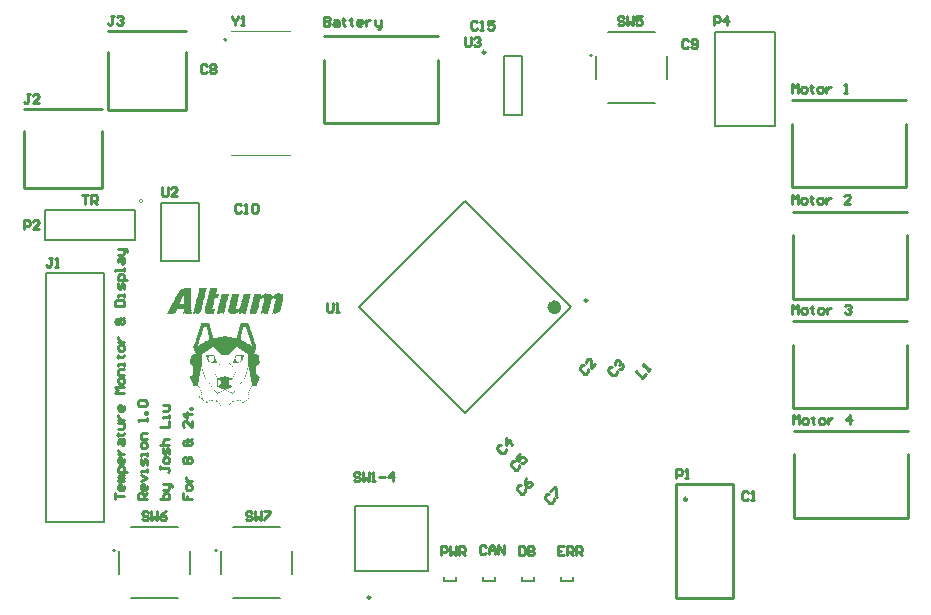
<source format=gbr>
%TF.GenerationSoftware,Altium Limited,Altium Designer,19.1.8 (144)*%
G04 Layer_Color=65535*
%FSLAX23Y23*%
%MOIN*%
%TF.FileFunction,Legend,Top*%
%TF.Part,Single*%
G01*
G75*
%TA.AperFunction,NonConductor*%
%ADD41C,0.008*%
%ADD42C,0.010*%
%ADD62C,0.010*%
%ADD63C,0.002*%
%ADD64C,0.024*%
%ADD65C,0.005*%
%ADD66C,0.004*%
G36*
X638Y1065D02*
X639D01*
Y1064D01*
X639D01*
Y1064D01*
X639D01*
Y1063D01*
X640D01*
Y1063D01*
X639D01*
Y1063D01*
X640D01*
Y1062D01*
X639D01*
Y1063D01*
X639D01*
Y1062D01*
X639D01*
Y1062D01*
X639D01*
Y1061D01*
X639D01*
Y1061D01*
X639D01*
Y1061D01*
X639D01*
Y1060D01*
X639D01*
Y1060D01*
X639D01*
Y1060D01*
X638D01*
Y1060D01*
X639D01*
Y1060D01*
X638D01*
Y1060D01*
X638D01*
Y1060D01*
X638D01*
Y1059D01*
X638D01*
Y1059D01*
X638D01*
Y1058D01*
X638D01*
Y1058D01*
X638D01*
Y1058D01*
X638D01*
Y1057D01*
X638D01*
Y1057D01*
X638D01*
Y1056D01*
X638D01*
Y1056D01*
X638D01*
Y1056D01*
X637D01*
Y1056D01*
X637D01*
Y1056D01*
X637D01*
Y1055D01*
X637D01*
Y1055D01*
X637D01*
Y1054D01*
X637D01*
Y1054D01*
X637D01*
Y1054D01*
X637D01*
Y1054D01*
X637D01*
Y1054D01*
X637D01*
Y1053D01*
X637D01*
Y1054D01*
X636D01*
Y1053D01*
X637D01*
Y1053D01*
X636D01*
Y1053D01*
X637D01*
Y1052D01*
X636D01*
Y1052D01*
X637D01*
Y1051D01*
X636D01*
Y1051D01*
X637D01*
Y1051D01*
X636D01*
Y1050D01*
X637D01*
Y1050D01*
X636D01*
Y1050D01*
X636D01*
Y1050D01*
X635D01*
Y1049D01*
X636D01*
Y1049D01*
X635D01*
Y1049D01*
X636D01*
Y1048D01*
X635D01*
Y1048D01*
X636D01*
Y1047D01*
X635D01*
Y1048D01*
X635D01*
Y1047D01*
X635D01*
Y1047D01*
X635D01*
Y1047D01*
X635D01*
Y1047D01*
X635D01*
Y1047D01*
X635D01*
Y1046D01*
X635D01*
Y1046D01*
X635D01*
Y1046D01*
X635D01*
Y1045D01*
X635D01*
Y1045D01*
X635D01*
Y1044D01*
X635D01*
Y1044D01*
X634D01*
Y1044D01*
X634D01*
Y1044D01*
X634D01*
Y1044D01*
X634D01*
Y1043D01*
X634D01*
Y1043D01*
X634D01*
Y1042D01*
X634D01*
Y1042D01*
X634D01*
Y1042D01*
X634D01*
Y1041D01*
X634D01*
Y1042D01*
X633D01*
Y1041D01*
X634D01*
Y1041D01*
X633D01*
Y1041D01*
X633D01*
Y1041D01*
X633D01*
Y1040D01*
X633D01*
Y1040D01*
X633D01*
Y1040D01*
X633D01*
Y1039D01*
X633D01*
Y1039D01*
X633D01*
Y1039D01*
X633D01*
Y1038D01*
X633D01*
Y1038D01*
X633D01*
Y1037D01*
X633D01*
Y1038D01*
X633D01*
Y1037D01*
X632D01*
Y1037D01*
X633D01*
Y1037D01*
X632D01*
Y1036D01*
X633D01*
Y1036D01*
X632D01*
Y1035D01*
X633D01*
Y1035D01*
X632D01*
Y1035D01*
X632D01*
Y1035D01*
X632D01*
Y1035D01*
X632D01*
Y1035D01*
X632D01*
Y1035D01*
X632D01*
Y1034D01*
X632D01*
Y1034D01*
X632D01*
Y1033D01*
X632D01*
Y1033D01*
X632D01*
Y1033D01*
X632D01*
Y1032D01*
X632D01*
Y1032D01*
X632D01*
Y1032D01*
X631D01*
Y1032D01*
X631D01*
Y1032D01*
X631D01*
Y1031D01*
X631D01*
Y1031D01*
X631D01*
Y1030D01*
X631D01*
Y1030D01*
X631D01*
Y1030D01*
X631D01*
Y1029D01*
X631D01*
Y1029D01*
X631D01*
Y1029D01*
X630D01*
Y1029D01*
X631D01*
Y1028D01*
X630D01*
Y1029D01*
X630D01*
Y1028D01*
X630D01*
Y1028D01*
X630D01*
Y1028D01*
X630D01*
Y1027D01*
X630D01*
Y1027D01*
X630D01*
Y1026D01*
X630D01*
Y1026D01*
X630D01*
Y1026D01*
X630D01*
Y1025D01*
X630D01*
Y1025D01*
X630D01*
Y1025D01*
X630D01*
Y1026D01*
X629D01*
Y1025D01*
X630D01*
Y1025D01*
X629D01*
Y1025D01*
X630D01*
Y1024D01*
X629D01*
Y1024D01*
X630D01*
Y1023D01*
X629D01*
Y1023D01*
X630D01*
Y1023D01*
X629D01*
Y1023D01*
X629D01*
Y1023D01*
X629D01*
Y1022D01*
X629D01*
Y1023D01*
X628D01*
Y1022D01*
X629D01*
Y1022D01*
X628D01*
Y1021D01*
X629D01*
Y1021D01*
X628D01*
Y1021D01*
X629D01*
Y1020D01*
X628D01*
Y1020D01*
X628D01*
Y1019D01*
X628D01*
Y1019D01*
X628D01*
Y1019D01*
X628D01*
Y1019D01*
X628D01*
Y1019D01*
X628D01*
Y1018D01*
X628D01*
Y1018D01*
X628D01*
Y1017D01*
X628D01*
Y1017D01*
X628D01*
Y1017D01*
X628D01*
Y1016D01*
X628D01*
Y1017D01*
X627D01*
Y1016D01*
X628D01*
Y1016D01*
X627D01*
Y1016D01*
X627D01*
Y1016D01*
X627D01*
Y1016D01*
X627D01*
Y1015D01*
X627D01*
Y1015D01*
X627D01*
Y1014D01*
X627D01*
Y1014D01*
X627D01*
Y1014D01*
X626D01*
Y1014D01*
X627D01*
Y1014D01*
X627D01*
Y1013D01*
X627D01*
Y1013D01*
X627D01*
Y1012D01*
X627D01*
Y1013D01*
X626D01*
Y1013D01*
X626D01*
Y1013D01*
X626D01*
Y1012D01*
X626D01*
Y1012D01*
X626D01*
Y1012D01*
X626D01*
Y1011D01*
X626D01*
Y1011D01*
X626D01*
Y1010D01*
X626D01*
Y1010D01*
X626D01*
Y1010D01*
X626D01*
Y1010D01*
X626D01*
Y1010D01*
X626D01*
Y1010D01*
X625D01*
Y1010D01*
X626D01*
Y1009D01*
X625D01*
Y1009D01*
X626D01*
Y1009D01*
X625D01*
Y1008D01*
X626D01*
Y1008D01*
X625D01*
Y1007D01*
X625D01*
Y1007D01*
X625D01*
Y1007D01*
X625D01*
Y1007D01*
X625D01*
Y1007D01*
X625D01*
Y1006D01*
X625D01*
Y1006D01*
X625D01*
Y1005D01*
X625D01*
Y1005D01*
X625D01*
Y1005D01*
X625D01*
Y1004D01*
X625D01*
Y1004D01*
X625D01*
Y1004D01*
X624D01*
Y1004D01*
X625D01*
Y1003D01*
X624D01*
Y1004D01*
X624D01*
Y1003D01*
X624D01*
Y1003D01*
X624D01*
Y1003D01*
X624D01*
Y1002D01*
X624D01*
Y1002D01*
X624D01*
Y1002D01*
X624D01*
Y1002D01*
X623D01*
Y1002D01*
X624D01*
Y1001D01*
X624D01*
Y1001D01*
X624D01*
Y1000D01*
X624D01*
Y1000D01*
X624D01*
Y1000D01*
X623D01*
Y1001D01*
X623D01*
Y1000D01*
X623D01*
Y1000D01*
X623D01*
Y1000D01*
X623D01*
Y999D01*
X623D01*
Y999D01*
X623D01*
Y998D01*
X623D01*
Y998D01*
X623D01*
Y998D01*
X623D01*
Y998D01*
X623D01*
Y998D01*
X623D01*
Y997D01*
X623D01*
Y998D01*
X622D01*
Y997D01*
X623D01*
Y997D01*
X622D01*
Y996D01*
X623D01*
Y996D01*
X622D01*
Y996D01*
X623D01*
Y995D01*
X622D01*
Y995D01*
X622D01*
Y995D01*
X621D01*
Y995D01*
X622D01*
Y995D01*
X622D01*
Y994D01*
X622D01*
Y995D01*
X621D01*
Y994D01*
X622D01*
Y994D01*
X621D01*
Y993D01*
X622D01*
Y993D01*
X621D01*
Y993D01*
X622D01*
Y992D01*
X621D01*
Y992D01*
X622D01*
Y991D01*
X621D01*
Y992D01*
X621D01*
Y991D01*
X621D01*
Y991D01*
X621D01*
Y991D01*
X621D01*
Y991D01*
X621D01*
Y991D01*
X621D01*
Y990D01*
X621D01*
Y990D01*
X621D01*
Y989D01*
X621D01*
Y989D01*
X621D01*
Y989D01*
X620D01*
Y989D01*
X621D01*
Y989D01*
X621D01*
Y988D01*
X621D01*
Y988D01*
X621D01*
Y988D01*
X621D01*
Y988D01*
X620D01*
Y988D01*
X620D01*
Y988D01*
X620D01*
Y988D01*
X620D01*
Y987D01*
X620D01*
Y987D01*
X620D01*
Y986D01*
X620D01*
Y986D01*
X620D01*
Y986D01*
X620D01*
Y985D01*
X620D01*
Y986D01*
X619D01*
Y985D01*
X619D01*
Y985D01*
X619D01*
Y984D01*
X619D01*
Y984D01*
X619D01*
Y984D01*
X619D01*
Y983D01*
X619D01*
Y983D01*
X619D01*
Y982D01*
X619D01*
Y983D01*
X618D01*
Y982D01*
X619D01*
Y982D01*
X619D01*
Y982D01*
X619D01*
Y982D01*
X618D01*
Y982D01*
X619D01*
Y981D01*
X618D01*
Y981D01*
X619D01*
Y981D01*
X618D01*
Y980D01*
X619D01*
Y980D01*
X618D01*
Y979D01*
X619D01*
Y979D01*
X618D01*
Y979D01*
X618D01*
Y980D01*
X618D01*
Y979D01*
X618D01*
Y979D01*
X618D01*
Y979D01*
X617D01*
Y979D01*
X617D01*
Y979D01*
X616D01*
Y979D01*
X616D01*
Y979D01*
X616D01*
Y979D01*
X615D01*
Y979D01*
X615D01*
Y979D01*
X614D01*
Y979D01*
X614D01*
Y979D01*
X614D01*
Y979D01*
X613D01*
Y979D01*
X613D01*
Y979D01*
X612D01*
Y979D01*
X612D01*
Y979D01*
X612D01*
Y979D01*
X611D01*
Y979D01*
X612D01*
Y978D01*
X611D01*
Y979D01*
X611D01*
Y979D01*
X611D01*
Y979D01*
X610D01*
Y979D01*
X610D01*
Y979D01*
X609D01*
Y979D01*
X609D01*
Y979D01*
X609D01*
Y979D01*
X608D01*
Y979D01*
X608D01*
Y979D01*
X607D01*
Y979D01*
X607D01*
Y979D01*
X607D01*
Y979D01*
X606D01*
Y979D01*
X606D01*
Y979D01*
X605D01*
Y979D01*
X605D01*
Y979D01*
X605D01*
Y978D01*
X605D01*
Y979D01*
X605D01*
Y979D01*
X604D01*
Y979D01*
X604D01*
Y979D01*
X604D01*
Y979D01*
X603D01*
Y979D01*
X603D01*
Y979D01*
X602D01*
Y979D01*
X602D01*
Y979D01*
X602D01*
Y979D01*
X601D01*
Y979D01*
X601D01*
Y979D01*
X600D01*
Y979D01*
X600D01*
Y979D01*
X600D01*
Y979D01*
X599D01*
Y979D01*
X599D01*
Y979D01*
X599D01*
Y978D01*
X599D01*
Y979D01*
X598D01*
Y979D01*
X598D01*
Y979D01*
X598D01*
Y979D01*
X597D01*
Y979D01*
X597D01*
Y979D01*
X597D01*
Y979D01*
X596D01*
Y979D01*
X596D01*
Y979D01*
X595D01*
Y979D01*
X595D01*
Y979D01*
X595D01*
Y980D01*
X594D01*
Y980D01*
X595D01*
Y981D01*
X594D01*
Y981D01*
X595D01*
Y981D01*
X594D01*
Y982D01*
X595D01*
Y982D01*
X595D01*
Y982D01*
X595D01*
Y983D01*
X595D01*
Y982D01*
X595D01*
Y983D01*
X595D01*
Y983D01*
X595D01*
Y984D01*
X595D01*
Y984D01*
X595D01*
Y984D01*
X595D01*
Y985D01*
X595D01*
Y984D01*
X596D01*
Y985D01*
X595D01*
Y985D01*
X595D01*
Y986D01*
X595D01*
Y985D01*
X596D01*
Y985D01*
X596D01*
Y985D01*
X596D01*
Y986D01*
X596D01*
Y986D01*
X596D01*
Y986D01*
X596D01*
Y987D01*
X596D01*
Y987D01*
X596D01*
Y988D01*
X596D01*
Y988D01*
X596D01*
Y988D01*
X597D01*
Y989D01*
X597D01*
Y989D01*
X597D01*
Y989D01*
X597D01*
Y990D01*
X597D01*
Y990D01*
X597D01*
Y991D01*
X597D01*
Y991D01*
X597D01*
Y991D01*
X597D01*
Y991D01*
X597D01*
Y991D01*
X597D01*
Y992D01*
X597D01*
Y991D01*
X597D01*
Y991D01*
X598D01*
Y991D01*
X597D01*
Y992D01*
X598D01*
Y992D01*
X597D01*
Y993D01*
X598D01*
Y993D01*
X597D01*
Y993D01*
X598D01*
Y994D01*
X597D01*
Y994D01*
X598D01*
Y995D01*
X598D01*
Y995D01*
X598D01*
Y995D01*
X598D01*
Y995D01*
X598D01*
Y995D01*
X598D01*
Y996D01*
X598D01*
Y996D01*
X598D01*
Y996D01*
X598D01*
Y997D01*
X598D01*
Y997D01*
X598D01*
Y997D01*
X599D01*
Y997D01*
X598D01*
Y998D01*
X598D01*
Y998D01*
X598D01*
Y998D01*
X599D01*
Y997D01*
X599D01*
Y998D01*
X599D01*
Y998D01*
X599D01*
Y998D01*
X599D01*
Y999D01*
X599D01*
Y999D01*
X599D01*
Y1000D01*
X599D01*
Y1000D01*
X599D01*
Y1000D01*
X599D01*
Y1001D01*
X600D01*
Y1001D01*
X600D01*
Y1002D01*
X600D01*
Y1002D01*
X600D01*
Y1002D01*
X600D01*
Y1003D01*
X600D01*
Y1003D01*
X600D01*
Y1003D01*
X600D01*
Y1003D01*
X600D01*
Y1003D01*
X600D01*
Y1004D01*
X600D01*
Y1004D01*
X600D01*
Y1004D01*
X600D01*
Y1003D01*
X601D01*
Y1004D01*
X600D01*
Y1004D01*
X601D01*
Y1005D01*
X600D01*
Y1005D01*
X601D01*
Y1005D01*
X600D01*
Y1006D01*
X601D01*
Y1006D01*
X600D01*
Y1007D01*
X601D01*
Y1007D01*
X601D01*
Y1007D01*
X601D01*
Y1008D01*
X601D01*
Y1007D01*
X602D01*
Y1008D01*
X601D01*
Y1008D01*
X602D01*
Y1009D01*
X601D01*
Y1009D01*
X602D01*
Y1009D01*
X601D01*
Y1010D01*
X602D01*
Y1009D01*
X602D01*
Y1010D01*
X602D01*
Y1010D01*
X601D01*
Y1010D01*
X602D01*
Y1010D01*
X602D01*
Y1010D01*
X602D01*
Y1010D01*
X602D01*
Y1010D01*
X602D01*
Y1011D01*
X602D01*
Y1011D01*
X602D01*
Y1012D01*
X602D01*
Y1012D01*
X602D01*
Y1012D01*
X602D01*
Y1013D01*
X602D01*
Y1013D01*
X603D01*
Y1014D01*
X603D01*
Y1014D01*
X603D01*
Y1014D01*
X603D01*
Y1015D01*
X603D01*
Y1015D01*
X603D01*
Y1016D01*
X603D01*
Y1016D01*
X603D01*
Y1016D01*
X604D01*
Y1016D01*
X603D01*
Y1016D01*
X603D01*
Y1017D01*
X603D01*
Y1016D01*
X604D01*
Y1016D01*
X604D01*
Y1016D01*
X604D01*
Y1017D01*
X604D01*
Y1017D01*
X604D01*
Y1017D01*
X604D01*
Y1018D01*
X604D01*
Y1018D01*
X604D01*
Y1019D01*
X604D01*
Y1019D01*
X604D01*
Y1019D01*
X604D01*
Y1020D01*
X604D01*
Y1020D01*
X604D01*
Y1020D01*
X605D01*
Y1020D01*
X604D01*
Y1021D01*
X605D01*
Y1021D01*
X604D01*
Y1021D01*
X605D01*
Y1022D01*
X604D01*
Y1022D01*
X605D01*
Y1022D01*
X605D01*
Y1022D01*
X605D01*
Y1023D01*
X604D01*
Y1023D01*
X605D01*
Y1023D01*
X605D01*
Y1022D01*
X605D01*
Y1023D01*
X605D01*
Y1023D01*
X605D01*
Y1023D01*
X605D01*
Y1024D01*
X605D01*
Y1024D01*
X605D01*
Y1025D01*
X605D01*
Y1025D01*
X605D01*
Y1025D01*
X605D01*
Y1026D01*
X606D01*
Y1026D01*
X606D01*
Y1026D01*
X606D01*
Y1027D01*
X606D01*
Y1027D01*
X606D01*
Y1028D01*
X606D01*
Y1028D01*
X606D01*
Y1028D01*
X606D01*
Y1028D01*
X607D01*
Y1028D01*
X606D01*
Y1029D01*
X606D01*
Y1029D01*
X606D01*
Y1029D01*
X607D01*
Y1028D01*
X607D01*
Y1029D01*
X607D01*
Y1029D01*
X607D01*
Y1030D01*
X607D01*
Y1030D01*
X607D01*
Y1030D01*
X607D01*
Y1031D01*
X607D01*
Y1031D01*
X607D01*
Y1032D01*
X607D01*
Y1032D01*
X607D01*
Y1032D01*
X607D01*
Y1033D01*
X607D01*
Y1032D01*
X608D01*
Y1033D01*
X607D01*
Y1033D01*
X608D01*
Y1033D01*
X607D01*
Y1034D01*
X608D01*
Y1034D01*
X607D01*
Y1035D01*
X608D01*
Y1034D01*
X608D01*
Y1035D01*
X608D01*
Y1035D01*
X607D01*
Y1035D01*
X608D01*
Y1035D01*
X608D01*
Y1035D01*
X609D01*
Y1035D01*
X608D01*
Y1035D01*
X609D01*
Y1036D01*
X608D01*
Y1036D01*
X609D01*
Y1037D01*
X608D01*
Y1037D01*
X609D01*
Y1037D01*
X608D01*
Y1038D01*
X609D01*
Y1038D01*
X609D01*
Y1039D01*
X609D01*
Y1039D01*
X609D01*
Y1039D01*
X609D01*
Y1040D01*
X609D01*
Y1040D01*
X609D01*
Y1040D01*
X609D01*
Y1041D01*
X609D01*
Y1040D01*
X610D01*
Y1041D01*
X609D01*
Y1041D01*
X609D01*
Y1042D01*
X609D01*
Y1041D01*
X610D01*
Y1041D01*
X610D01*
Y1041D01*
X610D01*
Y1042D01*
X610D01*
Y1042D01*
X610D01*
Y1042D01*
X610D01*
Y1043D01*
X610D01*
Y1043D01*
X610D01*
Y1044D01*
X610D01*
Y1044D01*
X610D01*
Y1044D01*
X611D01*
Y1045D01*
X610D01*
Y1045D01*
X611D01*
Y1045D01*
X611D01*
Y1045D01*
X611D01*
Y1046D01*
X611D01*
Y1046D01*
X611D01*
Y1046D01*
X611D01*
Y1047D01*
X611D01*
Y1047D01*
X611D01*
Y1047D01*
X611D01*
Y1047D01*
X611D01*
Y1047D01*
X611D01*
Y1048D01*
X611D01*
Y1047D01*
X611D01*
Y1047D01*
X612D01*
Y1047D01*
X611D01*
Y1048D01*
X612D01*
Y1048D01*
X611D01*
Y1049D01*
X612D01*
Y1049D01*
X611D01*
Y1049D01*
X612D01*
Y1050D01*
X611D01*
Y1050D01*
X612D01*
Y1051D01*
X612D01*
Y1051D01*
X612D01*
Y1051D01*
X612D01*
Y1052D01*
X612D01*
Y1052D01*
X612D01*
Y1053D01*
X612D01*
Y1053D01*
X612D01*
Y1053D01*
X612D01*
Y1053D01*
X613D01*
Y1053D01*
X612D01*
Y1054D01*
X612D01*
Y1054D01*
X612D01*
Y1054D01*
X613D01*
Y1053D01*
X613D01*
Y1054D01*
X613D01*
Y1054D01*
X613D01*
Y1054D01*
X613D01*
Y1055D01*
X613D01*
Y1055D01*
X613D01*
Y1056D01*
X613D01*
Y1056D01*
X613D01*
Y1056D01*
X613D01*
Y1057D01*
X614D01*
Y1057D01*
X613D01*
Y1058D01*
X614D01*
Y1057D01*
X614D01*
Y1058D01*
X614D01*
Y1058D01*
X614D01*
Y1058D01*
X614D01*
Y1059D01*
X614D01*
Y1059D01*
X614D01*
Y1060D01*
X614D01*
Y1059D01*
X614D01*
Y1060D01*
X614D01*
Y1060D01*
X614D01*
Y1060D01*
X614D01*
Y1060D01*
X614D01*
Y1060D01*
X615D01*
Y1060D01*
X614D01*
Y1060D01*
X615D01*
Y1061D01*
X614D01*
Y1061D01*
X615D01*
Y1061D01*
X614D01*
Y1062D01*
X615D01*
Y1062D01*
X614D01*
Y1063D01*
X615D01*
Y1063D01*
X615D01*
Y1063D01*
X616D01*
Y1064D01*
X615D01*
Y1064D01*
X616D01*
Y1065D01*
X615D01*
Y1065D01*
X616D01*
Y1065D01*
X616D01*
Y1064D01*
X616D01*
Y1065D01*
X616D01*
Y1065D01*
X616D01*
Y1065D01*
X617D01*
Y1064D01*
X617D01*
Y1065D01*
X617D01*
Y1065D01*
X617D01*
Y1065D01*
X618D01*
Y1064D01*
X618D01*
Y1065D01*
X618D01*
Y1065D01*
X618D01*
Y1065D01*
X618D01*
Y1064D01*
X619D01*
Y1065D01*
X618D01*
Y1065D01*
X619D01*
Y1065D01*
X619D01*
Y1064D01*
X619D01*
Y1065D01*
X619D01*
Y1065D01*
X619D01*
Y1065D01*
X620D01*
Y1064D01*
X620D01*
Y1065D01*
X620D01*
Y1065D01*
X620D01*
Y1065D01*
X621D01*
Y1064D01*
X621D01*
Y1065D01*
X621D01*
Y1065D01*
X621D01*
Y1065D01*
X621D01*
Y1064D01*
X622D01*
Y1065D01*
X621D01*
Y1065D01*
X622D01*
Y1065D01*
X622D01*
Y1064D01*
X623D01*
Y1065D01*
X622D01*
Y1065D01*
X623D01*
Y1065D01*
X623D01*
Y1064D01*
X623D01*
Y1065D01*
X623D01*
Y1065D01*
X623D01*
Y1065D01*
X624D01*
Y1064D01*
X624D01*
Y1065D01*
X624D01*
Y1065D01*
X624D01*
Y1065D01*
X625D01*
Y1064D01*
X625D01*
Y1065D01*
X625D01*
Y1065D01*
X625D01*
Y1065D01*
X625D01*
Y1064D01*
X626D01*
Y1065D01*
X625D01*
Y1065D01*
X626D01*
Y1065D01*
X626D01*
Y1064D01*
X626D01*
Y1065D01*
X626D01*
Y1065D01*
X626D01*
Y1065D01*
X627D01*
Y1064D01*
X627D01*
Y1065D01*
X627D01*
Y1065D01*
X627D01*
Y1065D01*
X628D01*
Y1064D01*
X628D01*
Y1065D01*
X628D01*
Y1065D01*
X628D01*
Y1065D01*
X628D01*
Y1064D01*
X629D01*
Y1065D01*
X628D01*
Y1065D01*
X629D01*
Y1065D01*
X629D01*
Y1064D01*
X630D01*
Y1065D01*
X629D01*
Y1065D01*
X630D01*
Y1065D01*
X630D01*
Y1064D01*
X630D01*
Y1065D01*
X630D01*
Y1065D01*
X630D01*
Y1065D01*
X631D01*
Y1064D01*
X631D01*
Y1065D01*
X631D01*
Y1065D01*
X631D01*
Y1065D01*
X632D01*
Y1064D01*
X632D01*
Y1065D01*
X632D01*
Y1065D01*
X632D01*
Y1065D01*
X632D01*
Y1064D01*
X633D01*
Y1065D01*
X632D01*
Y1065D01*
X633D01*
Y1065D01*
X633D01*
Y1064D01*
X633D01*
Y1065D01*
X633D01*
Y1065D01*
X633D01*
Y1065D01*
X634D01*
Y1064D01*
X634D01*
Y1065D01*
X634D01*
Y1065D01*
X634D01*
Y1065D01*
X635D01*
Y1064D01*
X635D01*
Y1065D01*
X635D01*
Y1065D01*
X635D01*
Y1065D01*
X635D01*
Y1064D01*
X636D01*
Y1065D01*
X635D01*
Y1065D01*
X636D01*
Y1065D01*
X636D01*
Y1064D01*
X637D01*
Y1065D01*
X636D01*
Y1065D01*
X637D01*
Y1065D01*
X637D01*
Y1064D01*
X637D01*
Y1065D01*
X637D01*
Y1065D01*
X637D01*
Y1065D01*
X638D01*
Y1064D01*
X638D01*
Y1065D01*
X638D01*
Y1065D01*
X638D01*
Y1065D01*
D02*
G37*
G36*
X584D02*
X585D01*
Y1064D01*
X586D01*
Y1064D01*
X586D01*
Y1063D01*
X586D01*
Y1063D01*
X586D01*
Y1063D01*
X586D01*
Y1062D01*
X586D01*
Y1062D01*
X586D01*
Y1061D01*
X586D01*
Y1061D01*
X586D01*
Y1061D01*
X586D01*
Y1060D01*
X586D01*
Y1060D01*
X586D01*
Y1060D01*
X586D01*
Y1059D01*
X586D01*
Y1059D01*
X586D01*
Y1058D01*
X586D01*
Y1058D01*
X586D01*
Y1058D01*
X586D01*
Y1057D01*
X586D01*
Y1057D01*
X586D01*
Y1056D01*
X586D01*
Y1056D01*
X586D01*
Y1056D01*
X586D01*
Y1055D01*
X586D01*
Y1055D01*
X586D01*
Y1055D01*
X586D01*
Y1055D01*
X586D01*
Y1054D01*
X586D01*
Y1054D01*
X586D01*
Y1054D01*
X586D01*
Y1053D01*
X587D01*
Y1053D01*
X586D01*
Y1053D01*
X586D01*
Y1054D01*
X586D01*
Y1053D01*
X586D01*
Y1053D01*
X586D01*
Y1053D01*
X586D01*
Y1052D01*
X586D01*
Y1052D01*
X587D01*
Y1051D01*
X586D01*
Y1052D01*
X586D01*
Y1052D01*
X586D01*
Y1052D01*
X586D01*
Y1051D01*
X586D01*
Y1051D01*
X587D01*
Y1051D01*
X586D01*
Y1051D01*
X586D01*
Y1051D01*
X586D01*
Y1051D01*
X586D01*
Y1051D01*
X586D01*
Y1050D01*
X587D01*
Y1050D01*
X586D01*
Y1050D01*
X586D01*
Y1050D01*
X586D01*
Y1049D01*
X587D01*
Y1049D01*
X586D01*
Y1049D01*
X587D01*
Y1048D01*
X586D01*
Y1049D01*
X586D01*
Y1048D01*
X586D01*
Y1048D01*
X587D01*
Y1047D01*
X586D01*
Y1047D01*
X587D01*
Y1047D01*
X586D01*
Y1047D01*
X586D01*
Y1047D01*
X586D01*
Y1046D01*
X587D01*
Y1046D01*
X586D01*
Y1046D01*
X587D01*
Y1045D01*
X586D01*
Y1046D01*
X586D01*
Y1045D01*
X586D01*
Y1045D01*
X587D01*
Y1044D01*
X586D01*
Y1044D01*
X587D01*
Y1044D01*
X586D01*
Y1043D01*
X587D01*
Y1043D01*
X586D01*
Y1042D01*
X587D01*
Y1042D01*
X586D01*
Y1042D01*
X587D01*
Y1041D01*
X586D01*
Y1041D01*
X587D01*
Y1040D01*
X586D01*
Y1040D01*
X587D01*
Y1040D01*
X586D01*
Y1039D01*
X587D01*
Y1039D01*
X586D01*
Y1039D01*
X587D01*
Y1038D01*
X586D01*
Y1038D01*
X587D01*
Y1037D01*
X586D01*
Y1037D01*
X587D01*
Y1037D01*
X586D01*
Y1036D01*
X587D01*
Y1036D01*
X586D01*
Y1035D01*
X587D01*
Y1035D01*
X586D01*
Y1035D01*
X587D01*
Y1034D01*
X587D01*
Y1034D01*
X588D01*
Y1033D01*
X587D01*
Y1034D01*
X587D01*
Y1034D01*
X586D01*
Y1034D01*
X587D01*
Y1033D01*
X586D01*
Y1033D01*
X587D01*
Y1033D01*
X587D01*
Y1032D01*
X588D01*
Y1032D01*
X587D01*
Y1032D01*
X587D01*
Y1033D01*
X586D01*
Y1032D01*
X587D01*
Y1032D01*
X587D01*
Y1032D01*
X587D01*
Y1032D01*
X586D01*
Y1032D01*
X587D01*
Y1031D01*
X587D01*
Y1031D01*
X588D01*
Y1030D01*
X587D01*
Y1031D01*
X587D01*
Y1031D01*
X586D01*
Y1031D01*
X587D01*
Y1030D01*
X587D01*
Y1030D01*
X587D01*
Y1030D01*
X586D01*
Y1030D01*
X587D01*
Y1030D01*
X587D01*
Y1029D01*
X588D01*
Y1029D01*
X587D01*
Y1029D01*
X587D01*
Y1030D01*
X586D01*
Y1029D01*
X587D01*
Y1029D01*
X587D01*
Y1028D01*
X587D01*
Y1029D01*
X586D01*
Y1028D01*
X587D01*
Y1028D01*
X587D01*
Y1028D01*
X588D01*
Y1027D01*
X587D01*
Y1028D01*
X587D01*
Y1027D01*
X587D01*
Y1027D01*
X588D01*
Y1026D01*
X587D01*
Y1026D01*
X588D01*
Y1026D01*
X587D01*
Y1025D01*
X588D01*
Y1025D01*
X587D01*
Y1025D01*
X588D01*
Y1024D01*
X587D01*
Y1024D01*
X588D01*
Y1023D01*
X587D01*
Y1023D01*
X588D01*
Y1023D01*
X587D01*
Y1022D01*
X588D01*
Y1022D01*
X587D01*
Y1021D01*
X588D01*
Y1021D01*
X587D01*
Y1021D01*
X588D01*
Y1020D01*
X587D01*
Y1020D01*
X588D01*
Y1019D01*
X587D01*
Y1019D01*
X588D01*
Y1019D01*
X587D01*
Y1018D01*
X588D01*
Y1018D01*
X587D01*
Y1017D01*
X588D01*
Y1017D01*
X587D01*
Y1017D01*
X588D01*
Y1016D01*
X587D01*
Y1016D01*
X588D01*
Y1016D01*
X587D01*
Y1015D01*
X588D01*
Y1015D01*
X588D01*
Y1014D01*
X588D01*
Y1014D01*
X588D01*
Y1014D01*
X588D01*
Y1015D01*
X587D01*
Y1014D01*
X588D01*
Y1014D01*
X587D01*
Y1014D01*
X588D01*
Y1013D01*
X588D01*
Y1013D01*
X588D01*
Y1013D01*
X587D01*
Y1013D01*
X588D01*
Y1012D01*
X587D01*
Y1012D01*
X588D01*
Y1012D01*
X588D01*
Y1011D01*
X588D01*
Y1011D01*
X588D01*
Y1011D01*
X588D01*
Y1012D01*
X587D01*
Y1011D01*
X588D01*
Y1011D01*
X587D01*
Y1010D01*
X588D01*
Y1010D01*
X588D01*
Y1010D01*
X588D01*
Y1009D01*
X588D01*
Y1010D01*
X588D01*
Y1010D01*
X587D01*
Y1010D01*
X588D01*
Y1009D01*
X588D01*
Y1009D01*
X588D01*
Y1009D01*
X588D01*
Y1008D01*
X588D01*
Y1008D01*
X588D01*
Y1008D01*
X588D01*
Y1008D01*
X588D01*
Y1007D01*
X588D01*
Y1007D01*
X588D01*
Y1007D01*
X588D01*
Y1006D01*
X588D01*
Y1007D01*
X588D01*
Y1006D01*
X588D01*
Y1006D01*
X588D01*
Y1005D01*
X588D01*
Y1005D01*
X588D01*
Y1005D01*
X588D01*
Y1005D01*
X588D01*
Y1005D01*
X588D01*
Y1004D01*
X588D01*
Y1004D01*
X588D01*
Y1003D01*
X588D01*
Y1003D01*
X588D01*
Y1003D01*
X588D01*
Y1003D01*
X588D01*
Y1003D01*
X588D01*
Y1002D01*
X588D01*
Y1002D01*
X588D01*
Y1002D01*
X588D01*
Y1001D01*
X588D01*
Y1001D01*
X588D01*
Y1000D01*
X588D01*
Y1000D01*
X588D01*
Y1000D01*
X588D01*
Y999D01*
X588D01*
Y999D01*
X588D01*
Y998D01*
X588D01*
Y998D01*
X588D01*
Y998D01*
X588D01*
Y997D01*
X588D01*
Y997D01*
X588D01*
Y996D01*
X588D01*
Y996D01*
X588D01*
Y996D01*
X588D01*
Y995D01*
X588D01*
Y995D01*
X588D01*
Y995D01*
X588D01*
Y994D01*
X588D01*
Y994D01*
X588D01*
Y993D01*
X588D01*
Y993D01*
X588D01*
Y993D01*
X588D01*
Y992D01*
X589D01*
Y992D01*
X589D01*
Y991D01*
X589D01*
Y992D01*
X588D01*
Y992D01*
X588D01*
Y992D01*
X588D01*
Y991D01*
X588D01*
Y991D01*
X588D01*
Y991D01*
X589D01*
Y990D01*
X589D01*
Y990D01*
X589D01*
Y990D01*
X588D01*
Y991D01*
X588D01*
Y990D01*
X588D01*
Y990D01*
X589D01*
Y989D01*
X588D01*
Y990D01*
X588D01*
Y989D01*
X588D01*
Y989D01*
X589D01*
Y989D01*
X589D01*
Y988D01*
X589D01*
Y989D01*
X588D01*
Y989D01*
X588D01*
Y989D01*
X588D01*
Y988D01*
X589D01*
Y988D01*
X588D01*
Y988D01*
X588D01*
Y988D01*
X588D01*
Y988D01*
X589D01*
Y987D01*
X589D01*
Y987D01*
X589D01*
Y987D01*
X588D01*
Y988D01*
X588D01*
Y987D01*
X588D01*
Y987D01*
X589D01*
Y986D01*
Y986D01*
Y986D01*
X589D01*
Y985D01*
X589D01*
Y986D01*
X588D01*
Y985D01*
X589D01*
Y985D01*
X589D01*
Y984D01*
X589D01*
Y984D01*
X589D01*
Y984D01*
X589D01*
Y983D01*
X589D01*
Y983D01*
X589D01*
Y982D01*
X589D01*
Y982D01*
X589D01*
Y982D01*
X589D01*
Y981D01*
X589D01*
Y981D01*
X589D01*
Y981D01*
X589D01*
Y980D01*
X589D01*
Y980D01*
X589D01*
Y979D01*
X589D01*
Y979D01*
X589D01*
Y979D01*
X588D01*
Y979D01*
X588D01*
Y979D01*
X588D01*
Y979D01*
X587D01*
Y979D01*
X587D01*
Y979D01*
X586D01*
Y979D01*
X587D01*
Y978D01*
X586D01*
Y979D01*
X586D01*
Y979D01*
X586D01*
Y979D01*
X585D01*
Y979D01*
X585D01*
Y979D01*
X584D01*
Y979D01*
X584D01*
Y979D01*
X584D01*
Y979D01*
X583D01*
Y979D01*
X583D01*
Y979D01*
X583D01*
Y979D01*
X582D01*
Y979D01*
X582D01*
Y979D01*
X581D01*
Y979D01*
X581D01*
Y979D01*
X581D01*
Y979D01*
X580D01*
Y979D01*
X581D01*
Y978D01*
X580D01*
Y979D01*
X580D01*
Y979D01*
X579D01*
Y979D01*
X579D01*
Y979D01*
X579D01*
Y979D01*
X578D01*
Y979D01*
X578D01*
Y979D01*
X577D01*
Y979D01*
X577D01*
Y979D01*
X577D01*
Y979D01*
X576D01*
Y979D01*
X576D01*
Y979D01*
X576D01*
Y979D01*
X575D01*
Y979D01*
X575D01*
Y979D01*
X574D01*
Y979D01*
X574D01*
Y979D01*
X574D01*
Y978D01*
X574D01*
Y979D01*
X574D01*
Y979D01*
X573D01*
Y979D01*
X573D01*
Y979D01*
X572D01*
Y979D01*
X572D01*
Y979D01*
X572D01*
Y979D01*
X571D01*
Y979D01*
X571D01*
Y979D01*
X570D01*
Y979D01*
X570D01*
Y979D01*
X570D01*
Y979D01*
X569D01*
Y979D01*
X569D01*
Y979D01*
X569D01*
Y979D01*
X568D01*
Y979D01*
X568D01*
Y979D01*
X568D01*
Y978D01*
X568D01*
Y979D01*
X567D01*
Y979D01*
X567D01*
Y979D01*
X567D01*
Y979D01*
X566D01*
Y979D01*
X566D01*
Y979D01*
X565D01*
Y979D01*
X565D01*
Y979D01*
X565D01*
Y979D01*
X564D01*
Y979D01*
X564D01*
Y979D01*
X563D01*
Y979D01*
X563D01*
Y979D01*
X563D01*
Y979D01*
X562D01*
Y979D01*
X562D01*
Y980D01*
X562D01*
Y980D01*
X561D01*
Y981D01*
X561D01*
Y981D01*
X561D01*
Y981D01*
X561D01*
Y982D01*
X561D01*
Y981D01*
X562D01*
Y982D01*
X561D01*
Y982D01*
X561D01*
Y982D01*
X561D01*
Y982D01*
X562D01*
Y982D01*
X562D01*
Y982D01*
X562D01*
Y982D01*
X561D01*
Y983D01*
X562D01*
Y982D01*
X562D01*
Y983D01*
X562D01*
Y983D01*
X561D01*
Y984D01*
X561D01*
Y984D01*
X561D01*
Y984D01*
X562D01*
Y983D01*
X562D01*
Y984D01*
X562D01*
Y984D01*
X562D01*
Y984D01*
X562D01*
Y985D01*
X561D01*
Y985D01*
X561D01*
Y986D01*
X561D01*
Y985D01*
X562D01*
Y985D01*
X562D01*
Y985D01*
X562D01*
Y986D01*
X562D01*
Y986D01*
X562D01*
Y986D01*
X562D01*
Y987D01*
X562D01*
Y987D01*
X562D01*
Y988D01*
X562D01*
Y988D01*
X562D01*
Y988D01*
X562D01*
Y989D01*
X562D01*
Y989D01*
X562D01*
Y989D01*
X562D01*
Y990D01*
X562D01*
Y990D01*
X562D01*
Y991D01*
X562D01*
Y991D01*
X562D01*
Y991D01*
X562D01*
Y992D01*
X562D01*
Y992D01*
X562D01*
Y993D01*
X562D01*
Y993D01*
X562D01*
Y993D01*
X562D01*
Y994D01*
X562D01*
Y994D01*
X561D01*
Y994D01*
X561D01*
Y994D01*
X560D01*
Y995D01*
X560D01*
Y994D01*
X560D01*
Y994D01*
X560D01*
Y994D01*
X560D01*
Y994D01*
X559D01*
Y994D01*
X559D01*
Y995D01*
X558D01*
Y994D01*
X559D01*
Y994D01*
X558D01*
Y994D01*
X558D01*
Y994D01*
X558D01*
Y994D01*
X557D01*
Y995D01*
X557D01*
Y994D01*
X557D01*
Y994D01*
X557D01*
Y994D01*
X556D01*
Y994D01*
X556D01*
Y994D01*
X556D01*
Y995D01*
X555D01*
Y994D01*
X556D01*
Y994D01*
X555D01*
Y994D01*
X555D01*
Y994D01*
X554D01*
Y994D01*
X554D01*
Y995D01*
X554D01*
Y994D01*
X554D01*
Y994D01*
X554D01*
Y994D01*
X553D01*
Y994D01*
X553D01*
Y994D01*
X553D01*
Y995D01*
X552D01*
Y994D01*
X553D01*
Y994D01*
X552D01*
Y994D01*
X552D01*
Y994D01*
X551D01*
Y994D01*
X551D01*
Y995D01*
X551D01*
Y994D01*
X551D01*
Y994D01*
X551D01*
Y994D01*
X550D01*
Y994D01*
X550D01*
Y994D01*
X549D01*
Y995D01*
X549D01*
Y994D01*
X549D01*
Y994D01*
X549D01*
Y994D01*
X549D01*
Y994D01*
X548D01*
Y994D01*
X548D01*
Y995D01*
X547D01*
Y994D01*
X548D01*
Y994D01*
X547D01*
Y994D01*
X547D01*
Y994D01*
X547D01*
Y994D01*
X546D01*
Y995D01*
X546D01*
Y994D01*
X546D01*
Y994D01*
X546D01*
Y994D01*
X546D01*
Y994D01*
X545D01*
Y994D01*
X545D01*
Y995D01*
X544D01*
Y994D01*
X545D01*
Y994D01*
X544D01*
Y994D01*
X544D01*
Y994D01*
X544D01*
Y994D01*
X543D01*
Y995D01*
X543D01*
Y994D01*
X543D01*
Y994D01*
X543D01*
Y994D01*
X542D01*
Y994D01*
X542D01*
Y994D01*
X542D01*
Y995D01*
X541D01*
Y994D01*
X542D01*
Y994D01*
X541D01*
Y993D01*
X542D01*
Y993D01*
X541D01*
Y993D01*
X541D01*
Y994D01*
X540D01*
Y993D01*
X541D01*
Y993D01*
X540D01*
Y993D01*
X541D01*
Y992D01*
X540D01*
Y992D01*
X541D01*
Y991D01*
X540D01*
Y992D01*
X540D01*
Y991D01*
X540D01*
Y991D01*
X540D01*
Y991D01*
X540D01*
Y990D01*
X539D01*
Y991D01*
X539D01*
Y990D01*
X539D01*
Y990D01*
X540D01*
Y989D01*
X539D01*
Y990D01*
X539D01*
Y989D01*
X539D01*
Y989D01*
X539D01*
Y989D01*
X539D01*
Y988D01*
X539D01*
Y989D01*
X539D01*
Y988D01*
X538D01*
Y988D01*
X539D01*
Y988D01*
X538D01*
Y987D01*
X539D01*
Y987D01*
X538D01*
Y986D01*
X539D01*
Y986D01*
X538D01*
Y986D01*
X538D01*
Y986D01*
X537D01*
Y986D01*
X538D01*
Y985D01*
X537D01*
Y985D01*
X537D01*
Y985D01*
X537D01*
Y985D01*
X537D01*
Y984D01*
X537D01*
Y984D01*
X537D01*
Y984D01*
X537D01*
Y983D01*
X537D01*
Y983D01*
X537D01*
Y983D01*
X536D01*
Y983D01*
X536D01*
Y982D01*
X536D01*
Y982D01*
X536D01*
Y982D01*
X536D01*
Y981D01*
X536D01*
Y982D01*
X535D01*
Y981D01*
X536D01*
Y981D01*
X536D01*
Y981D01*
X536D01*
Y981D01*
X535D01*
Y981D01*
X535D01*
Y981D01*
X535D01*
Y981D01*
X535D01*
Y980D01*
X535D01*
Y980D01*
X535D01*
Y980D01*
X535D01*
Y980D01*
X535D01*
Y979D01*
X535D01*
Y980D01*
X534D01*
Y979D01*
X535D01*
Y979D01*
X534D01*
Y979D01*
X534D01*
Y979D01*
X533D01*
Y979D01*
X534D01*
Y978D01*
X533D01*
Y979D01*
X533D01*
Y979D01*
X533D01*
Y979D01*
X532D01*
Y979D01*
X532D01*
Y979D01*
X532D01*
Y979D01*
X531D01*
Y979D01*
X531D01*
Y979D01*
X530D01*
Y979D01*
X531D01*
Y978D01*
X530D01*
Y979D01*
X530D01*
Y979D01*
X530D01*
Y979D01*
X529D01*
Y979D01*
X529D01*
Y979D01*
X528D01*
Y979D01*
X528D01*
Y979D01*
X528D01*
Y979D01*
X527D01*
Y979D01*
X527D01*
Y979D01*
X526D01*
Y979D01*
X526D01*
Y979D01*
X526D01*
Y979D01*
X525D01*
Y979D01*
X525D01*
Y979D01*
X525D01*
Y979D01*
X524D01*
Y979D01*
X525D01*
Y978D01*
X524D01*
Y979D01*
X524D01*
Y979D01*
X523D01*
Y979D01*
X523D01*
Y979D01*
X523D01*
Y979D01*
X522D01*
Y979D01*
X522D01*
Y979D01*
X521D01*
Y979D01*
X521D01*
Y979D01*
X521D01*
Y979D01*
X520D01*
Y979D01*
X520D01*
Y979D01*
X519D01*
Y979D01*
X519D01*
Y979D01*
X519D01*
Y979D01*
X518D01*
Y979D01*
X518D01*
Y979D01*
X518D01*
Y978D01*
X518D01*
Y979D01*
X518D01*
Y979D01*
X517D01*
Y979D01*
X517D01*
Y979D01*
X516D01*
Y979D01*
X516D01*
Y979D01*
X516D01*
Y979D01*
X515D01*
Y979D01*
X515D01*
Y979D01*
X514D01*
Y979D01*
X514D01*
Y979D01*
X514D01*
Y979D01*
X513D01*
Y979D01*
X513D01*
Y979D01*
X512D01*
Y979D01*
X512D01*
Y979D01*
X512D01*
Y979D01*
X512D01*
Y978D01*
X512D01*
Y979D01*
X511D01*
Y979D01*
X511D01*
Y979D01*
X511D01*
Y979D01*
X510D01*
Y979D01*
X510D01*
Y979D01*
X509D01*
Y979D01*
X509D01*
Y979D01*
X509D01*
Y979D01*
X508D01*
Y979D01*
X508D01*
Y979D01*
X507D01*
Y980D01*
X507D01*
Y980D01*
X507D01*
Y981D01*
X508D01*
Y981D01*
X508D01*
Y981D01*
X508D01*
Y982D01*
X508D01*
Y981D01*
X509D01*
Y982D01*
X508D01*
Y982D01*
X508D01*
Y982D01*
X508D01*
Y982D01*
X509D01*
Y982D01*
X509D01*
Y982D01*
X509D01*
Y982D01*
X509D01*
Y983D01*
X509D01*
Y983D01*
X509D01*
Y984D01*
X509D01*
Y984D01*
X510D01*
Y984D01*
X510D01*
Y985D01*
X510D01*
Y985D01*
X510D01*
Y985D01*
X511D01*
Y985D01*
X510D01*
Y986D01*
X511D01*
Y986D01*
X510D01*
Y986D01*
X511D01*
Y986D01*
X511D01*
Y986D01*
X511D01*
Y986D01*
X511D01*
Y986D01*
X511D01*
Y987D01*
X511D01*
Y987D01*
X511D01*
Y988D01*
X512D01*
Y988D01*
X512D01*
Y988D01*
X512D01*
Y989D01*
X512D01*
Y989D01*
X512D01*
Y989D01*
X512D01*
Y989D01*
X512D01*
Y989D01*
X513D01*
Y989D01*
X512D01*
Y989D01*
X513D01*
Y990D01*
X512D01*
Y990D01*
X513D01*
Y991D01*
X513D01*
Y990D01*
X514D01*
Y991D01*
X513D01*
Y991D01*
X514D01*
Y991D01*
X513D01*
Y992D01*
X514D01*
Y992D01*
X514D01*
Y992D01*
X514D01*
Y992D01*
X514D01*
Y993D01*
X514D01*
Y993D01*
X514D01*
Y993D01*
X515D01*
Y994D01*
X515D01*
Y994D01*
X515D01*
Y995D01*
X515D01*
Y995D01*
X515D01*
Y995D01*
X516D01*
Y995D01*
X515D01*
Y995D01*
X516D01*
Y995D01*
X516D01*
Y995D01*
X516D01*
Y996D01*
X516D01*
Y996D01*
X516D01*
Y996D01*
X516D01*
Y996D01*
X516D01*
Y996D01*
X517D01*
Y997D01*
X516D01*
Y997D01*
X517D01*
Y998D01*
X517D01*
Y998D01*
X518D01*
Y998D01*
X517D01*
Y999D01*
X518D01*
Y999D01*
X517D01*
Y1000D01*
X518D01*
Y999D01*
X518D01*
Y999D01*
X518D01*
Y999D01*
X518D01*
Y1000D01*
X518D01*
Y1000D01*
X518D01*
Y1000D01*
X518D01*
Y1001D01*
X519D01*
Y1001D01*
X519D01*
Y1002D01*
X519D01*
Y1002D01*
X519D01*
Y1002D01*
X519D01*
Y1003D01*
X519D01*
Y1002D01*
X519D01*
Y1002D01*
X520D01*
Y1002D01*
X519D01*
Y1003D01*
X520D01*
Y1003D01*
X519D01*
Y1003D01*
X520D01*
Y1004D01*
X520D01*
Y1004D01*
X521D01*
Y1005D01*
X520D01*
Y1005D01*
X521D01*
Y1005D01*
X521D01*
Y1005D01*
X521D01*
Y1005D01*
X521D01*
Y1005D01*
X521D01*
Y1005D01*
X521D01*
Y1006D01*
X521D01*
Y1006D01*
X521D01*
Y1007D01*
X521D01*
Y1006D01*
X522D01*
Y1006D01*
X522D01*
Y1006D01*
X522D01*
Y1007D01*
X522D01*
Y1007D01*
X522D01*
Y1007D01*
X522D01*
Y1008D01*
X523D01*
Y1008D01*
X522D01*
Y1009D01*
X523D01*
Y1008D01*
X523D01*
Y1009D01*
X523D01*
Y1009D01*
X523D01*
Y1009D01*
X523D01*
Y1010D01*
X523D01*
Y1009D01*
X523D01*
Y1009D01*
X524D01*
Y1009D01*
X523D01*
Y1010D01*
X524D01*
Y1010D01*
X523D01*
Y1010D01*
X524D01*
Y1011D01*
X524D01*
Y1011D01*
X525D01*
Y1012D01*
X524D01*
Y1012D01*
X525D01*
Y1012D01*
X525D01*
Y1012D01*
X525D01*
Y1012D01*
X525D01*
Y1013D01*
X525D01*
Y1013D01*
X525D01*
Y1014D01*
X525D01*
Y1014D01*
X526D01*
Y1014D01*
X526D01*
Y1015D01*
X526D01*
Y1015D01*
X526D01*
Y1015D01*
X526D01*
Y1015D01*
X526D01*
Y1016D01*
X526D01*
Y1015D01*
X527D01*
Y1016D01*
X526D01*
Y1016D01*
X527D01*
Y1016D01*
X526D01*
Y1017D01*
X528D01*
Y1017D01*
X527D01*
Y1017D01*
X528D01*
Y1018D01*
X527D01*
Y1018D01*
X528D01*
Y1018D01*
X528D01*
Y1018D01*
X528D01*
Y1019D01*
X528D01*
Y1018D01*
X528D01*
Y1019D01*
X528D01*
Y1019D01*
X528D01*
Y1019D01*
X528D01*
Y1020D01*
X528D01*
Y1019D01*
X529D01*
Y1019D01*
X529D01*
Y1019D01*
X529D01*
Y1020D01*
X529D01*
Y1020D01*
X529D01*
Y1021D01*
X529D01*
Y1021D01*
X530D01*
Y1021D01*
X530D01*
Y1022D01*
X530D01*
Y1022D01*
X530D01*
Y1023D01*
X530D01*
Y1023D01*
X530D01*
Y1023D01*
X530D01*
Y1022D01*
X531D01*
Y1023D01*
X530D01*
Y1023D01*
X531D01*
Y1023D01*
X530D01*
Y1024D01*
X531D01*
Y1024D01*
X531D01*
Y1025D01*
X532D01*
Y1025D01*
X531D01*
Y1025D01*
X532D01*
Y1025D01*
X532D01*
Y1025D01*
X532D01*
Y1026D01*
X532D01*
Y1025D01*
X532D01*
Y1026D01*
X532D01*
Y1026D01*
X532D01*
Y1026D01*
X532D01*
Y1027D01*
X533D01*
Y1027D01*
X533D01*
Y1028D01*
X533D01*
Y1028D01*
X533D01*
Y1028D01*
X533D01*
Y1029D01*
X533D01*
Y1028D01*
X534D01*
Y1029D01*
X533D01*
Y1029D01*
X534D01*
Y1030D01*
X533D01*
Y1030D01*
X534D01*
Y1030D01*
X534D01*
Y1029D01*
X535D01*
Y1030D01*
X534D01*
Y1030D01*
X535D01*
Y1030D01*
X534D01*
Y1031D01*
X535D01*
Y1031D01*
X535D01*
Y1032D01*
X535D01*
Y1032D01*
X535D01*
Y1032D01*
X535D01*
Y1033D01*
X535D01*
Y1033D01*
X535D01*
Y1033D01*
X536D01*
Y1032D01*
X536D01*
Y1033D01*
X536D01*
Y1033D01*
X536D01*
Y1033D01*
X536D01*
Y1034D01*
X536D01*
Y1034D01*
X537D01*
Y1035D01*
X537D01*
Y1035D01*
X537D01*
Y1035D01*
X537D01*
Y1036D01*
X537D01*
Y1035D01*
X538D01*
Y1036D01*
X537D01*
Y1036D01*
X538D01*
Y1037D01*
X537D01*
Y1037D01*
X539D01*
Y1037D01*
X538D01*
Y1038D01*
X539D01*
Y1038D01*
X538D01*
Y1039D01*
X539D01*
Y1038D01*
X539D01*
Y1039D01*
X539D01*
Y1039D01*
X539D01*
Y1039D01*
X539D01*
Y1039D01*
X539D01*
Y1039D01*
X539D01*
Y1040D01*
X539D01*
Y1040D01*
X539D01*
Y1040D01*
X540D01*
Y1040D01*
X540D01*
Y1040D01*
X540D01*
Y1041D01*
X540D01*
Y1041D01*
X540D01*
Y1042D01*
X541D01*
Y1042D01*
X540D01*
Y1042D01*
X541D01*
Y1043D01*
X540D01*
Y1043D01*
X541D01*
Y1043D01*
X541D01*
Y1043D01*
X542D01*
Y1044D01*
X541D01*
Y1044D01*
X542D01*
Y1044D01*
X542D01*
Y1045D01*
X542D01*
Y1045D01*
X542D01*
Y1046D01*
X542D01*
Y1045D01*
X543D01*
Y1046D01*
X542D01*
Y1046D01*
X543D01*
Y1046D01*
X543D01*
Y1046D01*
X543D01*
Y1046D01*
X543D01*
Y1047D01*
X543D01*
Y1047D01*
X543D01*
Y1047D01*
X544D01*
Y1047D01*
X544D01*
Y1047D01*
X544D01*
Y1048D01*
X544D01*
Y1048D01*
X544D01*
Y1049D01*
X544D01*
Y1048D01*
X544D01*
Y1049D01*
X544D01*
Y1049D01*
X544D01*
Y1049D01*
X545D01*
Y1049D01*
X544D01*
Y1049D01*
X545D01*
Y1050D01*
X545D01*
Y1049D01*
X546D01*
Y1050D01*
X545D01*
Y1050D01*
X546D01*
Y1051D01*
X545D01*
Y1051D01*
X546D01*
Y1051D01*
X546D01*
Y1052D01*
X546D01*
Y1052D01*
X547D01*
Y1053D01*
X547D01*
Y1053D01*
X547D01*
Y1053D01*
X548D01*
Y1053D01*
X547D01*
Y1053D01*
X548D01*
Y1054D01*
X548D01*
Y1054D01*
X549D01*
Y1054D01*
X549D01*
Y1055D01*
X549D01*
Y1055D01*
X550D01*
Y1056D01*
X550D01*
Y1056D01*
X551D01*
Y1056D01*
X551D01*
Y1057D01*
X551D01*
Y1057D01*
X553D01*
Y1058D01*
X552D01*
Y1058D01*
X553D01*
Y1058D01*
X553D01*
Y1059D01*
X553D01*
Y1058D01*
X554D01*
Y1059D01*
X554D01*
Y1059D01*
X554D01*
Y1059D01*
X555D01*
Y1059D01*
X554D01*
Y1060D01*
X555D01*
Y1059D01*
X555D01*
Y1060D01*
X555D01*
Y1060D01*
X555D01*
Y1060D01*
X556D01*
Y1060D01*
X555D01*
Y1060D01*
X556D01*
Y1060D01*
X556D01*
Y1060D01*
X557D01*
Y1061D01*
X557D01*
Y1061D01*
X557D01*
Y1061D01*
X558D01*
Y1060D01*
X558D01*
Y1061D01*
X558D01*
Y1061D01*
X558D01*
Y1061D01*
X558D01*
Y1061D01*
X559D01*
Y1061D01*
X558D01*
Y1062D01*
X559D01*
Y1061D01*
X559D01*
Y1062D01*
X560D01*
Y1062D01*
X560D01*
Y1063D01*
X560D01*
Y1062D01*
X561D01*
Y1062D01*
X561D01*
Y1062D01*
X561D01*
Y1063D01*
X561D01*
Y1062D01*
X562D01*
Y1063D01*
X563D01*
Y1063D01*
X562D01*
Y1063D01*
X563D01*
Y1063D01*
X563D01*
Y1063D01*
X563D01*
Y1063D01*
X563D01*
Y1063D01*
X563D01*
Y1063D01*
X564D01*
Y1063D01*
X565D01*
Y1064D01*
X565D01*
Y1063D01*
X566D01*
Y1064D01*
X565D01*
Y1064D01*
X566D01*
Y1064D01*
X566D01*
Y1063D01*
X567D01*
Y1064D01*
X566D01*
Y1064D01*
X567D01*
Y1064D01*
X567D01*
Y1063D01*
X567D01*
Y1064D01*
X567D01*
Y1064D01*
X567D01*
Y1064D01*
X568D01*
Y1064D01*
X569D01*
Y1065D01*
X569D01*
Y1064D01*
X570D01*
Y1065D01*
X570D01*
Y1065D01*
X570D01*
Y1065D01*
X571D01*
Y1064D01*
X571D01*
Y1065D01*
X572D01*
Y1064D01*
X572D01*
Y1065D01*
X572D01*
Y1065D01*
X572D01*
Y1065D01*
X572D01*
Y1064D01*
X573D01*
Y1065D01*
X572D01*
Y1065D01*
X573D01*
Y1065D01*
X573D01*
Y1064D01*
X574D01*
Y1065D01*
X573D01*
Y1065D01*
X574D01*
Y1065D01*
X574D01*
Y1064D01*
X574D01*
Y1065D01*
X574D01*
Y1065D01*
X574D01*
Y1065D01*
X575D01*
Y1064D01*
X575D01*
Y1065D01*
X575D01*
Y1065D01*
X575D01*
Y1065D01*
X576D01*
Y1064D01*
X576D01*
Y1065D01*
X576D01*
Y1065D01*
X576D01*
Y1065D01*
X576D01*
Y1064D01*
X577D01*
Y1065D01*
X576D01*
Y1065D01*
X577D01*
Y1065D01*
X577D01*
Y1064D01*
X577D01*
Y1065D01*
X577D01*
Y1065D01*
X577D01*
Y1065D01*
X578D01*
Y1064D01*
X578D01*
Y1065D01*
X578D01*
Y1065D01*
X578D01*
Y1065D01*
X579D01*
Y1064D01*
X579D01*
Y1065D01*
X579D01*
Y1065D01*
X579D01*
Y1065D01*
X579D01*
Y1064D01*
X580D01*
Y1065D01*
X579D01*
Y1065D01*
X580D01*
Y1065D01*
X580D01*
Y1064D01*
X581D01*
Y1065D01*
X580D01*
Y1065D01*
X581D01*
Y1065D01*
X581D01*
Y1064D01*
X581D01*
Y1065D01*
X581D01*
Y1065D01*
X581D01*
Y1065D01*
X582D01*
Y1064D01*
X582D01*
Y1065D01*
X582D01*
Y1065D01*
X582D01*
Y1065D01*
X583D01*
Y1064D01*
X583D01*
Y1065D01*
X583D01*
Y1065D01*
X583D01*
Y1065D01*
X583D01*
Y1064D01*
X584D01*
Y1065D01*
X583D01*
Y1065D01*
X584D01*
Y1065D01*
X584D01*
Y1064D01*
X584D01*
Y1065D01*
X584D01*
Y1065D01*
X584D01*
Y1065D01*
D02*
G37*
G36*
X639D02*
X639D01*
Y1064D01*
X640D01*
Y1064D01*
X639D01*
Y1064D01*
X639D01*
Y1065D01*
X639D01*
Y1065D01*
X639D01*
Y1065D01*
D02*
G37*
G36*
X674Y1064D02*
X674D01*
Y1063D01*
X675D01*
Y1063D01*
X675D01*
Y1063D01*
X675D01*
Y1063D01*
X674D01*
Y1063D01*
X675D01*
Y1062D01*
X674D01*
Y1062D01*
X675D01*
Y1061D01*
X674D01*
Y1061D01*
X675D01*
Y1061D01*
X674D01*
Y1060D01*
X675D01*
Y1060D01*
X674D01*
Y1060D01*
X674D01*
Y1060D01*
X674D01*
Y1060D01*
X674D01*
Y1059D01*
X674D01*
Y1059D01*
X674D01*
Y1058D01*
X674D01*
Y1058D01*
X674D01*
Y1058D01*
X674D01*
Y1058D01*
X673D01*
Y1058D01*
X674D01*
Y1057D01*
X673D01*
Y1058D01*
X673D01*
Y1057D01*
X673D01*
Y1057D01*
X674D01*
Y1056D01*
X673D01*
Y1057D01*
X673D01*
Y1056D01*
X673D01*
Y1056D01*
X673D01*
Y1056D01*
X673D01*
Y1055D01*
X673D01*
Y1055D01*
X673D01*
Y1054D01*
X673D01*
Y1054D01*
X673D01*
Y1054D01*
X673D01*
Y1054D01*
X672D01*
Y1054D01*
X672D01*
Y1053D01*
X672D01*
Y1053D01*
X672D01*
Y1053D01*
X672D01*
Y1052D01*
X672D01*
Y1052D01*
X672D01*
Y1051D01*
X672D01*
Y1052D01*
X672D01*
Y1051D01*
X672D01*
Y1051D01*
X672D01*
Y1051D01*
X671D01*
Y1051D01*
X672D01*
Y1051D01*
X671D01*
Y1050D01*
X672D01*
Y1050D01*
X671D01*
Y1049D01*
X672D01*
Y1049D01*
X671D01*
Y1049D01*
X672D01*
Y1048D01*
X671D01*
Y1049D01*
X671D01*
Y1048D01*
X671D01*
Y1048D01*
X672D01*
Y1047D01*
X671D01*
Y1048D01*
X671D01*
Y1048D01*
X670D01*
Y1048D01*
X671D01*
Y1047D01*
X670D01*
Y1047D01*
X671D01*
Y1047D01*
X670D01*
Y1046D01*
X671D01*
Y1046D01*
X670D01*
Y1046D01*
X671D01*
Y1045D01*
X670D01*
Y1046D01*
X670D01*
Y1045D01*
X670D01*
Y1045D01*
X670D01*
Y1044D01*
X670D01*
Y1044D01*
X671D01*
Y1044D01*
X671D01*
Y1043D01*
X672D01*
Y1044D01*
X671D01*
Y1044D01*
X672D01*
Y1044D01*
X672D01*
Y1043D01*
X672D01*
Y1044D01*
X672D01*
Y1044D01*
X672D01*
Y1044D01*
X673D01*
Y1043D01*
X673D01*
Y1044D01*
X673D01*
Y1044D01*
X673D01*
Y1044D01*
X674D01*
Y1043D01*
X674D01*
Y1044D01*
X674D01*
Y1044D01*
X674D01*
Y1044D01*
X674D01*
Y1043D01*
X675D01*
Y1044D01*
X674D01*
Y1044D01*
X675D01*
Y1044D01*
X675D01*
Y1043D01*
X676D01*
Y1044D01*
X675D01*
Y1044D01*
X676D01*
Y1044D01*
X676D01*
Y1043D01*
X676D01*
Y1044D01*
X676D01*
Y1044D01*
X676D01*
Y1044D01*
X677D01*
Y1044D01*
X677D01*
Y1044D01*
X677D01*
Y1043D01*
X678D01*
Y1044D01*
X677D01*
Y1044D01*
X678D01*
Y1044D01*
X678D01*
Y1043D01*
X679D01*
Y1044D01*
X678D01*
Y1044D01*
X679D01*
Y1044D01*
X679D01*
Y1043D01*
X679D01*
Y1044D01*
X679D01*
Y1044D01*
X679D01*
Y1044D01*
X680D01*
Y1043D01*
X680D01*
Y1043D01*
X680D01*
Y1042D01*
X680D01*
Y1042D01*
X680D01*
Y1042D01*
X679D01*
Y1042D01*
X679D01*
Y1042D01*
X679D01*
Y1041D01*
X679D01*
Y1041D01*
X679D01*
Y1040D01*
X679D01*
Y1040D01*
X679D01*
Y1040D01*
X679D01*
Y1039D01*
X679D01*
Y1039D01*
X679D01*
Y1039D01*
X679D01*
Y1038D01*
X679D01*
Y1039D01*
X679D01*
Y1039D01*
X678D01*
Y1039D01*
X679D01*
Y1038D01*
X678D01*
Y1038D01*
X679D01*
Y1037D01*
X678D01*
Y1037D01*
X679D01*
Y1037D01*
X678D01*
Y1036D01*
X679D01*
Y1036D01*
X678D01*
Y1036D01*
X678D01*
Y1036D01*
X677D01*
Y1035D01*
X678D01*
Y1035D01*
X677D01*
Y1035D01*
X678D01*
Y1034D01*
X677D01*
Y1034D01*
X678D01*
Y1033D01*
X677D01*
Y1033D01*
X677D01*
Y1033D01*
X677D01*
Y1033D01*
X677D01*
Y1033D01*
X677D01*
Y1032D01*
X678D01*
Y1032D01*
X677D01*
Y1032D01*
X677D01*
Y1033D01*
X677D01*
Y1032D01*
X677D01*
Y1032D01*
X677D01*
Y1032D01*
X677D01*
Y1031D01*
X677D01*
Y1031D01*
X677D01*
Y1030D01*
X677D01*
Y1030D01*
X677D01*
Y1030D01*
X677D01*
Y1030D01*
X676D01*
Y1030D01*
X676D01*
Y1029D01*
X676D01*
Y1029D01*
X676D01*
Y1029D01*
X676D01*
Y1030D01*
X675D01*
Y1029D01*
X676D01*
Y1029D01*
X675D01*
Y1029D01*
X675D01*
Y1030D01*
X674D01*
Y1029D01*
X675D01*
Y1029D01*
X674D01*
Y1029D01*
X674D01*
Y1030D01*
X674D01*
Y1029D01*
X674D01*
Y1029D01*
X674D01*
Y1029D01*
X673D01*
Y1030D01*
X673D01*
Y1029D01*
X673D01*
Y1029D01*
X673D01*
Y1029D01*
X672D01*
Y1030D01*
X672D01*
Y1029D01*
X672D01*
Y1029D01*
X672D01*
Y1029D01*
X672D01*
Y1030D01*
X671D01*
Y1029D01*
X672D01*
Y1029D01*
X671D01*
Y1029D01*
X671D01*
Y1030D01*
X670D01*
Y1029D01*
X671D01*
Y1029D01*
X670D01*
Y1029D01*
X670D01*
Y1030D01*
X670D01*
Y1029D01*
X670D01*
Y1029D01*
X670D01*
Y1029D01*
X669D01*
Y1030D01*
X669D01*
Y1029D01*
X669D01*
Y1029D01*
X669D01*
Y1029D01*
X669D01*
Y1030D01*
X668D01*
Y1029D01*
X669D01*
Y1029D01*
X668D01*
Y1029D01*
X668D01*
Y1030D01*
X667D01*
Y1029D01*
X668D01*
Y1029D01*
X667D01*
Y1029D01*
X667D01*
Y1030D01*
X667D01*
Y1029D01*
X667D01*
Y1029D01*
X667D01*
Y1029D01*
X666D01*
Y1029D01*
X666D01*
Y1028D01*
X666D01*
Y1028D01*
X666D01*
Y1028D01*
X666D01*
Y1027D01*
X666D01*
Y1027D01*
X666D01*
Y1026D01*
X666D01*
Y1027D01*
X665D01*
Y1026D01*
X665D01*
Y1026D01*
X665D01*
Y1026D01*
X665D01*
Y1025D01*
X665D01*
Y1025D01*
X665D01*
Y1025D01*
X665D01*
Y1024D01*
X665D01*
Y1024D01*
X665D01*
Y1023D01*
X665D01*
Y1023D01*
X665D01*
Y1023D01*
X665D01*
Y1023D01*
X665D01*
Y1023D01*
X664D01*
Y1023D01*
X665D01*
Y1023D01*
X664D01*
Y1022D01*
X665D01*
Y1022D01*
X664D01*
Y1021D01*
X665D01*
Y1021D01*
X664D01*
Y1021D01*
X665D01*
Y1020D01*
X664D01*
Y1021D01*
X664D01*
Y1020D01*
X663D01*
Y1020D01*
X664D01*
Y1019D01*
X663D01*
Y1019D01*
X664D01*
Y1019D01*
X663D01*
Y1018D01*
X664D01*
Y1018D01*
X663D01*
Y1017D01*
X663D01*
Y1017D01*
X663D01*
Y1017D01*
X664D01*
Y1016D01*
X663D01*
Y1017D01*
X663D01*
Y1017D01*
X663D01*
Y1017D01*
X663D01*
Y1016D01*
X663D01*
Y1016D01*
X663D01*
Y1016D01*
X663D01*
Y1015D01*
X663D01*
Y1015D01*
X663D01*
Y1014D01*
X663D01*
Y1014D01*
X663D01*
Y1014D01*
X662D01*
Y1014D01*
X662D01*
Y1014D01*
X662D01*
Y1013D01*
X662D01*
Y1013D01*
X662D01*
Y1012D01*
X662D01*
Y1012D01*
X662D01*
Y1012D01*
X662D01*
Y1011D01*
X662D01*
Y1011D01*
X662D01*
Y1010D01*
X662D01*
Y1010D01*
X662D01*
Y1010D01*
X662D01*
Y1011D01*
X661D01*
Y1010D01*
X662D01*
Y1010D01*
X661D01*
Y1010D01*
X662D01*
Y1009D01*
X661D01*
Y1009D01*
X662D01*
Y1009D01*
X661D01*
Y1008D01*
X662D01*
Y1008D01*
X661D01*
Y1008D01*
X661D01*
Y1008D01*
X660D01*
Y1007D01*
X661D01*
Y1007D01*
X660D01*
Y1007D01*
X661D01*
Y1006D01*
X660D01*
Y1006D01*
X661D01*
Y1005D01*
X660D01*
Y1005D01*
X660D01*
Y1005D01*
X660D01*
Y1004D01*
X661D01*
Y1004D01*
X660D01*
Y1004D01*
X660D01*
Y1005D01*
X660D01*
Y1004D01*
X660D01*
Y1004D01*
X660D01*
Y1003D01*
X660D01*
Y1003D01*
X660D01*
Y1003D01*
X660D01*
Y1002D01*
X660D01*
Y1002D01*
X660D01*
Y1002D01*
X660D01*
Y1002D01*
X659D01*
Y1002D01*
X659D01*
Y1001D01*
X659D01*
Y1001D01*
X659D01*
Y1000D01*
X659D01*
Y1000D01*
X659D01*
Y1000D01*
X659D01*
Y999D01*
X659D01*
Y999D01*
X658D01*
Y998D01*
X659D01*
Y998D01*
X659D01*
Y998D01*
X659D01*
Y998D01*
X658D01*
Y998D01*
X658D01*
Y998D01*
X658D01*
Y998D01*
X658D01*
Y997D01*
X658D01*
Y997D01*
X658D01*
Y996D01*
X658D01*
Y996D01*
X658D01*
Y996D01*
X658D01*
Y995D01*
X659D01*
Y995D01*
X659D01*
Y995D01*
X660D01*
Y994D01*
X660D01*
Y994D01*
X660D01*
Y993D01*
X661D01*
Y994D01*
X660D01*
Y994D01*
X661D01*
Y994D01*
X661D01*
Y993D01*
X667D01*
Y993D01*
X667D01*
Y993D01*
X668D01*
Y992D01*
X667D01*
Y993D01*
X667D01*
Y992D01*
X667D01*
Y992D01*
X667D01*
Y991D01*
X667D01*
Y991D01*
X667D01*
Y991D01*
X667D01*
Y990D01*
X667D01*
Y990D01*
X667D01*
Y989D01*
X666D01*
Y989D01*
X667D01*
Y989D01*
X667D01*
Y988D01*
X667D01*
Y989D01*
X666D01*
Y989D01*
X666D01*
Y989D01*
X666D01*
Y988D01*
X666D01*
Y988D01*
X666D01*
Y988D01*
X666D01*
Y987D01*
X666D01*
Y987D01*
X666D01*
Y986D01*
X666D01*
Y986D01*
X666D01*
Y986D01*
X665D01*
Y986D01*
X665D01*
Y986D01*
X665D01*
Y985D01*
X665D01*
Y985D01*
X665D01*
Y984D01*
X665D01*
Y984D01*
X665D01*
Y984D01*
X665D01*
Y983D01*
X665D01*
Y984D01*
X664D01*
Y983D01*
X665D01*
Y983D01*
X665D01*
Y982D01*
X665D01*
Y982D01*
X665D01*
Y982D01*
X665D01*
Y983D01*
X664D01*
Y982D01*
X665D01*
Y982D01*
X664D01*
Y982D01*
X665D01*
Y981D01*
X664D01*
Y981D01*
X665D01*
Y981D01*
X664D01*
Y980D01*
X665D01*
Y980D01*
X664D01*
Y980D01*
X664D01*
Y980D01*
X663D01*
Y979D01*
X664D01*
Y979D01*
X663D01*
Y979D01*
X663D01*
Y979D01*
X663D01*
Y979D01*
X663D01*
Y978D01*
X663D01*
Y979D01*
X662D01*
Y979D01*
X662D01*
Y979D01*
X662D01*
Y979D01*
X661D01*
Y979D01*
X662D01*
Y978D01*
X661D01*
Y979D01*
X661D01*
Y979D01*
X660D01*
Y979D01*
X660D01*
Y979D01*
X660D01*
Y979D01*
X660D01*
Y978D01*
X660D01*
Y979D01*
X659D01*
Y979D01*
X659D01*
Y979D01*
X658D01*
Y979D01*
X658D01*
Y979D01*
X658D01*
Y978D01*
X658D01*
Y979D01*
X658D01*
Y979D01*
X657D01*
Y979D01*
X658D01*
Y978D01*
X657D01*
Y979D01*
X657D01*
Y979D01*
X656D01*
Y979D01*
X657D01*
Y978D01*
X656D01*
Y979D01*
X656D01*
Y979D01*
X656D01*
Y979D01*
X656D01*
Y978D01*
X656D01*
Y979D01*
X655D01*
Y979D01*
X655D01*
Y979D01*
X655D01*
Y978D01*
X655D01*
Y979D01*
X655D01*
Y978D01*
X654D01*
Y979D01*
X654D01*
Y979D01*
X653D01*
Y979D01*
X654D01*
Y978D01*
X653D01*
Y979D01*
X653D01*
Y978D01*
X653D01*
Y979D01*
X652D01*
Y979D01*
X652D01*
Y979D01*
X652D01*
Y978D01*
X652D01*
Y979D01*
X651D01*
Y978D01*
X651D01*
Y979D01*
X651D01*
Y979D01*
X650D01*
Y979D01*
X651D01*
Y978D01*
X650D01*
Y979D01*
X650D01*
Y978D01*
X649D01*
Y979D01*
X649D01*
Y979D01*
X649D01*
Y979D01*
X649D01*
Y978D01*
X649D01*
Y979D01*
X648D01*
Y978D01*
X648D01*
Y979D01*
X648D01*
Y979D01*
X647D01*
Y979D01*
X648D01*
Y978D01*
X647D01*
Y979D01*
X647D01*
Y979D01*
X646D01*
Y979D01*
X647D01*
Y978D01*
X646D01*
Y979D01*
X646D01*
Y979D01*
X646D01*
Y979D01*
X646D01*
Y978D01*
X646D01*
Y979D01*
X645D01*
Y979D01*
X645D01*
Y979D01*
X645D01*
Y978D01*
X645D01*
Y979D01*
X644D01*
Y979D01*
X644D01*
Y979D01*
X644D01*
Y978D01*
X644D01*
Y979D01*
X644D01*
Y979D01*
X643D01*
Y979D01*
X643D01*
Y979D01*
X642D01*
Y979D01*
X643D01*
Y978D01*
X642D01*
Y979D01*
X642D01*
Y979D01*
X640D01*
Y979D01*
X640D01*
Y980D01*
X639D01*
Y979D01*
X640D01*
Y979D01*
X639D01*
Y979D01*
X639D01*
Y980D01*
X639D01*
Y979D01*
X639D01*
Y979D01*
X639D01*
Y979D01*
X638D01*
Y980D01*
X638D01*
Y980D01*
X637D01*
Y981D01*
X637D01*
Y980D01*
X637D01*
Y980D01*
X637D01*
Y980D01*
X637D01*
Y981D01*
X636D01*
Y981D01*
X636D01*
Y981D01*
X635D01*
Y981D01*
X636D01*
Y981D01*
X635D01*
Y981D01*
X635D01*
Y981D01*
X635D01*
Y982D01*
X634D01*
Y982D01*
X634D01*
Y982D01*
X633D01*
Y983D01*
X633D01*
Y983D01*
X633D01*
Y984D01*
X633D01*
Y984D01*
X633D01*
Y984D01*
X633D01*
Y985D01*
X633D01*
Y985D01*
X632D01*
Y986D01*
X633D01*
Y986D01*
X632D01*
Y986D01*
X633D01*
Y987D01*
X632D01*
Y987D01*
X633D01*
Y988D01*
X632D01*
Y988D01*
X633D01*
Y988D01*
X632D01*
Y989D01*
X633D01*
Y989D01*
X632D01*
Y989D01*
X633D01*
Y990D01*
X632D01*
Y990D01*
X633D01*
Y991D01*
X632D01*
Y991D01*
X633D01*
Y991D01*
X633D01*
Y991D01*
X633D01*
Y991D01*
X632D01*
Y992D01*
X633D01*
Y992D01*
X633D01*
Y993D01*
X633D01*
Y993D01*
X633D01*
Y993D01*
X633D01*
Y993D01*
X633D01*
Y993D01*
X633D01*
Y994D01*
X633D01*
Y994D01*
X633D01*
Y995D01*
X633D01*
Y995D01*
X633D01*
Y995D01*
X634D01*
Y995D01*
X633D01*
Y995D01*
X633D01*
Y996D01*
X633D01*
Y995D01*
X634D01*
Y995D01*
X634D01*
Y995D01*
X634D01*
Y996D01*
Y996D01*
Y996D01*
X634D01*
Y997D01*
X634D01*
Y997D01*
X634D01*
Y998D01*
X634D01*
Y998D01*
X634D01*
Y998D01*
X635D01*
Y999D01*
X634D01*
Y999D01*
X635D01*
Y999D01*
X635D01*
Y999D01*
X635D01*
Y1000D01*
X635D01*
Y1000D01*
X635D01*
Y1000D01*
X635D01*
Y1001D01*
X635D01*
Y1001D01*
X635D01*
Y1001D01*
X635D01*
Y1001D01*
X635D01*
Y1002D01*
X635D01*
Y1002D01*
X635D01*
Y1002D01*
X635D01*
Y1001D01*
X636D01*
Y1002D01*
X635D01*
Y1002D01*
X636D01*
Y1002D01*
X635D01*
Y1003D01*
X636D01*
Y1003D01*
X635D01*
Y1003D01*
X636D01*
Y1004D01*
X635D01*
Y1004D01*
X636D01*
Y1005D01*
X636D01*
Y1004D01*
X637D01*
Y1005D01*
X636D01*
Y1005D01*
X636D01*
Y1005D01*
X636D01*
Y1005D01*
X637D01*
Y1005D01*
X636D01*
Y1006D01*
X637D01*
Y1006D01*
X636D01*
Y1007D01*
X637D01*
Y1007D01*
X636D01*
Y1007D01*
X637D01*
Y1007D01*
X637D01*
Y1007D01*
X637D01*
Y1008D01*
X637D01*
Y1007D01*
X637D01*
Y1008D01*
X637D01*
Y1008D01*
X637D01*
Y1009D01*
X637D01*
Y1009D01*
X637D01*
Y1009D01*
X637D01*
Y1010D01*
X637D01*
Y1010D01*
X637D01*
Y1010D01*
X637D01*
Y1011D01*
X638D01*
Y1011D01*
X637D01*
Y1012D01*
X638D01*
Y1011D01*
X638D01*
Y1012D01*
X638D01*
Y1012D01*
X638D01*
Y1012D01*
X638D01*
Y1013D01*
X638D01*
Y1013D01*
X638D01*
Y1014D01*
X638D01*
Y1013D01*
X639D01*
Y1014D01*
X638D01*
Y1014D01*
X638D01*
Y1014D01*
X638D01*
Y1014D01*
X639D01*
Y1014D01*
X639D01*
Y1014D01*
X639D01*
Y1014D01*
X639D01*
Y1015D01*
X639D01*
Y1015D01*
X639D01*
Y1016D01*
X639D01*
Y1016D01*
X639D01*
Y1016D01*
X639D01*
Y1017D01*
X640D01*
Y1017D01*
X639D01*
Y1017D01*
X640D01*
Y1018D01*
X639D01*
Y1018D01*
X640D01*
Y1019D01*
X639D01*
Y1019D01*
X640D01*
Y1019D01*
X639D01*
Y1020D01*
X640D01*
Y1019D01*
X640D01*
Y1020D01*
X640D01*
Y1020D01*
X640D01*
Y1020D01*
X641D01*
Y1020D01*
X640D01*
Y1021D01*
X641D01*
Y1021D01*
X640D01*
Y1021D01*
X641D01*
Y1022D01*
X640D01*
Y1022D01*
X641D01*
Y1023D01*
X640D01*
Y1023D01*
X641D01*
Y1023D01*
X641D01*
Y1024D01*
X641D01*
Y1024D01*
X641D01*
Y1024D01*
X641D01*
Y1024D01*
X641D01*
Y1025D01*
X641D01*
Y1025D01*
X641D01*
Y1025D01*
X641D01*
Y1026D01*
X641D01*
Y1026D01*
X641D01*
Y1026D01*
X642D01*
Y1026D01*
X641D01*
Y1026D01*
X642D01*
Y1026D01*
X642D01*
Y1026D01*
X642D01*
Y1027D01*
X642D01*
Y1027D01*
X642D01*
Y1028D01*
X642D01*
Y1028D01*
X642D01*
Y1028D01*
X642D01*
Y1029D01*
X642D01*
Y1029D01*
X643D01*
Y1030D01*
X642D01*
Y1030D01*
X643D01*
Y1030D01*
X642D01*
Y1031D01*
X643D01*
Y1031D01*
X642D01*
Y1032D01*
X643D01*
Y1032D01*
X642D01*
Y1032D01*
X643D01*
Y1032D01*
X643D01*
Y1032D01*
X643D01*
Y1033D01*
X643D01*
Y1032D01*
X644D01*
Y1033D01*
X643D01*
Y1033D01*
X644D01*
Y1033D01*
X643D01*
Y1034D01*
X644D01*
Y1034D01*
X643D01*
Y1035D01*
X644D01*
Y1034D01*
X644D01*
Y1035D01*
X644D01*
Y1035D01*
X643D01*
Y1035D01*
X644D01*
Y1035D01*
X644D01*
Y1035D01*
X644D01*
Y1035D01*
X644D01*
Y1035D01*
X644D01*
Y1036D01*
X644D01*
Y1036D01*
X644D01*
Y1037D01*
X644D01*
Y1037D01*
X644D01*
Y1037D01*
X644D01*
Y1038D01*
X644D01*
Y1038D01*
X644D01*
Y1039D01*
X644D01*
Y1038D01*
X645D01*
Y1039D01*
X644D01*
Y1039D01*
X645D01*
Y1039D01*
X645D01*
Y1039D01*
X645D01*
Y1039D01*
X645D01*
Y1040D01*
X645D01*
Y1040D01*
X645D01*
Y1040D01*
X645D01*
Y1041D01*
X645D01*
Y1041D01*
X645D01*
Y1042D01*
X645D01*
Y1041D01*
X646D01*
Y1041D01*
X646D01*
Y1041D01*
X646D01*
Y1042D01*
X646D01*
Y1042D01*
X646D01*
Y1042D01*
X646D01*
Y1043D01*
X646D01*
Y1043D01*
X646D01*
Y1044D01*
X646D01*
Y1044D01*
X646D01*
Y1044D01*
X646D01*
Y1045D01*
X646D01*
Y1044D01*
X646D01*
Y1045D01*
X646D01*
Y1045D01*
X646D01*
Y1045D01*
X647D01*
Y1045D01*
X646D01*
Y1046D01*
X647D01*
Y1046D01*
X646D01*
Y1046D01*
X647D01*
Y1047D01*
X646D01*
Y1047D01*
X647D01*
Y1047D01*
X647D01*
Y1047D01*
X647D01*
Y1047D01*
X646D01*
Y1048D01*
X647D01*
Y1047D01*
X647D01*
Y1047D01*
X648D01*
Y1047D01*
X647D01*
Y1048D01*
X648D01*
Y1048D01*
X647D01*
Y1049D01*
X648D01*
Y1049D01*
X647D01*
Y1049D01*
X648D01*
Y1050D01*
X647D01*
Y1050D01*
X648D01*
Y1051D01*
X647D01*
Y1051D01*
X648D01*
Y1051D01*
X648D01*
Y1051D01*
X648D01*
Y1051D01*
X648D01*
Y1051D01*
X648D01*
Y1051D01*
X648D01*
Y1052D01*
X648D01*
Y1052D01*
X648D01*
Y1053D01*
X648D01*
Y1053D01*
X648D01*
Y1053D01*
X648D01*
Y1053D01*
X649D01*
Y1053D01*
X648D01*
Y1054D01*
X648D01*
Y1054D01*
X648D01*
Y1054D01*
X649D01*
Y1053D01*
X649D01*
Y1054D01*
X649D01*
Y1054D01*
X649D01*
Y1054D01*
X649D01*
Y1055D01*
X649D01*
Y1055D01*
X649D01*
Y1056D01*
X649D01*
Y1056D01*
X649D01*
Y1056D01*
X649D01*
Y1057D01*
X649D01*
Y1057D01*
X649D01*
Y1057D01*
X649D01*
Y1057D01*
X649D01*
Y1058D01*
X649D01*
Y1057D01*
X650D01*
Y1058D01*
X649D01*
Y1058D01*
X650D01*
Y1058D01*
X649D01*
Y1059D01*
X650D01*
Y1059D01*
X649D01*
Y1060D01*
X650D01*
Y1059D01*
X650D01*
Y1060D01*
X650D01*
Y1060D01*
X649D01*
Y1060D01*
X650D01*
Y1060D01*
X650D01*
Y1060D01*
X651D01*
Y1060D01*
X650D01*
Y1060D01*
X651D01*
Y1061D01*
X650D01*
Y1061D01*
X651D01*
Y1061D01*
X650D01*
Y1062D01*
X651D01*
Y1062D01*
X650D01*
Y1063D01*
X651D01*
Y1063D01*
X651D01*
Y1063D01*
X652D01*
Y1064D01*
X652D01*
Y1064D01*
X652D01*
Y1064D01*
X653D01*
Y1063D01*
X654D01*
Y1064D01*
X653D01*
Y1064D01*
X654D01*
Y1064D01*
X654D01*
Y1063D01*
X655D01*
Y1064D01*
X655D01*
Y1064D01*
X655D01*
Y1064D01*
X656D01*
Y1063D01*
X657D01*
Y1064D01*
X656D01*
Y1064D01*
X657D01*
Y1064D01*
X657D01*
Y1063D01*
X658D01*
Y1064D01*
X658D01*
Y1064D01*
X658D01*
Y1064D01*
X659D01*
Y1063D01*
X660D01*
Y1064D01*
X660D01*
Y1064D01*
X660D01*
Y1064D01*
X660D01*
Y1063D01*
X662D01*
Y1064D01*
X661D01*
Y1064D01*
X662D01*
Y1064D01*
X662D01*
Y1063D01*
X663D01*
Y1064D01*
X663D01*
Y1064D01*
X663D01*
Y1064D01*
X663D01*
Y1063D01*
X665D01*
Y1064D01*
X664D01*
Y1064D01*
X665D01*
Y1064D01*
X665D01*
Y1063D01*
X666D01*
Y1064D01*
X666D01*
Y1064D01*
X666D01*
Y1064D01*
X667D01*
Y1063D01*
X668D01*
Y1064D01*
X667D01*
Y1064D01*
X668D01*
Y1064D01*
X668D01*
Y1063D01*
X669D01*
Y1064D01*
X669D01*
Y1064D01*
X669D01*
Y1064D01*
X670D01*
Y1063D01*
X671D01*
Y1064D01*
X670D01*
Y1064D01*
X671D01*
Y1064D01*
X671D01*
Y1063D01*
X672D01*
Y1064D01*
X672D01*
Y1064D01*
X672D01*
Y1064D01*
X673D01*
Y1063D01*
X674D01*
Y1064D01*
X674D01*
Y1064D01*
X674D01*
Y1064D01*
D02*
G37*
G36*
X881Y1046D02*
X882D01*
Y1045D01*
X882D01*
Y1046D01*
X883D01*
Y1045D01*
X883D01*
Y1045D01*
X883D01*
Y1045D01*
X883D01*
Y1046D01*
X883D01*
Y1045D01*
X884D01*
Y1045D01*
X884D01*
Y1045D01*
X884D01*
Y1046D01*
X884D01*
Y1045D01*
X884D01*
Y1045D01*
X887D01*
Y1044D01*
X888D01*
Y1044D01*
X888D01*
Y1044D01*
X888D01*
Y1045D01*
X888D01*
Y1044D01*
X888D01*
Y1044D01*
X889D01*
Y1044D01*
X889D01*
Y1043D01*
X890D01*
Y1043D01*
X891D01*
Y1042D01*
X891D01*
Y1042D01*
X892D01*
Y1042D01*
X892D01*
Y1042D01*
X892D01*
Y1042D01*
X891D01*
Y1043D01*
X891D01*
Y1043D01*
X891D01*
Y1043D01*
X892D01*
Y1042D01*
X892D01*
Y1042D01*
X892D01*
Y1042D01*
X893D01*
Y1041D01*
X893D01*
Y1041D01*
X893D01*
Y1040D01*
X893D01*
Y1041D01*
X893D01*
Y1041D01*
X892D01*
Y1041D01*
X893D01*
Y1040D01*
X893D01*
Y1040D01*
X893D01*
Y1040D01*
X894D01*
Y1039D01*
X894D01*
Y1039D01*
X894D01*
Y1039D01*
X894D01*
Y1038D01*
X895D01*
Y1038D01*
X895D01*
Y1037D01*
X895D01*
Y1038D01*
X894D01*
Y1037D01*
X895D01*
Y1037D01*
X895D01*
Y1037D01*
X895D01*
Y1036D01*
X895D01*
Y1036D01*
X895D01*
Y1035D01*
X895D01*
Y1035D01*
X895D01*
Y1035D01*
X895D01*
Y1034D01*
X895D01*
Y1034D01*
X895D01*
Y1033D01*
X895D01*
Y1033D01*
X895D01*
Y1033D01*
X895D01*
Y1032D01*
X895D01*
Y1032D01*
X895D01*
Y1032D01*
X895D01*
Y1031D01*
X895D01*
Y1031D01*
X895D01*
Y1030D01*
X895D01*
Y1030D01*
X895D01*
Y1030D01*
X895D01*
Y1030D01*
X894D01*
Y1030D01*
X895D01*
Y1029D01*
X894D01*
Y1030D01*
X894D01*
Y1029D01*
X894D01*
Y1029D01*
X895D01*
Y1028D01*
X894D01*
Y1029D01*
X894D01*
Y1028D01*
X894D01*
Y1028D01*
X894D01*
Y1028D01*
X894D01*
Y1027D01*
X894D01*
Y1027D01*
X894D01*
Y1026D01*
X894D01*
Y1026D01*
X894D01*
Y1026D01*
X894D01*
Y1026D01*
X893D01*
Y1026D01*
X893D01*
Y1025D01*
X893D01*
Y1025D01*
X893D01*
Y1025D01*
X893D01*
Y1024D01*
X893D01*
Y1024D01*
X893D01*
Y1023D01*
X893D01*
Y1024D01*
X893D01*
Y1023D01*
X893D01*
Y1023D01*
X893D01*
Y1023D01*
X892D01*
Y1023D01*
X893D01*
Y1023D01*
X893D01*
Y1022D01*
X893D01*
Y1023D01*
X892D01*
Y1022D01*
X893D01*
Y1022D01*
X892D01*
Y1021D01*
X893D01*
Y1021D01*
X892D01*
Y1021D01*
X893D01*
Y1020D01*
X892D01*
Y1020D01*
X893D01*
Y1019D01*
X892D01*
Y1020D01*
X892D01*
Y1019D01*
X892D01*
Y1019D01*
X892D01*
Y1019D01*
X892D01*
Y1018D01*
X892D01*
Y1018D01*
X892D01*
Y1017D01*
X892D01*
Y1017D01*
X892D01*
Y1017D01*
X891D01*
Y1017D01*
X892D01*
Y1017D01*
X892D01*
Y1016D01*
X892D01*
Y1017D01*
X891D01*
Y1017D01*
X891D01*
Y1017D01*
X891D01*
Y1016D01*
X892D01*
Y1016D01*
X891D01*
Y1016D01*
X891D01*
Y1016D01*
X891D01*
Y1016D01*
X891D01*
Y1015D01*
X891D01*
Y1015D01*
X891D01*
Y1014D01*
X891D01*
Y1014D01*
X891D01*
Y1014D01*
X891D01*
Y1013D01*
X891D01*
Y1014D01*
X890D01*
Y1013D01*
X890D01*
Y1013D01*
X890D01*
Y1012D01*
X890D01*
Y1012D01*
X890D01*
Y1012D01*
X890D01*
Y1011D01*
X890D01*
Y1011D01*
X890D01*
Y1011D01*
X890D01*
Y1011D01*
X890D01*
Y1010D01*
X890D01*
Y1011D01*
X889D01*
Y1010D01*
X890D01*
Y1010D01*
X890D01*
Y1010D01*
X890D01*
Y1010D01*
X889D01*
Y1010D01*
X890D01*
Y1009D01*
X889D01*
Y1009D01*
X890D01*
Y1009D01*
X889D01*
Y1008D01*
X890D01*
Y1008D01*
X889D01*
Y1007D01*
X890D01*
Y1007D01*
X889D01*
Y1007D01*
X889D01*
Y1007D01*
X888D01*
Y1007D01*
X889D01*
Y1006D01*
X888D01*
Y1006D01*
X889D01*
Y1005D01*
X888D01*
Y1005D01*
X889D01*
Y1005D01*
X888D01*
Y1005D01*
X888D01*
Y1005D01*
X888D01*
Y1004D01*
X888D01*
Y1005D01*
X888D01*
Y1004D01*
X888D01*
Y1004D01*
X888D01*
Y1003D01*
X888D01*
Y1004D01*
X888D01*
Y1003D01*
X888D01*
Y1003D01*
X888D01*
Y1003D01*
X888D01*
Y1002D01*
X888D01*
Y1002D01*
X888D01*
Y1002D01*
X888D01*
Y1001D01*
X888D01*
Y1001D01*
X888D01*
Y1001D01*
X887D01*
Y1001D01*
X887D01*
Y1000D01*
X887D01*
Y1000D01*
X887D01*
Y1000D01*
X887D01*
Y999D01*
X887D01*
Y999D01*
X887D01*
Y998D01*
X887D01*
Y999D01*
X886D01*
Y998D01*
X887D01*
Y998D01*
X886D01*
Y998D01*
X886D01*
Y998D01*
X886D01*
Y998D01*
X887D01*
Y997D01*
X886D01*
Y998D01*
X886D01*
Y997D01*
X886D01*
Y997D01*
X886D01*
Y996D01*
X886D01*
Y996D01*
X886D01*
Y996D01*
X886D01*
Y995D01*
X886D01*
Y995D01*
X886D01*
Y995D01*
X886D01*
Y995D01*
X886D01*
Y995D01*
X885D01*
Y994D01*
X886D01*
Y994D01*
X885D01*
Y993D01*
X886D01*
Y993D01*
X885D01*
Y993D01*
X886D01*
Y992D01*
X885D01*
Y993D01*
X885D01*
Y992D01*
X885D01*
Y992D01*
X885D01*
Y992D01*
X884D01*
Y992D01*
X885D01*
Y991D01*
X885D01*
Y991D01*
X885D01*
Y991D01*
X884D01*
Y991D01*
X885D01*
Y991D01*
X884D01*
Y990D01*
X885D01*
Y990D01*
X884D01*
Y989D01*
X884D01*
Y989D01*
X884D01*
Y989D01*
X885D01*
Y988D01*
X884D01*
Y989D01*
X884D01*
Y989D01*
X884D01*
Y989D01*
X884D01*
Y988D01*
X884D01*
Y988D01*
X884D01*
Y988D01*
X884D01*
Y988D01*
X883D01*
Y988D01*
X883D01*
Y987D01*
X883D01*
Y987D01*
X883D01*
Y986D01*
X883D01*
Y987D01*
X882D01*
Y986D01*
X883D01*
Y986D01*
X882D01*
Y986D01*
X883D01*
Y985D01*
X882D01*
Y986D01*
X882D01*
Y986D01*
X881D01*
Y986D01*
X882D01*
Y985D01*
X881D01*
Y985D01*
X882D01*
Y984D01*
X881D01*
Y985D01*
X881D01*
Y984D01*
X881D01*
Y984D01*
X881D01*
Y984D01*
X880D01*
Y983D01*
X880D01*
Y983D01*
X880D01*
Y983D01*
X879D01*
Y983D01*
X879D01*
Y982D01*
X879D01*
Y983D01*
X878D01*
Y982D01*
X879D01*
Y982D01*
X878D01*
Y982D01*
X878D01*
Y982D01*
X877D01*
Y982D01*
X878D01*
Y981D01*
X877D01*
Y982D01*
X877D01*
Y981D01*
X877D01*
Y981D01*
X877D01*
Y981D01*
X877D01*
Y981D01*
X876D01*
Y981D01*
X876D01*
Y981D01*
X876D01*
Y981D01*
X876D01*
Y981D01*
X876D01*
Y981D01*
X875D01*
Y981D01*
X876D01*
Y981D01*
X875D01*
Y980D01*
X875D01*
Y981D01*
X874D01*
Y980D01*
X875D01*
Y980D01*
X874D01*
Y980D01*
X874D01*
Y980D01*
X873D01*
Y979D01*
X872D01*
Y980D01*
X872D01*
Y979D01*
X872D01*
Y979D01*
X872D01*
Y979D01*
X872D01*
Y980D01*
X871D01*
Y979D01*
X872D01*
Y979D01*
X871D01*
Y979D01*
X871D01*
Y980D01*
X870D01*
Y979D01*
X871D01*
Y979D01*
X870D01*
Y979D01*
X870D01*
Y980D01*
X870D01*
Y979D01*
X870D01*
Y979D01*
X870D01*
Y979D01*
X869D01*
Y980D01*
X869D01*
Y979D01*
X869D01*
Y979D01*
X869D01*
Y979D01*
X869D01*
Y979D01*
X867D01*
Y979D01*
X867D01*
Y979D01*
X866D01*
Y979D01*
X865D01*
Y979D01*
X864D01*
Y979D01*
X864D01*
Y979D01*
X863D01*
Y979D01*
X862D01*
Y979D01*
X861D01*
Y979D01*
X861D01*
Y979D01*
X860D01*
Y979D01*
X859D01*
Y979D01*
X858D01*
Y979D01*
X858D01*
Y980D01*
X858D01*
Y980D01*
X858D01*
Y981D01*
X858D01*
Y981D01*
X858D01*
Y981D01*
X858D01*
Y982D01*
X858D01*
Y981D01*
X859D01*
Y982D01*
X858D01*
Y982D01*
X858D01*
Y982D01*
X858D01*
Y982D01*
X859D01*
Y982D01*
X859D01*
Y982D01*
X859D01*
Y982D01*
X859D01*
Y983D01*
X859D01*
Y983D01*
X859D01*
Y984D01*
X859D01*
Y984D01*
X859D01*
Y984D01*
X859D01*
Y985D01*
X859D01*
Y985D01*
X859D01*
Y986D01*
X859D01*
Y985D01*
X860D01*
Y986D01*
X859D01*
Y986D01*
X860D01*
Y986D01*
X860D01*
Y986D01*
X860D01*
Y986D01*
X860D01*
Y987D01*
X860D01*
Y987D01*
X860D01*
Y988D01*
X860D01*
Y988D01*
X860D01*
Y988D01*
X860D01*
Y989D01*
X860D01*
Y988D01*
X860D01*
Y988D01*
X861D01*
Y988D01*
X860D01*
Y989D01*
X861D01*
Y989D01*
X860D01*
Y989D01*
X861D01*
Y990D01*
X860D01*
Y990D01*
X861D01*
Y991D01*
X860D01*
Y991D01*
X861D01*
Y991D01*
X860D01*
Y992D01*
X861D01*
Y991D01*
X861D01*
Y992D01*
X861D01*
Y992D01*
X861D01*
Y992D01*
X862D01*
Y992D01*
X861D01*
Y993D01*
X862D01*
Y993D01*
X861D01*
Y993D01*
X862D01*
Y994D01*
X861D01*
Y994D01*
X862D01*
Y994D01*
X862D01*
Y994D01*
X862D01*
Y995D01*
X861D01*
Y995D01*
X862D01*
Y995D01*
X862D01*
Y994D01*
X862D01*
Y995D01*
X862D01*
Y995D01*
X862D01*
Y995D01*
X862D01*
Y996D01*
X862D01*
Y996D01*
X862D01*
Y996D01*
X862D01*
Y996D01*
X862D01*
Y996D01*
X862D01*
Y997D01*
X862D01*
Y997D01*
X862D01*
Y998D01*
X862D01*
Y998D01*
X862D01*
Y998D01*
X863D01*
Y998D01*
X862D01*
Y998D01*
X863D01*
Y998D01*
X863D01*
Y998D01*
X863D01*
Y999D01*
X863D01*
Y999D01*
X863D01*
Y1000D01*
X863D01*
Y1000D01*
X863D01*
Y1000D01*
X863D01*
Y1001D01*
X863D01*
Y1001D01*
X864D01*
Y1002D01*
X863D01*
Y1002D01*
X864D01*
Y1002D01*
X863D01*
Y1003D01*
X864D01*
Y1003D01*
X863D01*
Y1003D01*
X864D01*
Y1004D01*
X863D01*
Y1004D01*
X864D01*
Y1004D01*
X864D01*
Y1004D01*
X864D01*
Y1005D01*
X864D01*
Y1004D01*
X865D01*
Y1005D01*
X864D01*
Y1005D01*
X865D01*
Y1005D01*
X864D01*
Y1006D01*
X865D01*
Y1006D01*
X864D01*
Y1007D01*
X865D01*
Y1006D01*
X865D01*
Y1007D01*
X865D01*
Y1007D01*
X864D01*
Y1007D01*
X865D01*
Y1007D01*
X865D01*
Y1007D01*
X865D01*
Y1007D01*
X865D01*
Y1007D01*
X865D01*
Y1008D01*
X865D01*
Y1008D01*
X865D01*
Y1009D01*
X865D01*
Y1008D01*
X865D01*
Y1009D01*
X865D01*
Y1009D01*
X865D01*
Y1009D01*
X865D01*
Y1010D01*
X865D01*
Y1010D01*
X865D01*
Y1010D01*
X865D01*
Y1010D01*
X866D01*
Y1010D01*
X865D01*
Y1011D01*
X866D01*
Y1010D01*
X866D01*
Y1011D01*
X866D01*
Y1011D01*
X866D01*
Y1012D01*
X866D01*
Y1012D01*
X866D01*
Y1012D01*
X866D01*
Y1013D01*
X866D01*
Y1013D01*
X866D01*
Y1014D01*
X867D01*
Y1014D01*
X867D01*
Y1014D01*
X867D01*
Y1015D01*
X867D01*
Y1015D01*
X867D01*
Y1016D01*
X867D01*
Y1016D01*
X867D01*
Y1016D01*
X867D01*
Y1017D01*
X867D01*
Y1016D01*
X867D01*
Y1017D01*
X867D01*
Y1017D01*
X867D01*
Y1017D01*
X868D01*
Y1017D01*
X867D01*
Y1017D01*
X868D01*
Y1018D01*
X867D01*
Y1018D01*
X868D01*
Y1019D01*
X867D01*
Y1019D01*
X868D01*
Y1019D01*
X868D01*
Y1019D01*
X868D01*
Y1019D01*
X867D01*
Y1020D01*
X868D01*
Y1019D01*
X868D01*
Y1019D01*
X869D01*
Y1019D01*
X868D01*
Y1020D01*
X869D01*
Y1020D01*
X868D01*
Y1021D01*
X868D01*
Y1021D01*
X868D01*
Y1021D01*
X869D01*
Y1021D01*
X868D01*
Y1021D01*
X869D01*
Y1022D01*
X868D01*
Y1022D01*
X869D01*
Y1023D01*
X868D01*
Y1023D01*
X869D01*
Y1023D01*
X869D01*
Y1023D01*
X869D01*
Y1023D01*
X868D01*
Y1024D01*
X869D01*
Y1023D01*
X869D01*
Y1023D01*
X869D01*
Y1023D01*
X869D01*
Y1024D01*
X869D01*
Y1024D01*
X869D01*
Y1025D01*
X869D01*
Y1025D01*
X869D01*
Y1025D01*
X869D01*
Y1026D01*
X869D01*
Y1026D01*
X869D01*
Y1026D01*
X868D01*
Y1027D01*
X869D01*
Y1026D01*
X869D01*
Y1026D01*
X869D01*
Y1026D01*
X869D01*
Y1027D01*
X869D01*
Y1027D01*
X868D01*
Y1028D01*
X869D01*
Y1028D01*
X868D01*
Y1028D01*
X868D01*
Y1029D01*
X867D01*
Y1028D01*
X868D01*
Y1028D01*
X867D01*
Y1028D01*
X867D01*
Y1029D01*
X867D01*
Y1029D01*
X866D01*
Y1030D01*
X866D01*
Y1029D01*
X866D01*
Y1029D01*
X866D01*
Y1029D01*
X865D01*
Y1030D01*
X865D01*
Y1029D01*
X865D01*
Y1029D01*
X865D01*
Y1029D01*
X865D01*
Y1030D01*
X864D01*
Y1029D01*
X865D01*
Y1029D01*
X864D01*
Y1029D01*
X864D01*
Y1030D01*
X863D01*
Y1029D01*
X864D01*
Y1029D01*
X863D01*
Y1029D01*
X863D01*
Y1030D01*
X863D01*
Y1029D01*
X863D01*
Y1029D01*
X863D01*
Y1029D01*
X862D01*
Y1030D01*
X862D01*
Y1029D01*
X862D01*
Y1029D01*
X862D01*
Y1029D01*
X862D01*
Y1030D01*
X861D01*
Y1029D01*
X862D01*
Y1029D01*
X861D01*
Y1029D01*
X861D01*
Y1030D01*
X860D01*
Y1029D01*
X861D01*
Y1029D01*
X860D01*
Y1028D01*
X859D01*
Y1029D01*
X859D01*
Y1028D01*
X859D01*
Y1028D01*
X859D01*
Y1028D01*
X858D01*
Y1028D01*
X858D01*
Y1028D01*
X858D01*
Y1027D01*
X858D01*
Y1028D01*
X858D01*
Y1027D01*
X857D01*
Y1027D01*
X857D01*
Y1026D01*
X856D01*
Y1026D01*
X857D01*
Y1026D01*
X856D01*
Y1026D01*
X856D01*
Y1026D01*
X856D01*
Y1025D01*
X856D01*
Y1025D01*
X856D01*
Y1025D01*
X855D01*
Y1025D01*
X856D01*
Y1025D01*
X855D01*
Y1025D01*
X855D01*
Y1025D01*
X855D01*
Y1024D01*
X855D01*
Y1024D01*
X855D01*
Y1023D01*
X855D01*
Y1023D01*
X855D01*
Y1023D01*
X855D01*
Y1023D01*
X855D01*
Y1023D01*
X854D01*
Y1022D01*
X855D01*
Y1022D01*
X854D01*
Y1021D01*
X855D01*
Y1021D01*
X854D01*
Y1021D01*
X855D01*
Y1020D01*
X854D01*
Y1021D01*
X854D01*
Y1020D01*
X854D01*
Y1020D01*
X854D01*
Y1020D01*
X853D01*
Y1020D01*
X854D01*
Y1019D01*
X854D01*
Y1019D01*
X854D01*
Y1019D01*
X853D01*
Y1019D01*
X854D01*
Y1019D01*
X853D01*
Y1018D01*
X854D01*
Y1018D01*
X853D01*
Y1017D01*
Y1017D01*
Y1017D01*
X854D01*
Y1016D01*
X853D01*
Y1017D01*
X853D01*
Y1016D01*
X853D01*
Y1016D01*
X853D01*
Y1016D01*
X853D01*
Y1015D01*
X853D01*
Y1015D01*
X853D01*
Y1014D01*
X853D01*
Y1014D01*
X853D01*
Y1014D01*
X852D01*
Y1014D01*
X853D01*
Y1014D01*
X852D01*
Y1014D01*
X852D01*
Y1014D01*
X852D01*
Y1013D01*
X853D01*
Y1013D01*
X852D01*
Y1013D01*
X852D01*
Y1013D01*
X852D01*
Y1012D01*
X852D01*
Y1012D01*
X852D01*
Y1012D01*
X852D01*
Y1011D01*
X852D01*
Y1011D01*
X852D01*
Y1010D01*
X852D01*
Y1010D01*
X852D01*
Y1010D01*
X851D01*
Y1011D01*
X851D01*
Y1010D01*
X851D01*
Y1010D01*
X851D01*
Y1010D01*
X851D01*
Y1009D01*
X851D01*
Y1009D01*
X851D01*
Y1009D01*
X851D01*
Y1008D01*
X851D01*
Y1008D01*
X851D01*
Y1008D01*
X851D01*
Y1008D01*
X851D01*
Y1007D01*
X851D01*
Y1008D01*
X850D01*
Y1007D01*
X851D01*
Y1007D01*
X851D01*
Y1007D01*
X851D01*
Y1007D01*
X850D01*
Y1007D01*
X851D01*
Y1006D01*
X850D01*
Y1006D01*
X851D01*
Y1005D01*
X850D01*
Y1005D01*
Y1005D01*
Y1004D01*
X851D01*
Y1004D01*
X850D01*
Y1004D01*
X850D01*
Y1004D01*
X849D01*
Y1003D01*
X850D01*
Y1003D01*
X849D01*
Y1003D01*
X850D01*
Y1002D01*
X849D01*
Y1002D01*
X850D01*
Y1002D01*
X849D01*
Y1002D01*
X849D01*
Y1002D01*
X849D01*
Y1001D01*
X849D01*
Y1002D01*
X849D01*
Y1001D01*
X849D01*
Y1001D01*
X849D01*
Y1000D01*
X849D01*
Y1001D01*
X849D01*
Y1000D01*
X849D01*
Y1000D01*
X849D01*
Y1000D01*
X849D01*
Y999D01*
X849D01*
Y999D01*
X849D01*
Y998D01*
X849D01*
Y998D01*
X849D01*
Y998D01*
X849D01*
Y998D01*
X848D01*
Y998D01*
X848D01*
Y998D01*
X848D01*
Y998D01*
X848D01*
Y997D01*
X848D01*
Y997D01*
X848D01*
Y996D01*
X848D01*
Y996D01*
X848D01*
Y996D01*
X848D01*
Y995D01*
X848D01*
Y996D01*
X848D01*
Y995D01*
X848D01*
Y995D01*
X848D01*
Y995D01*
X847D01*
Y995D01*
X848D01*
Y995D01*
X848D01*
Y994D01*
X848D01*
Y995D01*
X847D01*
Y994D01*
X848D01*
Y994D01*
X847D01*
Y993D01*
X848D01*
Y993D01*
X847D01*
Y993D01*
Y992D01*
Y992D01*
X848D01*
Y991D01*
X847D01*
Y992D01*
X847D01*
Y991D01*
X846D01*
Y991D01*
X847D01*
Y991D01*
X846D01*
Y990D01*
X847D01*
Y990D01*
X846D01*
Y989D01*
X847D01*
Y989D01*
X846D01*
Y989D01*
X846D01*
Y989D01*
X846D01*
Y989D01*
X846D01*
Y989D01*
X846D01*
Y989D01*
X846D01*
Y988D01*
X846D01*
Y988D01*
X846D01*
Y988D01*
X846D01*
Y988D01*
X846D01*
Y988D01*
X846D01*
Y987D01*
X846D01*
Y987D01*
X846D01*
Y986D01*
X846D01*
Y986D01*
X846D01*
Y986D01*
X846D01*
Y985D01*
X846D01*
Y986D01*
X845D01*
Y986D01*
X845D01*
Y986D01*
X845D01*
Y985D01*
X845D01*
Y985D01*
X845D01*
Y984D01*
X845D01*
Y984D01*
X845D01*
Y984D01*
X845D01*
Y983D01*
X845D01*
Y983D01*
X845D01*
Y983D01*
X844D01*
Y983D01*
X845D01*
Y982D01*
X844D01*
Y983D01*
X844D01*
Y982D01*
X844D01*
Y982D01*
X845D01*
Y982D01*
X844D01*
Y982D01*
X844D01*
Y982D01*
X844D01*
Y981D01*
X844D01*
Y981D01*
X844D01*
Y981D01*
X844D01*
Y980D01*
Y980D01*
Y979D01*
X844D01*
Y979D01*
X844D01*
Y979D01*
X844D01*
Y980D01*
X843D01*
Y979D01*
X844D01*
Y979D01*
X843D01*
Y979D01*
X843D01*
Y980D01*
X842D01*
Y979D01*
X843D01*
Y979D01*
X842D01*
Y979D01*
X842D01*
Y979D01*
X841D01*
Y979D01*
X841D01*
Y979D01*
X839D01*
Y979D01*
X839D01*
Y979D01*
X838D01*
Y979D01*
X837D01*
Y979D01*
X836D01*
Y979D01*
X836D01*
Y979D01*
X835D01*
Y979D01*
X834D01*
Y979D01*
X833D01*
Y979D01*
X833D01*
Y979D01*
X832D01*
Y979D01*
X831D01*
Y979D01*
X830D01*
Y979D01*
X830D01*
Y979D01*
X828D01*
Y979D01*
X828D01*
Y979D01*
X827D01*
Y979D01*
X827D01*
Y979D01*
X825D01*
Y979D01*
X825D01*
Y979D01*
X824D01*
Y979D01*
X823D01*
Y979D01*
X822D01*
Y979D01*
X822D01*
Y979D01*
X821D01*
Y979D01*
X820D01*
Y980D01*
X820D01*
Y980D01*
X820D01*
Y981D01*
X820D01*
Y981D01*
X820D01*
Y981D01*
X820D01*
Y982D01*
X820D01*
Y982D01*
X820D01*
Y982D01*
X820D01*
Y982D01*
X821D01*
Y982D01*
X820D01*
Y983D01*
X821D01*
Y982D01*
X821D01*
Y983D01*
X821D01*
Y983D01*
X821D01*
Y984D01*
X821D01*
Y984D01*
X821D01*
Y984D01*
X821D01*
Y985D01*
X821D01*
Y984D01*
X821D01*
Y985D01*
X821D01*
Y985D01*
X821D01*
Y986D01*
X821D01*
Y985D01*
X821D01*
Y985D01*
X822D01*
Y985D01*
X821D01*
Y986D01*
X822D01*
Y986D01*
X821D01*
Y986D01*
X821D01*
Y987D01*
X821D01*
Y986D01*
X822D01*
Y987D01*
X821D01*
Y987D01*
X822D01*
Y988D01*
X821D01*
Y988D01*
X822D01*
Y988D01*
X821D01*
Y989D01*
X822D01*
Y988D01*
X822D01*
Y989D01*
X822D01*
Y989D01*
X822D01*
Y989D01*
X823D01*
Y989D01*
X822D01*
Y989D01*
X823D01*
Y990D01*
X822D01*
Y990D01*
X823D01*
Y991D01*
X822D01*
Y991D01*
X823D01*
Y991D01*
X822D01*
Y992D01*
X823D01*
Y992D01*
X823D01*
Y993D01*
X823D01*
Y993D01*
X823D01*
Y993D01*
X823D01*
Y994D01*
X823D01*
Y994D01*
X823D01*
Y995D01*
X823D01*
Y995D01*
X823D01*
Y995D01*
X824D01*
Y995D01*
X823D01*
Y995D01*
X824D01*
Y995D01*
X824D01*
Y995D01*
X824D01*
Y996D01*
X824D01*
Y996D01*
X824D01*
Y996D01*
X824D01*
Y997D01*
X824D01*
Y997D01*
X824D01*
Y997D01*
X825D01*
Y997D01*
X824D01*
Y998D01*
X824D01*
Y998D01*
X824D01*
Y998D01*
X825D01*
Y997D01*
X825D01*
Y998D01*
X825D01*
Y998D01*
X825D01*
Y998D01*
X825D01*
Y999D01*
X825D01*
Y999D01*
X825D01*
Y1000D01*
X825D01*
Y1000D01*
X825D01*
Y1000D01*
X825D01*
Y1001D01*
X825D01*
Y1001D01*
X825D01*
Y1001D01*
X825D01*
Y1001D01*
X825D01*
Y1002D01*
X825D01*
Y1001D01*
X826D01*
Y1002D01*
X825D01*
Y1002D01*
X826D01*
Y1002D01*
X825D01*
Y1003D01*
X826D01*
Y1003D01*
X825D01*
Y1003D01*
X826D01*
Y1003D01*
X826D01*
Y1003D01*
X826D01*
Y1004D01*
X825D01*
Y1004D01*
X826D01*
Y1004D01*
X826D01*
Y1003D01*
X827D01*
Y1004D01*
X826D01*
Y1004D01*
X827D01*
Y1005D01*
X826D01*
Y1005D01*
X827D01*
Y1005D01*
X826D01*
Y1006D01*
X827D01*
Y1006D01*
X826D01*
Y1007D01*
X827D01*
Y1007D01*
X826D01*
Y1007D01*
X827D01*
Y1007D01*
X827D01*
Y1007D01*
X827D01*
Y1008D01*
X827D01*
Y1007D01*
X827D01*
Y1008D01*
X827D01*
Y1008D01*
X827D01*
Y1009D01*
X827D01*
Y1009D01*
X827D01*
Y1009D01*
X827D01*
Y1010D01*
X827D01*
Y1009D01*
X828D01*
Y1010D01*
X827D01*
Y1010D01*
X827D01*
Y1010D01*
X827D01*
Y1010D01*
X828D01*
Y1010D01*
X828D01*
Y1010D01*
X828D01*
Y1010D01*
X828D01*
Y1011D01*
X828D01*
Y1011D01*
X828D01*
Y1012D01*
X828D01*
Y1012D01*
X828D01*
Y1012D01*
X828D01*
Y1013D01*
X828D01*
Y1013D01*
X828D01*
Y1014D01*
X828D01*
Y1013D01*
X828D01*
Y1014D01*
X828D01*
Y1014D01*
X828D01*
Y1014D01*
X829D01*
Y1014D01*
X828D01*
Y1014D01*
X829D01*
Y1015D01*
X828D01*
Y1015D01*
X829D01*
Y1016D01*
X828D01*
Y1016D01*
X829D01*
Y1016D01*
X829D01*
Y1016D01*
X829D01*
Y1016D01*
X828D01*
Y1017D01*
X829D01*
Y1016D01*
X829D01*
Y1016D01*
X830D01*
Y1016D01*
X829D01*
Y1017D01*
X830D01*
Y1017D01*
X829D01*
Y1017D01*
X830D01*
Y1018D01*
X829D01*
Y1018D01*
X830D01*
Y1019D01*
X829D01*
Y1019D01*
X830D01*
Y1019D01*
X829D01*
Y1020D01*
X830D01*
Y1019D01*
X830D01*
Y1020D01*
X830D01*
Y1020D01*
X830D01*
Y1020D01*
X830D01*
Y1020D01*
X830D01*
Y1021D01*
X830D01*
Y1021D01*
X830D01*
Y1021D01*
X830D01*
Y1022D01*
X830D01*
Y1022D01*
X830D01*
Y1022D01*
X831D01*
Y1022D01*
X830D01*
Y1023D01*
X830D01*
Y1023D01*
X830D01*
Y1023D01*
X831D01*
Y1022D01*
X831D01*
Y1023D01*
X831D01*
Y1023D01*
X830D01*
Y1023D01*
X831D01*
Y1023D01*
X831D01*
Y1023D01*
X831D01*
Y1024D01*
X830D01*
Y1024D01*
X830D01*
Y1025D01*
X830D01*
Y1024D01*
X831D01*
Y1024D01*
X831D01*
Y1024D01*
X831D01*
Y1025D01*
X831D01*
Y1025D01*
X831D01*
Y1025D01*
X830D01*
Y1026D01*
X830D01*
Y1026D01*
X830D01*
Y1026D01*
X831D01*
Y1025D01*
X831D01*
Y1026D01*
X831D01*
Y1026D01*
X830D01*
Y1026D01*
X830D01*
Y1027D01*
X830D01*
Y1026D01*
X831D01*
Y1026D01*
X831D01*
Y1026D01*
X831D01*
Y1027D01*
X830D01*
Y1027D01*
X830D01*
Y1028D01*
X830D01*
Y1028D01*
X829D01*
Y1028D01*
X829D01*
Y1029D01*
X828D01*
Y1029D01*
X828D01*
Y1030D01*
X828D01*
Y1029D01*
X828D01*
Y1029D01*
X828D01*
Y1029D01*
X827D01*
Y1030D01*
X827D01*
Y1029D01*
X827D01*
Y1029D01*
X827D01*
Y1029D01*
X827D01*
Y1030D01*
X826D01*
Y1029D01*
X827D01*
Y1029D01*
X826D01*
Y1029D01*
X826D01*
Y1030D01*
X825D01*
Y1029D01*
X826D01*
Y1029D01*
X825D01*
Y1029D01*
X825D01*
Y1030D01*
X825D01*
Y1029D01*
X824D01*
Y1030D01*
X824D01*
Y1029D01*
X824D01*
Y1029D01*
X824D01*
Y1029D01*
X823D01*
Y1030D01*
X823D01*
Y1029D01*
X823D01*
Y1029D01*
X823D01*
Y1029D01*
X823D01*
Y1030D01*
X822D01*
Y1029D01*
X823D01*
Y1029D01*
X822D01*
Y1029D01*
X822D01*
Y1029D01*
X821D01*
Y1028D01*
X822D01*
Y1028D01*
X821D01*
Y1028D01*
X821D01*
Y1029D01*
X821D01*
Y1028D01*
X821D01*
Y1028D01*
X820D01*
Y1028D01*
X820D01*
Y1027D01*
X820D01*
Y1028D01*
X820D01*
Y1028D01*
X819D01*
Y1028D01*
X820D01*
Y1027D01*
X819D01*
Y1027D01*
X819D01*
Y1026D01*
X818D01*
Y1026D01*
X819D01*
Y1026D01*
X818D01*
Y1025D01*
X818D01*
Y1026D01*
X818D01*
Y1025D01*
X818D01*
Y1025D01*
X818D01*
Y1025D01*
X818D01*
Y1024D01*
X818D01*
Y1025D01*
X817D01*
Y1024D01*
X817D01*
Y1024D01*
X817D01*
Y1023D01*
X817D01*
Y1023D01*
X817D01*
Y1023D01*
X817D01*
Y1022D01*
X817D01*
Y1022D01*
X817D01*
Y1022D01*
X816D01*
Y1022D01*
X816D01*
Y1021D01*
X816D01*
Y1021D01*
X816D01*
Y1021D01*
X816D01*
Y1020D01*
X816D01*
Y1020D01*
X816D01*
Y1019D01*
X816D01*
Y1019D01*
X816D01*
Y1019D01*
X815D01*
Y1019D01*
X816D01*
Y1019D01*
X816D01*
Y1018D01*
X816D01*
Y1018D01*
X816D01*
Y1018D01*
X816D01*
Y1019D01*
X815D01*
Y1018D01*
X816D01*
Y1018D01*
X815D01*
Y1017D01*
X816D01*
Y1017D01*
X815D01*
Y1017D01*
X816D01*
Y1016D01*
X815D01*
Y1016D01*
X816D01*
Y1016D01*
X815D01*
Y1016D01*
X815D01*
Y1016D01*
X814D01*
Y1015D01*
X815D01*
Y1015D01*
X814D01*
Y1014D01*
X815D01*
Y1014D01*
X814D01*
Y1014D01*
X815D01*
Y1013D01*
X814D01*
Y1013D01*
X814D01*
Y1012D01*
X814D01*
Y1012D01*
X815D01*
Y1012D01*
X814D01*
Y1012D01*
X814D01*
Y1012D01*
X814D01*
Y1012D01*
X814D01*
Y1012D01*
X814D01*
Y1011D01*
X814D01*
Y1011D01*
X814D01*
Y1010D01*
X814D01*
Y1010D01*
X814D01*
Y1010D01*
X814D01*
Y1009D01*
X814D01*
Y1010D01*
X813D01*
Y1009D01*
X813D01*
Y1009D01*
X813D01*
Y1009D01*
X813D01*
Y1008D01*
X813D01*
Y1008D01*
X813D01*
Y1007D01*
X813D01*
Y1007D01*
X813D01*
Y1007D01*
X813D01*
Y1007D01*
X813D01*
Y1007D01*
X813D01*
Y1007D01*
X812D01*
Y1007D01*
X813D01*
Y1006D01*
X813D01*
Y1006D01*
X813D01*
Y1005D01*
X813D01*
Y1006D01*
X813D01*
Y1006D01*
X812D01*
Y1006D01*
X813D01*
Y1005D01*
X812D01*
Y1005D01*
X813D01*
Y1005D01*
X812D01*
Y1004D01*
X813D01*
Y1004D01*
X812D01*
Y1003D01*
X813D01*
Y1003D01*
X812D01*
Y1003D01*
X812D01*
Y1003D01*
X811D01*
Y1003D01*
X812D01*
Y1002D01*
X811D01*
Y1002D01*
X812D01*
Y1002D01*
X811D01*
Y1001D01*
X812D01*
Y1001D01*
X811D01*
Y1000D01*
X811D01*
Y1001D01*
X811D01*
Y1000D01*
X811D01*
Y1000D01*
X811D01*
Y1000D01*
X812D01*
Y999D01*
X811D01*
Y1000D01*
X811D01*
Y1000D01*
X811D01*
Y1000D01*
X811D01*
Y999D01*
X811D01*
Y999D01*
X811D01*
Y998D01*
X811D01*
Y998D01*
X811D01*
Y998D01*
X811D01*
Y997D01*
X811D01*
Y997D01*
X811D01*
Y997D01*
X810D01*
Y997D01*
X810D01*
Y996D01*
X810D01*
Y996D01*
X810D01*
Y996D01*
X810D01*
Y995D01*
X810D01*
Y995D01*
X810D01*
Y995D01*
X810D01*
Y995D01*
X809D01*
Y995D01*
X810D01*
Y994D01*
X809D01*
Y995D01*
X809D01*
Y994D01*
X809D01*
Y994D01*
X810D01*
Y993D01*
X810D01*
Y993D01*
X810D01*
Y993D01*
X809D01*
Y994D01*
X809D01*
Y993D01*
X809D01*
Y993D01*
X809D01*
Y993D01*
X809D01*
Y992D01*
X809D01*
Y992D01*
X809D01*
Y991D01*
X809D01*
Y991D01*
X809D01*
Y991D01*
X809D01*
Y991D01*
X809D01*
Y991D01*
X808D01*
Y990D01*
X809D01*
Y990D01*
X808D01*
Y989D01*
X809D01*
Y989D01*
X808D01*
Y989D01*
X809D01*
Y988D01*
X808D01*
Y988D01*
X808D01*
Y988D01*
X807D01*
Y988D01*
X808D01*
Y988D01*
X808D01*
Y987D01*
X809D01*
Y987D01*
X808D01*
Y987D01*
X808D01*
Y988D01*
X807D01*
Y987D01*
X808D01*
Y987D01*
X807D01*
Y986D01*
X808D01*
Y986D01*
X807D01*
Y986D01*
X808D01*
Y985D01*
X807D01*
Y985D01*
X808D01*
Y984D01*
X807D01*
Y985D01*
X807D01*
Y984D01*
X807D01*
Y984D01*
X807D01*
Y984D01*
X807D01*
Y983D01*
X807D01*
Y983D01*
X807D01*
Y982D01*
X807D01*
Y982D01*
X807D01*
Y982D01*
X806D01*
Y982D01*
X807D01*
Y982D01*
X806D01*
Y982D01*
X806D01*
Y982D01*
X806D01*
Y981D01*
X807D01*
Y981D01*
X807D01*
Y981D01*
X807D01*
Y981D01*
X806D01*
Y981D01*
X806D01*
Y981D01*
X806D01*
Y981D01*
X806D01*
Y980D01*
X806D01*
Y980D01*
X806D01*
Y979D01*
X806D01*
Y980D01*
X805D01*
Y979D01*
X806D01*
Y979D01*
X805D01*
Y979D01*
X805D01*
Y979D01*
X804D01*
Y979D01*
X804D01*
Y979D01*
X804D01*
Y979D01*
X803D01*
Y979D01*
X802D01*
Y979D01*
X802D01*
Y979D01*
X800D01*
Y979D01*
X800D01*
Y979D01*
X799D01*
Y979D01*
X798D01*
Y979D01*
X797D01*
Y979D01*
X797D01*
Y979D01*
X796D01*
Y979D01*
X795D01*
Y979D01*
X794D01*
Y979D01*
X794D01*
Y979D01*
X793D01*
Y979D01*
X792D01*
Y979D01*
X791D01*
Y979D01*
X791D01*
Y979D01*
X790D01*
Y979D01*
X789D01*
Y979D01*
X788D01*
Y979D01*
X788D01*
Y979D01*
X786D01*
Y979D01*
X786D01*
Y979D01*
X785D01*
Y979D01*
X784D01*
Y979D01*
X783D01*
Y979D01*
X783D01*
Y979D01*
X783D01*
Y979D01*
X782D01*
Y979D01*
X782D01*
Y979D01*
X782D01*
Y980D01*
X782D01*
Y980D01*
X782D01*
Y981D01*
X782D01*
Y981D01*
X782D01*
Y981D01*
X782D01*
Y982D01*
X782D01*
Y981D01*
X783D01*
Y982D01*
X782D01*
Y982D01*
X782D01*
Y982D01*
X782D01*
Y982D01*
X783D01*
Y982D01*
X783D01*
Y982D01*
X783D01*
Y982D01*
X783D01*
Y983D01*
X783D01*
Y983D01*
X783D01*
Y984D01*
X783D01*
Y984D01*
X783D01*
Y984D01*
X783D01*
Y985D01*
X783D01*
Y984D01*
X783D01*
Y984D01*
X784D01*
Y984D01*
X783D01*
Y985D01*
X783D01*
Y985D01*
X783D01*
Y986D01*
X784D01*
Y986D01*
X783D01*
Y986D01*
X784D01*
Y987D01*
X783D01*
Y987D01*
X784D01*
Y988D01*
X784D01*
Y988D01*
X784D01*
Y988D01*
X783D01*
Y989D01*
X784D01*
Y988D01*
X784D01*
Y988D01*
X784D01*
Y988D01*
X784D01*
Y989D01*
X784D01*
Y989D01*
X784D01*
Y989D01*
X784D01*
Y990D01*
X784D01*
Y990D01*
X784D01*
Y991D01*
X784D01*
Y991D01*
X784D01*
Y991D01*
X785D01*
Y990D01*
X785D01*
Y991D01*
X785D01*
Y991D01*
X784D01*
Y991D01*
X785D01*
Y992D01*
X785D01*
Y992D01*
X785D01*
Y993D01*
X785D01*
Y993D01*
X785D01*
Y993D01*
X785D01*
Y994D01*
X785D01*
Y994D01*
X785D01*
Y994D01*
X786D01*
Y994D01*
X785D01*
Y995D01*
X785D01*
Y995D01*
X785D01*
Y995D01*
X786D01*
Y994D01*
X786D01*
Y995D01*
X786D01*
Y995D01*
X786D01*
Y995D01*
X786D01*
Y996D01*
X786D01*
Y996D01*
X786D01*
Y996D01*
X786D01*
Y997D01*
X786D01*
Y997D01*
X786D01*
Y997D01*
X786D01*
Y996D01*
X787D01*
Y997D01*
X786D01*
Y997D01*
X786D01*
Y998D01*
X786D01*
Y998D01*
X787D01*
Y998D01*
X786D01*
Y999D01*
X787D01*
Y999D01*
X786D01*
Y1000D01*
X787D01*
Y1000D01*
X787D01*
Y1000D01*
X787D01*
Y1001D01*
X786D01*
Y1001D01*
X787D01*
Y1001D01*
X787D01*
Y1000D01*
X788D01*
Y1001D01*
X787D01*
Y1001D01*
X788D01*
Y1002D01*
X787D01*
Y1002D01*
X788D01*
Y1002D01*
X787D01*
Y1003D01*
X788D01*
Y1003D01*
X787D01*
Y1003D01*
X788D01*
Y1003D01*
X788D01*
Y1003D01*
X788D01*
Y1003D01*
X788D01*
Y1003D01*
X788D01*
Y1004D01*
X788D01*
Y1004D01*
X788D01*
Y1005D01*
X788D01*
Y1005D01*
X788D01*
Y1005D01*
X788D01*
Y1006D01*
X788D01*
Y1006D01*
X788D01*
Y1007D01*
X788D01*
Y1006D01*
X789D01*
Y1007D01*
X788D01*
Y1007D01*
X788D01*
Y1007D01*
X788D01*
Y1007D01*
X789D01*
Y1007D01*
X789D01*
Y1007D01*
X789D01*
Y1007D01*
X789D01*
Y1008D01*
X789D01*
Y1008D01*
X789D01*
Y1009D01*
X789D01*
Y1009D01*
X789D01*
Y1009D01*
X789D01*
Y1010D01*
X789D01*
Y1009D01*
X790D01*
Y1009D01*
X790D01*
Y1009D01*
X790D01*
Y1010D01*
X789D01*
Y1010D01*
X790D01*
Y1010D01*
X790D01*
Y1011D01*
X790D01*
Y1011D01*
X790D01*
Y1012D01*
X790D01*
Y1012D01*
X790D01*
Y1012D01*
X790D01*
Y1013D01*
X790D01*
Y1013D01*
X790D01*
Y1013D01*
X791D01*
Y1013D01*
X790D01*
Y1014D01*
X791D01*
Y1014D01*
X790D01*
Y1014D01*
X791D01*
Y1015D01*
X790D01*
Y1015D01*
X791D01*
Y1016D01*
X790D01*
Y1016D01*
X791D01*
Y1016D01*
X791D01*
Y1015D01*
X791D01*
Y1016D01*
X791D01*
Y1016D01*
X791D01*
Y1016D01*
X791D01*
Y1017D01*
X791D01*
Y1017D01*
X791D01*
Y1017D01*
X791D01*
Y1018D01*
X791D01*
Y1018D01*
X791D01*
Y1019D01*
X791D01*
Y1019D01*
X791D01*
Y1019D01*
X792D01*
Y1019D01*
X791D01*
Y1019D01*
X791D01*
Y1020D01*
X791D01*
Y1019D01*
X792D01*
Y1019D01*
X792D01*
Y1019D01*
X792D01*
Y1020D01*
X792D01*
Y1020D01*
X792D01*
Y1021D01*
X792D01*
Y1021D01*
X792D01*
Y1021D01*
X792D01*
Y1022D01*
X792D01*
Y1022D01*
X792D01*
Y1022D01*
X793D01*
Y1021D01*
X793D01*
Y1022D01*
X793D01*
Y1022D01*
X792D01*
Y1023D01*
X793D01*
Y1022D01*
X793D01*
Y1023D01*
X793D01*
Y1023D01*
X793D01*
Y1023D01*
X793D01*
Y1024D01*
X793D01*
Y1024D01*
X793D01*
Y1025D01*
X793D01*
Y1025D01*
X793D01*
Y1025D01*
X793D01*
Y1026D01*
X793D01*
Y1025D01*
X794D01*
Y1026D01*
X793D01*
Y1026D01*
X794D01*
Y1026D01*
X793D01*
Y1027D01*
X794D01*
Y1027D01*
X793D01*
Y1028D01*
X794D01*
Y1028D01*
X793D01*
Y1028D01*
X794D01*
Y1028D01*
X794D01*
Y1028D01*
X795D01*
Y1028D01*
X794D01*
Y1028D01*
Y1029D01*
Y1029D01*
X795D01*
Y1030D01*
X794D01*
Y1030D01*
X795D01*
Y1030D01*
X794D01*
Y1031D01*
X795D01*
Y1031D01*
X795D01*
Y1032D01*
X795D01*
Y1032D01*
X794D01*
Y1032D01*
X795D01*
Y1032D01*
X795D01*
Y1032D01*
X795D01*
Y1032D01*
X795D01*
Y1032D01*
X795D01*
Y1033D01*
X795D01*
Y1033D01*
X795D01*
Y1033D01*
X795D01*
Y1034D01*
X795D01*
Y1034D01*
X795D01*
Y1035D01*
X795D01*
Y1034D01*
X796D01*
Y1034D01*
X796D01*
Y1034D01*
X796D01*
Y1035D01*
X795D01*
Y1035D01*
X796D01*
Y1035D01*
X796D01*
Y1035D01*
X796D01*
Y1035D01*
X796D01*
Y1036D01*
X796D01*
Y1036D01*
X796D01*
Y1037D01*
X796D01*
Y1037D01*
X796D01*
Y1037D01*
X797D01*
Y1038D01*
X796D01*
Y1038D01*
X797D01*
Y1038D01*
X797D01*
Y1038D01*
X797D01*
Y1039D01*
X797D01*
Y1039D01*
X797D01*
Y1039D01*
X797D01*
Y1040D01*
X797D01*
Y1040D01*
X797D01*
Y1040D01*
X797D01*
Y1041D01*
X797D01*
Y1040D01*
X797D01*
Y1040D01*
X798D01*
Y1040D01*
X797D01*
Y1041D01*
Y1041D01*
Y1042D01*
X798D01*
Y1042D01*
X797D01*
Y1042D01*
X798D01*
Y1043D01*
X797D01*
Y1043D01*
X798D01*
Y1044D01*
X798D01*
Y1043D01*
X798D01*
Y1044D01*
X798D01*
Y1044D01*
X798D01*
Y1044D01*
X799D01*
Y1043D01*
X799D01*
Y1044D01*
X799D01*
Y1044D01*
X799D01*
Y1044D01*
X800D01*
Y1043D01*
X800D01*
Y1044D01*
X800D01*
Y1044D01*
X800D01*
Y1044D01*
X800D01*
Y1043D01*
X801D01*
Y1044D01*
X800D01*
Y1044D01*
X801D01*
Y1044D01*
X801D01*
Y1044D01*
X802D01*
Y1044D01*
X802D01*
Y1043D01*
X802D01*
Y1044D01*
X802D01*
Y1044D01*
X802D01*
Y1044D01*
X803D01*
Y1043D01*
X803D01*
Y1044D01*
X803D01*
Y1044D01*
X803D01*
Y1044D01*
X804D01*
Y1043D01*
X804D01*
Y1044D01*
X804D01*
Y1044D01*
X804D01*
Y1044D01*
X804D01*
Y1043D01*
X805D01*
Y1044D01*
X804D01*
Y1044D01*
X805D01*
Y1044D01*
X805D01*
Y1043D01*
X806D01*
Y1044D01*
X805D01*
Y1044D01*
X806D01*
Y1044D01*
X806D01*
Y1043D01*
X806D01*
Y1044D01*
X806D01*
Y1044D01*
X806D01*
Y1044D01*
X807D01*
Y1043D01*
X807D01*
Y1044D01*
X807D01*
Y1044D01*
X807D01*
Y1044D01*
X807D01*
Y1044D01*
X808D01*
Y1044D01*
X808D01*
Y1043D01*
X809D01*
Y1044D01*
X808D01*
Y1044D01*
X809D01*
Y1044D01*
X809D01*
Y1043D01*
X809D01*
Y1044D01*
X809D01*
Y1044D01*
X809D01*
Y1044D01*
X810D01*
Y1043D01*
X810D01*
Y1044D01*
X810D01*
Y1044D01*
X810D01*
Y1044D01*
X811D01*
Y1043D01*
X811D01*
Y1044D01*
X811D01*
Y1044D01*
X811D01*
Y1044D01*
X811D01*
Y1043D01*
X812D01*
Y1044D01*
X811D01*
Y1044D01*
X812D01*
Y1044D01*
X812D01*
Y1043D01*
X813D01*
Y1044D01*
X812D01*
Y1044D01*
X813D01*
Y1044D01*
X813D01*
Y1043D01*
X813D01*
Y1044D01*
X813D01*
Y1044D01*
X813D01*
Y1044D01*
X814D01*
Y1044D01*
X814D01*
Y1044D01*
X814D01*
Y1043D01*
X815D01*
Y1044D01*
X814D01*
Y1044D01*
X815D01*
Y1044D01*
X815D01*
Y1043D01*
X816D01*
Y1044D01*
X815D01*
Y1044D01*
X816D01*
Y1044D01*
X816D01*
Y1043D01*
X816D01*
Y1044D01*
X816D01*
Y1044D01*
X816D01*
Y1044D01*
X817D01*
Y1043D01*
X817D01*
Y1044D01*
X817D01*
Y1044D01*
X817D01*
Y1044D01*
X818D01*
Y1043D01*
X818D01*
Y1044D01*
X818D01*
Y1044D01*
X818D01*
Y1044D01*
X818D01*
Y1043D01*
X819D01*
Y1044D01*
X818D01*
Y1044D01*
X819D01*
Y1044D01*
X819D01*
Y1043D01*
X820D01*
Y1044D01*
X819D01*
Y1044D01*
X820D01*
Y1044D01*
X820D01*
Y1044D01*
X820D01*
Y1044D01*
X821D01*
Y1043D01*
X821D01*
Y1044D01*
X821D01*
Y1044D01*
X821D01*
Y1044D01*
X821D01*
Y1043D01*
X822D01*
Y1043D01*
X822D01*
Y1042D01*
X822D01*
Y1043D01*
X821D01*
Y1042D01*
X822D01*
Y1042D01*
X821D01*
Y1042D01*
X822D01*
Y1041D01*
X821D01*
Y1041D01*
X822D01*
Y1040D01*
X821D01*
Y1041D01*
X821D01*
Y1040D01*
X821D01*
Y1040D01*
X822D01*
Y1040D01*
X821D01*
Y1039D01*
X822D01*
Y1039D01*
X821D01*
Y1039D01*
X821D01*
Y1040D01*
X821D01*
Y1039D01*
X821D01*
Y1039D01*
X821D01*
Y1039D01*
X821D01*
Y1038D01*
X821D01*
Y1038D01*
Y1037D01*
Y1037D01*
X821D01*
Y1037D01*
X821D01*
Y1037D01*
X822D01*
Y1037D01*
X821D01*
Y1038D01*
X822D01*
Y1037D01*
X822D01*
Y1037D01*
X823D01*
Y1037D01*
X822D01*
Y1038D01*
X823D01*
Y1038D01*
X822D01*
Y1039D01*
X823D01*
Y1039D01*
X823D01*
Y1039D01*
X823D01*
Y1039D01*
X824D01*
Y1039D01*
X824D01*
Y1040D01*
X824D01*
Y1040D01*
X824D01*
Y1040D01*
X825D01*
Y1040D01*
X825D01*
Y1040D01*
X825D01*
Y1041D01*
X825D01*
Y1040D01*
X825D01*
Y1040D01*
X826D01*
Y1040D01*
X825D01*
Y1041D01*
X826D01*
Y1041D01*
X826D01*
Y1041D01*
X827D01*
Y1041D01*
X826D01*
Y1042D01*
X827D01*
Y1042D01*
X828D01*
Y1042D01*
X829D01*
Y1043D01*
X828D01*
Y1043D01*
X829D01*
Y1043D01*
X829D01*
Y1043D01*
X830D01*
Y1044D01*
X830D01*
Y1043D01*
X830D01*
Y1044D01*
X831D01*
Y1043D01*
X831D01*
Y1044D01*
X831D01*
Y1044D01*
X832D01*
Y1044D01*
X832D01*
Y1045D01*
X832D01*
Y1044D01*
X832D01*
Y1044D01*
X833D01*
Y1044D01*
X832D01*
Y1045D01*
X833D01*
Y1044D01*
X833D01*
Y1044D01*
X834D01*
Y1044D01*
X833D01*
Y1045D01*
X834D01*
Y1045D01*
X835D01*
Y1045D01*
X835D01*
Y1045D01*
X835D01*
Y1045D01*
X836D01*
Y1045D01*
X835D01*
Y1046D01*
X836D01*
Y1045D01*
X836D01*
Y1045D01*
X837D01*
Y1045D01*
X836D01*
Y1046D01*
X837D01*
Y1045D01*
X837D01*
Y1045D01*
X837D01*
Y1045D01*
X837D01*
Y1046D01*
X837D01*
Y1045D01*
X838D01*
Y1045D01*
X838D01*
Y1045D01*
X838D01*
Y1046D01*
X838D01*
Y1045D01*
X839D01*
Y1046D01*
X840D01*
Y1045D01*
X840D01*
Y1046D01*
X841D01*
Y1045D01*
X842D01*
Y1046D01*
X843D01*
Y1045D01*
X843D01*
Y1046D01*
X844D01*
Y1045D01*
X845D01*
Y1046D01*
X845D01*
Y1045D01*
X846D01*
Y1045D01*
X846D01*
Y1045D01*
X846D01*
Y1046D01*
X846D01*
Y1045D01*
X846D01*
Y1045D01*
X847D01*
Y1045D01*
X846D01*
Y1046D01*
X847D01*
Y1045D01*
X847D01*
Y1045D01*
X849D01*
Y1044D01*
X849D01*
Y1044D01*
X850D01*
Y1044D01*
X849D01*
Y1045D01*
X850D01*
Y1044D01*
X850D01*
Y1044D01*
X851D01*
Y1044D01*
X850D01*
Y1045D01*
X851D01*
Y1044D01*
X851D01*
Y1044D01*
X851D01*
Y1044D01*
X852D01*
Y1043D01*
X853D01*
Y1043D01*
X853D01*
Y1042D01*
X854D01*
Y1042D01*
X854D01*
Y1042D01*
X855D01*
Y1041D01*
X855D01*
Y1041D01*
X855D01*
Y1040D01*
X855D01*
Y1040D01*
X856D01*
Y1040D01*
X856D01*
Y1039D01*
X856D01*
Y1039D01*
X856D01*
Y1039D01*
X857D01*
Y1038D01*
X856D01*
Y1039D01*
X856D01*
Y1039D01*
X856D01*
Y1039D01*
X856D01*
Y1038D01*
X856D01*
Y1038D01*
X857D01*
Y1037D01*
X856D01*
Y1037D01*
X857D01*
Y1037D01*
X857D01*
Y1036D01*
X858D01*
Y1036D01*
X858D01*
Y1036D01*
X858D01*
Y1037D01*
X858D01*
Y1037D01*
X859D01*
Y1037D01*
X859D01*
Y1038D01*
X859D01*
Y1038D01*
X860D01*
Y1038D01*
X860D01*
Y1038D01*
X860D01*
Y1039D01*
X861D01*
Y1039D01*
X860D01*
Y1039D01*
X862D01*
Y1040D01*
X861D01*
Y1040D01*
X862D01*
Y1040D01*
X862D01*
Y1041D01*
X862D01*
Y1040D01*
X863D01*
Y1040D01*
X863D01*
Y1040D01*
X863D01*
Y1041D01*
X863D01*
Y1041D01*
X863D01*
Y1041D01*
X864D01*
Y1041D01*
X863D01*
Y1042D01*
X864D01*
Y1041D01*
X864D01*
Y1042D01*
X865D01*
Y1042D01*
X865D01*
Y1042D01*
X866D01*
Y1043D01*
X866D01*
Y1043D01*
X866D01*
Y1043D01*
X867D01*
Y1042D01*
X867D01*
Y1043D01*
X867D01*
Y1043D01*
X868D01*
Y1044D01*
X868D01*
Y1043D01*
X869D01*
Y1044D01*
X868D01*
Y1044D01*
X869D01*
Y1044D01*
X869D01*
Y1044D01*
X869D01*
Y1044D01*
X870D01*
Y1044D01*
X870D01*
Y1044D01*
X870D01*
Y1044D01*
X871D01*
Y1044D01*
X870D01*
Y1045D01*
X871D01*
Y1044D01*
X871D01*
Y1044D01*
X872D01*
Y1044D01*
X871D01*
Y1045D01*
X872D01*
Y1044D01*
X872D01*
Y1045D01*
X873D01*
Y1045D01*
X873D01*
Y1046D01*
X873D01*
Y1045D01*
X874D01*
Y1045D01*
X874D01*
Y1045D01*
X874D01*
Y1046D01*
X874D01*
Y1045D01*
X874D01*
Y1045D01*
X875D01*
Y1045D01*
X874D01*
Y1046D01*
X875D01*
Y1045D01*
X875D01*
Y1045D01*
X876D01*
Y1045D01*
X875D01*
Y1046D01*
X876D01*
Y1045D01*
X876D01*
Y1046D01*
X877D01*
Y1045D01*
X877D01*
Y1046D01*
X879D01*
Y1045D01*
X879D01*
Y1046D01*
X880D01*
Y1046D01*
X881D01*
Y1046D01*
D02*
G37*
G36*
X785Y1044D02*
X786D01*
Y1043D01*
X786D01*
Y1043D01*
X786D01*
Y1042D01*
X786D01*
Y1042D01*
X786D01*
Y1042D01*
X785D01*
Y1042D01*
X786D01*
Y1042D01*
X785D01*
Y1042D01*
X785D01*
Y1042D01*
X785D01*
Y1041D01*
X786D01*
Y1041D01*
X785D01*
Y1041D01*
X785D01*
Y1041D01*
X785D01*
Y1040D01*
X785D01*
Y1040D01*
X785D01*
Y1040D01*
X785D01*
Y1039D01*
Y1039D01*
Y1039D01*
X785D01*
Y1038D01*
X785D01*
Y1039D01*
X784D01*
Y1038D01*
X784D01*
Y1038D01*
X784D01*
Y1037D01*
X784D01*
Y1037D01*
X784D01*
Y1037D01*
X784D01*
Y1036D01*
X784D01*
Y1036D01*
X784D01*
Y1036D01*
X784D01*
Y1036D01*
X784D01*
Y1035D01*
X784D01*
Y1036D01*
X783D01*
Y1035D01*
X784D01*
Y1035D01*
X784D01*
Y1035D01*
X784D01*
Y1035D01*
X783D01*
Y1035D01*
X784D01*
Y1034D01*
X783D01*
Y1034D01*
X784D01*
Y1033D01*
X783D01*
Y1033D01*
X784D01*
Y1033D01*
X783D01*
Y1032D01*
X784D01*
Y1032D01*
X783D01*
Y1032D01*
X783D01*
Y1032D01*
X783D01*
Y1032D01*
X783D01*
Y1031D01*
X783D01*
Y1031D01*
X783D01*
Y1030D01*
X783D01*
Y1030D01*
X783D01*
Y1030D01*
X783D01*
Y1030D01*
X782D01*
Y1030D01*
X783D01*
Y1029D01*
X782D01*
Y1030D01*
X782D01*
Y1029D01*
X782D01*
Y1029D01*
X783D01*
Y1028D01*
X782D01*
Y1029D01*
X782D01*
Y1028D01*
X782D01*
Y1028D01*
X782D01*
Y1028D01*
X782D01*
Y1027D01*
X782D01*
Y1027D01*
X782D01*
Y1026D01*
X782D01*
Y1026D01*
X782D01*
Y1026D01*
X782D01*
Y1026D01*
X781D01*
Y1026D01*
X781D01*
Y1025D01*
X781D01*
Y1025D01*
X781D01*
Y1025D01*
X781D01*
Y1024D01*
X781D01*
Y1024D01*
X781D01*
Y1023D01*
X781D01*
Y1024D01*
X781D01*
Y1023D01*
X781D01*
Y1023D01*
X781D01*
Y1023D01*
X780D01*
Y1023D01*
X781D01*
Y1023D01*
X781D01*
Y1022D01*
X781D01*
Y1023D01*
X780D01*
Y1022D01*
X781D01*
Y1022D01*
X780D01*
Y1021D01*
X781D01*
Y1021D01*
X780D01*
Y1021D01*
X781D01*
Y1020D01*
X780D01*
Y1020D01*
X781D01*
Y1019D01*
X780D01*
Y1020D01*
X780D01*
Y1019D01*
X779D01*
Y1019D01*
X780D01*
Y1019D01*
X779D01*
Y1018D01*
X780D01*
Y1018D01*
X779D01*
Y1017D01*
X780D01*
Y1017D01*
X779D01*
Y1017D01*
X779D01*
Y1017D01*
X779D01*
Y1017D01*
X779D01*
Y1017D01*
X779D01*
Y1017D01*
X779D01*
Y1016D01*
X779D01*
Y1016D01*
X779D01*
Y1016D01*
X779D01*
Y1016D01*
X779D01*
Y1016D01*
X779D01*
Y1015D01*
X779D01*
Y1015D01*
X779D01*
Y1014D01*
X779D01*
Y1014D01*
X779D01*
Y1014D01*
X779D01*
Y1013D01*
X779D01*
Y1014D01*
X778D01*
Y1013D01*
X778D01*
Y1013D01*
X778D01*
Y1012D01*
X778D01*
Y1012D01*
X778D01*
Y1012D01*
X778D01*
Y1011D01*
X778D01*
Y1011D01*
X778D01*
Y1011D01*
X777D01*
Y1011D01*
X778D01*
Y1010D01*
X777D01*
Y1011D01*
X777D01*
Y1010D01*
X777D01*
Y1010D01*
X778D01*
Y1010D01*
X777D01*
Y1010D01*
X777D01*
Y1010D01*
X777D01*
Y1009D01*
X777D01*
Y1009D01*
X777D01*
Y1009D01*
X777D01*
Y1008D01*
X777D01*
Y1008D01*
X777D01*
Y1007D01*
X777D01*
Y1007D01*
X777D01*
Y1007D01*
X777D01*
Y1007D01*
X776D01*
Y1007D01*
X777D01*
Y1006D01*
X776D01*
Y1006D01*
X777D01*
Y1005D01*
X776D01*
Y1005D01*
X777D01*
Y1005D01*
X776D01*
Y1005D01*
X776D01*
Y1005D01*
X776D01*
Y1004D01*
X776D01*
Y1005D01*
X776D01*
Y1004D01*
X776D01*
Y1004D01*
X776D01*
Y1003D01*
X776D01*
Y1004D01*
X776D01*
Y1003D01*
X776D01*
Y1003D01*
X776D01*
Y1003D01*
X776D01*
Y1002D01*
X776D01*
Y1002D01*
X776D01*
Y1002D01*
X776D01*
Y1001D01*
X776D01*
Y1001D01*
X776D01*
Y1001D01*
X775D01*
Y1001D01*
X775D01*
Y1000D01*
X775D01*
Y1000D01*
X775D01*
Y1000D01*
X775D01*
Y999D01*
X775D01*
Y999D01*
X775D01*
Y998D01*
X775D01*
Y999D01*
X774D01*
Y998D01*
X775D01*
Y998D01*
X774D01*
Y998D01*
X774D01*
Y998D01*
X774D01*
Y998D01*
X775D01*
Y997D01*
X774D01*
Y998D01*
X774D01*
Y997D01*
X774D01*
Y997D01*
X774D01*
Y996D01*
X774D01*
Y996D01*
X774D01*
Y996D01*
X774D01*
Y995D01*
X774D01*
Y995D01*
X774D01*
Y995D01*
X774D01*
Y995D01*
X774D01*
Y995D01*
X773D01*
Y994D01*
X774D01*
Y994D01*
X773D01*
Y993D01*
X774D01*
Y993D01*
X773D01*
Y993D01*
X774D01*
Y992D01*
X773D01*
Y993D01*
X773D01*
Y992D01*
X773D01*
Y992D01*
X774D01*
Y991D01*
X773D01*
Y992D01*
X773D01*
Y992D01*
X772D01*
Y992D01*
X773D01*
Y991D01*
X773D01*
Y991D01*
X773D01*
Y991D01*
X772D01*
Y991D01*
X773D01*
Y991D01*
X772D01*
Y990D01*
X773D01*
Y990D01*
X772D01*
Y989D01*
X773D01*
Y989D01*
X772D01*
Y989D01*
X773D01*
Y988D01*
X772D01*
Y989D01*
X772D01*
Y988D01*
X772D01*
Y988D01*
X772D01*
Y988D01*
X772D01*
Y987D01*
X772D01*
Y987D01*
X772D01*
Y986D01*
X772D01*
Y986D01*
X772D01*
Y986D01*
X771D01*
Y986D01*
X772D01*
Y986D01*
X771D01*
Y986D01*
X771D01*
Y986D01*
X771D01*
Y985D01*
X772D01*
Y985D01*
X771D01*
Y985D01*
X771D01*
Y985D01*
X771D01*
Y984D01*
X771D01*
Y984D01*
X771D01*
Y984D01*
X771D01*
Y983D01*
X771D01*
Y983D01*
X771D01*
Y982D01*
X771D01*
Y982D01*
X771D01*
Y982D01*
X770D01*
Y982D01*
X770D01*
Y982D01*
X770D01*
Y981D01*
X770D01*
Y981D01*
X770D01*
Y981D01*
X770D01*
Y980D01*
X770D01*
Y980D01*
X770D01*
Y980D01*
X770D01*
Y980D01*
X770D01*
Y979D01*
X770D01*
Y980D01*
X769D01*
Y979D01*
X770D01*
Y979D01*
X769D01*
Y979D01*
X769D01*
Y979D01*
X769D01*
Y979D01*
X768D01*
Y979D01*
X768D01*
Y979D01*
X767D01*
Y979D01*
X767D01*
Y979D01*
X767D01*
Y978D01*
X767D01*
Y979D01*
X767D01*
Y979D01*
X766D01*
Y979D01*
X766D01*
Y979D01*
X765D01*
Y979D01*
X765D01*
Y979D01*
X765D01*
Y979D01*
X764D01*
Y979D01*
X764D01*
Y979D01*
X763D01*
Y979D01*
X763D01*
Y979D01*
X763D01*
Y979D01*
X762D01*
Y979D01*
X762D01*
Y979D01*
X762D01*
Y979D01*
X761D01*
Y979D01*
X761D01*
Y979D01*
X761D01*
Y978D01*
X761D01*
Y979D01*
X760D01*
Y979D01*
X760D01*
Y979D01*
X760D01*
Y979D01*
X759D01*
Y979D01*
X759D01*
Y979D01*
X758D01*
Y979D01*
X758D01*
Y979D01*
X758D01*
Y979D01*
X757D01*
Y979D01*
X757D01*
Y979D01*
X756D01*
Y979D01*
X756D01*
Y979D01*
X756D01*
Y979D01*
X755D01*
Y979D01*
X755D01*
Y979D01*
X755D01*
Y979D01*
X755D01*
Y978D01*
X755D01*
Y979D01*
X754D01*
Y979D01*
X754D01*
Y979D01*
X753D01*
Y979D01*
X753D01*
Y979D01*
X753D01*
Y979D01*
X752D01*
Y979D01*
X752D01*
Y979D01*
X751D01*
Y979D01*
X751D01*
Y979D01*
X751D01*
Y979D01*
X750D01*
Y979D01*
X750D01*
Y979D01*
X749D01*
Y979D01*
X749D01*
Y979D01*
X749D01*
Y979D01*
X748D01*
Y979D01*
X749D01*
Y978D01*
X748D01*
Y979D01*
X748D01*
Y979D01*
X748D01*
Y979D01*
X747D01*
Y979D01*
X747D01*
Y979D01*
X746D01*
Y979D01*
X746D01*
Y979D01*
X746D01*
Y980D01*
X746D01*
Y980D01*
X746D01*
Y981D01*
X746D01*
Y981D01*
X746D01*
Y981D01*
X746D01*
Y982D01*
X746D01*
Y981D01*
X747D01*
Y982D01*
X746D01*
Y982D01*
X746D01*
Y982D01*
X746D01*
Y982D01*
X747D01*
Y982D01*
X747D01*
Y982D01*
X747D01*
Y982D01*
X747D01*
Y983D01*
X747D01*
Y983D01*
X747D01*
Y984D01*
X747D01*
Y984D01*
X747D01*
Y984D01*
X747D01*
Y985D01*
X747D01*
Y985D01*
X747D01*
Y986D01*
X747D01*
Y985D01*
X748D01*
Y986D01*
X747D01*
Y986D01*
X747D01*
Y986D01*
X746D01*
Y986D01*
X746D01*
Y986D01*
X746D01*
Y985D01*
X746D01*
Y985D01*
X746D01*
Y985D01*
X745D01*
Y985D01*
X746D01*
Y984D01*
X745D01*
Y984D01*
X745D01*
Y984D01*
X744D01*
Y984D01*
X745D01*
Y984D01*
X744D01*
Y983D01*
X744D01*
Y984D01*
X744D01*
Y983D01*
X744D01*
Y983D01*
X743D01*
Y982D01*
X743D01*
Y982D01*
X743D01*
Y982D01*
X742D01*
Y982D01*
X742D01*
Y982D01*
X742D01*
Y981D01*
X742D01*
Y982D01*
X742D01*
Y981D01*
X741D01*
Y981D01*
X742D01*
Y981D01*
X741D01*
Y981D01*
X741D01*
Y981D01*
X741D01*
Y981D01*
X741D01*
Y981D01*
X740D01*
Y980D01*
X739D01*
Y981D01*
X739D01*
Y980D01*
X739D01*
Y980D01*
X739D01*
Y980D01*
X739D01*
Y980D01*
X738D01*
Y979D01*
X739D01*
Y979D01*
X738D01*
Y979D01*
X738D01*
Y980D01*
X737D01*
Y979D01*
X738D01*
Y979D01*
X737D01*
Y979D01*
X737D01*
Y980D01*
X737D01*
Y979D01*
X737D01*
Y979D01*
X737D01*
Y979D01*
X736D01*
Y979D01*
X736D01*
Y979D01*
X736D01*
Y978D01*
X736D01*
Y979D01*
X735D01*
Y979D01*
X735D01*
Y979D01*
X735D01*
Y978D01*
X735D01*
Y979D01*
X735D01*
Y979D01*
X734D01*
Y979D01*
X735D01*
Y978D01*
X734D01*
Y979D01*
X734D01*
Y978D01*
X734D01*
Y978D01*
X734D01*
Y977D01*
X734D01*
Y978D01*
X733D01*
Y978D01*
X733D01*
Y978D01*
X733D01*
Y977D01*
X733D01*
Y978D01*
X732D01*
Y978D01*
X732D01*
Y978D01*
X732D01*
Y977D01*
X732D01*
Y978D01*
X732D01*
Y978D01*
X731D01*
Y978D01*
X732D01*
Y977D01*
X731D01*
Y978D01*
X731D01*
Y978D01*
X730D01*
Y978D01*
X731D01*
Y977D01*
X730D01*
Y978D01*
X730D01*
Y978D01*
X730D01*
Y978D01*
X730D01*
Y977D01*
X730D01*
Y978D01*
X729D01*
Y978D01*
X729D01*
Y978D01*
X729D01*
Y977D01*
X729D01*
Y978D01*
X728D01*
Y978D01*
X728D01*
Y978D01*
X728D01*
Y977D01*
X728D01*
Y977D01*
X728D01*
Y977D01*
X727D01*
Y978D01*
X727D01*
Y977D01*
X727D01*
Y977D01*
X726D01*
Y977D01*
X726D01*
Y978D01*
X725D01*
Y978D01*
X725D01*
Y978D01*
X725D01*
Y977D01*
X726D01*
Y977D01*
X725D01*
Y977D01*
X725D01*
Y977D01*
X725D01*
Y977D01*
X724D01*
Y978D01*
X724D01*
Y977D01*
X723D01*
Y978D01*
X723D01*
Y978D01*
X723D01*
Y978D01*
X723D01*
Y977D01*
X723D01*
Y978D01*
X722D01*
Y978D01*
X722D01*
Y978D01*
X722D01*
Y977D01*
X722D01*
Y978D01*
X721D01*
Y978D01*
X721D01*
Y978D01*
X721D01*
Y977D01*
X721D01*
Y978D01*
X721D01*
Y978D01*
X719D01*
Y979D01*
X719D01*
Y979D01*
X719D01*
Y979D01*
X719D01*
Y978D01*
X719D01*
Y979D01*
X718D01*
Y979D01*
X718D01*
Y979D01*
X718D01*
Y979D01*
X717D01*
Y979D01*
X717D01*
Y980D01*
X716D01*
Y979D01*
X717D01*
Y979D01*
X716D01*
Y979D01*
X716D01*
Y980D01*
X716D01*
Y980D01*
X715D01*
Y981D01*
X715D01*
Y981D01*
X714D01*
Y981D01*
X714D01*
Y982D01*
X714D01*
Y982D01*
X712D01*
Y982D01*
X713D01*
Y983D01*
X712D01*
Y983D01*
X712D01*
Y984D01*
X712D01*
Y984D01*
X712D01*
Y984D01*
X712D01*
Y985D01*
X711D01*
Y985D01*
X711D01*
Y986D01*
X711D01*
Y986D01*
X711D01*
Y986D01*
X711D01*
Y987D01*
X711D01*
Y987D01*
X711D01*
Y988D01*
X711D01*
Y988D01*
X711D01*
Y988D01*
X711D01*
Y989D01*
X711D01*
Y989D01*
X711D01*
Y989D01*
X711D01*
Y990D01*
X711D01*
Y990D01*
X711D01*
Y991D01*
X711D01*
Y991D01*
X711D01*
Y991D01*
X711D01*
Y992D01*
X711D01*
Y992D01*
X711D01*
Y993D01*
X711D01*
Y993D01*
X711D01*
Y993D01*
X711D01*
Y993D01*
X712D01*
Y993D01*
X711D01*
Y994D01*
X711D01*
Y994D01*
X711D01*
Y994D01*
X712D01*
Y993D01*
X712D01*
Y994D01*
X712D01*
Y994D01*
X712D01*
Y995D01*
X712D01*
Y995D01*
X712D01*
Y995D01*
X712D01*
Y996D01*
X712D01*
Y996D01*
X712D01*
Y996D01*
X712D01*
Y997D01*
X712D01*
Y997D01*
X712D01*
Y998D01*
X712D01*
Y997D01*
X713D01*
Y998D01*
X712D01*
Y998D01*
X713D01*
Y998D01*
X712D01*
Y999D01*
X713D01*
Y999D01*
X712D01*
Y1000D01*
X713D01*
Y1000D01*
X712D01*
Y1000D01*
X713D01*
Y1000D01*
X713D01*
Y1000D01*
X714D01*
Y1000D01*
X713D01*
Y1000D01*
Y1001D01*
Y1001D01*
X714D01*
Y1002D01*
X713D01*
Y1002D01*
X714D01*
Y1002D01*
X713D01*
Y1003D01*
X714D01*
Y1003D01*
X714D01*
Y1003D01*
X714D01*
Y1004D01*
X713D01*
Y1004D01*
X714D01*
Y1004D01*
X714D01*
Y1003D01*
X714D01*
Y1004D01*
X714D01*
Y1004D01*
X714D01*
Y1005D01*
X714D01*
Y1005D01*
X714D01*
Y1005D01*
X714D01*
Y1006D01*
X714D01*
Y1006D01*
X714D01*
Y1007D01*
X714D01*
Y1006D01*
X715D01*
Y1006D01*
X715D01*
Y1006D01*
X715D01*
Y1007D01*
X714D01*
Y1007D01*
X715D01*
Y1007D01*
X715D01*
Y1007D01*
X715D01*
Y1007D01*
X715D01*
Y1008D01*
X715D01*
Y1008D01*
X715D01*
Y1009D01*
X715D01*
Y1009D01*
X715D01*
Y1009D01*
X716D01*
Y1010D01*
X715D01*
Y1010D01*
X716D01*
Y1010D01*
X716D01*
Y1010D01*
X716D01*
Y1010D01*
X716D01*
Y1011D01*
X716D01*
Y1011D01*
X716D01*
Y1012D01*
X716D01*
Y1012D01*
X716D01*
Y1012D01*
X716D01*
Y1013D01*
X716D01*
Y1012D01*
X716D01*
Y1012D01*
X717D01*
Y1012D01*
X716D01*
Y1013D01*
Y1013D01*
Y1014D01*
X717D01*
Y1014D01*
X716D01*
Y1014D01*
X717D01*
Y1015D01*
X716D01*
Y1015D01*
X717D01*
Y1016D01*
X717D01*
Y1016D01*
X717D01*
Y1016D01*
X716D01*
Y1017D01*
X717D01*
Y1016D01*
X717D01*
Y1016D01*
X718D01*
Y1016D01*
X717D01*
Y1017D01*
X718D01*
Y1017D01*
X717D01*
Y1017D01*
X718D01*
Y1018D01*
X717D01*
Y1018D01*
X718D01*
Y1019D01*
X717D01*
Y1019D01*
X718D01*
Y1019D01*
X718D01*
Y1018D01*
X718D01*
Y1019D01*
X718D01*
Y1019D01*
X718D01*
Y1019D01*
X718D01*
Y1020D01*
X718D01*
Y1020D01*
X718D01*
Y1021D01*
X718D01*
Y1021D01*
X718D01*
Y1021D01*
X718D01*
Y1022D01*
X719D01*
Y1022D01*
X718D01*
Y1023D01*
X719D01*
Y1022D01*
X719D01*
Y1023D01*
X719D01*
Y1023D01*
X719D01*
Y1023D01*
X719D01*
Y1024D01*
X719D01*
Y1024D01*
X719D01*
Y1025D01*
X719D01*
Y1025D01*
X719D01*
Y1025D01*
X719D01*
Y1025D01*
X719D01*
Y1025D01*
X720D01*
Y1025D01*
X719D01*
Y1025D01*
Y1026D01*
Y1026D01*
X720D01*
Y1026D01*
X719D01*
Y1027D01*
X720D01*
Y1027D01*
X719D01*
Y1028D01*
X720D01*
Y1028D01*
X720D01*
Y1028D01*
X720D01*
Y1029D01*
X719D01*
Y1029D01*
X720D01*
Y1029D01*
X720D01*
Y1028D01*
X721D01*
Y1029D01*
X720D01*
Y1029D01*
X721D01*
Y1030D01*
X720D01*
Y1030D01*
X721D01*
Y1030D01*
X720D01*
Y1031D01*
X721D01*
Y1031D01*
X720D01*
Y1032D01*
X721D01*
Y1031D01*
X721D01*
Y1031D01*
X721D01*
Y1031D01*
X721D01*
Y1032D01*
X721D01*
Y1032D01*
X721D01*
Y1032D01*
X721D01*
Y1033D01*
X721D01*
Y1033D01*
X721D01*
Y1033D01*
X721D01*
Y1034D01*
X721D01*
Y1034D01*
X722D01*
Y1035D01*
X721D01*
Y1035D01*
X722D01*
Y1035D01*
X722D01*
Y1035D01*
X722D01*
Y1035D01*
X722D01*
Y1036D01*
X722D01*
Y1036D01*
X722D01*
Y1037D01*
X722D01*
Y1037D01*
X722D01*
Y1037D01*
X722D01*
Y1038D01*
X722D01*
Y1037D01*
X723D01*
Y1037D01*
X723D01*
Y1037D01*
X723D01*
Y1038D01*
Y1038D01*
Y1039D01*
X723D01*
Y1039D01*
X723D01*
Y1039D01*
X723D01*
Y1040D01*
X723D01*
Y1040D01*
X723D01*
Y1040D01*
X723D01*
Y1041D01*
X723D01*
Y1041D01*
X723D01*
Y1042D01*
X723D01*
Y1041D01*
X723D01*
Y1041D01*
X724D01*
Y1041D01*
X723D01*
Y1042D01*
X724D01*
Y1042D01*
X723D01*
Y1042D01*
X724D01*
Y1043D01*
X723D01*
Y1043D01*
X724D01*
Y1044D01*
X723D01*
Y1044D01*
X724D01*
Y1044D01*
X724D01*
Y1043D01*
X725D01*
Y1044D01*
X724D01*
Y1044D01*
X725D01*
Y1044D01*
X725D01*
Y1043D01*
X725D01*
Y1044D01*
X725D01*
Y1044D01*
X725D01*
Y1044D01*
X726D01*
Y1043D01*
X726D01*
Y1044D01*
X726D01*
Y1044D01*
X726D01*
Y1044D01*
X727D01*
Y1044D01*
X727D01*
Y1044D01*
X727D01*
Y1043D01*
X728D01*
Y1044D01*
X727D01*
Y1044D01*
X728D01*
Y1044D01*
X728D01*
Y1043D01*
X728D01*
Y1044D01*
X728D01*
Y1044D01*
X728D01*
Y1044D01*
X729D01*
Y1043D01*
X729D01*
Y1044D01*
X729D01*
Y1044D01*
X729D01*
Y1044D01*
X730D01*
Y1043D01*
X730D01*
Y1044D01*
X730D01*
Y1044D01*
X730D01*
Y1044D01*
X730D01*
Y1043D01*
X731D01*
Y1044D01*
X730D01*
Y1044D01*
X731D01*
Y1044D01*
X731D01*
Y1043D01*
X732D01*
Y1044D01*
X731D01*
Y1044D01*
X732D01*
Y1044D01*
X732D01*
Y1043D01*
X732D01*
Y1044D01*
X732D01*
Y1044D01*
X732D01*
Y1044D01*
X733D01*
Y1044D01*
X733D01*
Y1044D01*
X734D01*
Y1043D01*
X734D01*
Y1044D01*
X734D01*
Y1044D01*
X734D01*
Y1044D01*
X734D01*
Y1043D01*
X735D01*
Y1044D01*
X734D01*
Y1044D01*
X735D01*
Y1044D01*
X735D01*
Y1043D01*
X735D01*
Y1044D01*
X735D01*
Y1044D01*
X735D01*
Y1044D01*
X736D01*
Y1043D01*
X736D01*
Y1044D01*
X736D01*
Y1044D01*
X736D01*
Y1044D01*
X737D01*
Y1043D01*
X737D01*
Y1044D01*
X737D01*
Y1044D01*
X737D01*
Y1044D01*
X737D01*
Y1043D01*
X738D01*
Y1044D01*
X737D01*
Y1044D01*
X738D01*
Y1044D01*
X738D01*
Y1043D01*
X739D01*
Y1044D01*
X738D01*
Y1044D01*
X739D01*
Y1044D01*
X739D01*
Y1044D01*
X739D01*
Y1044D01*
X740D01*
Y1043D01*
X740D01*
Y1044D01*
X740D01*
Y1044D01*
X740D01*
Y1044D01*
X741D01*
Y1043D01*
X741D01*
Y1044D01*
X741D01*
Y1044D01*
X741D01*
Y1044D01*
X741D01*
Y1043D01*
X742D01*
Y1044D01*
X741D01*
Y1044D01*
X742D01*
Y1044D01*
X742D01*
Y1043D01*
X742D01*
Y1044D01*
X742D01*
Y1044D01*
X742D01*
Y1044D01*
X743D01*
Y1043D01*
X743D01*
Y1044D01*
X743D01*
Y1044D01*
X743D01*
Y1044D01*
X744D01*
Y1043D01*
X744D01*
Y1044D01*
X744D01*
Y1044D01*
X744D01*
Y1044D01*
X744D01*
Y1043D01*
X745D01*
Y1044D01*
X744D01*
Y1044D01*
X745D01*
Y1044D01*
X745D01*
Y1044D01*
X746D01*
Y1044D01*
X746D01*
Y1043D01*
X746D01*
Y1044D01*
X746D01*
Y1044D01*
X746D01*
Y1044D01*
X747D01*
Y1043D01*
X747D01*
Y1044D01*
X747D01*
Y1044D01*
X747D01*
Y1044D01*
X748D01*
Y1043D01*
X748D01*
Y1043D01*
X748D01*
Y1042D01*
X748D01*
Y1042D01*
X748D01*
Y1042D01*
X748D01*
Y1041D01*
X748D01*
Y1042D01*
X747D01*
Y1041D01*
X748D01*
Y1041D01*
X747D01*
Y1041D01*
X747D01*
Y1041D01*
X747D01*
Y1040D01*
X748D01*
Y1040D01*
X748D01*
Y1040D01*
X748D01*
Y1040D01*
X747D01*
Y1040D01*
X747D01*
Y1040D01*
X747D01*
Y1040D01*
X747D01*
Y1039D01*
X747D01*
Y1039D01*
X747D01*
Y1039D01*
X747D01*
Y1038D01*
X747D01*
Y1038D01*
X747D01*
Y1037D01*
X747D01*
Y1038D01*
X746D01*
Y1037D01*
X746D01*
Y1037D01*
X746D01*
Y1037D01*
X746D01*
Y1036D01*
X746D01*
Y1036D01*
X746D01*
Y1035D01*
X746D01*
Y1035D01*
X746D01*
Y1035D01*
X746D01*
Y1035D01*
X745D01*
Y1035D01*
X746D01*
Y1034D01*
X746D01*
Y1034D01*
X746D01*
Y1033D01*
X746D01*
Y1034D01*
X746D01*
Y1034D01*
X745D01*
Y1034D01*
X746D01*
Y1033D01*
X745D01*
Y1033D01*
X746D01*
Y1033D01*
X745D01*
Y1032D01*
X746D01*
Y1032D01*
X745D01*
Y1032D01*
X746D01*
Y1031D01*
X745D01*
Y1032D01*
X745D01*
Y1031D01*
X744D01*
Y1031D01*
X745D01*
Y1030D01*
X744D01*
Y1030D01*
X745D01*
Y1030D01*
X744D01*
Y1029D01*
X745D01*
Y1029D01*
X744D01*
Y1029D01*
X744D01*
Y1029D01*
X744D01*
Y1028D01*
X744D01*
Y1029D01*
X744D01*
Y1028D01*
X744D01*
Y1028D01*
X744D01*
Y1028D01*
X745D01*
Y1027D01*
X744D01*
Y1028D01*
X744D01*
Y1028D01*
X744D01*
Y1028D01*
X744D01*
Y1027D01*
X744D01*
Y1027D01*
X744D01*
Y1026D01*
X744D01*
Y1026D01*
X744D01*
Y1026D01*
X744D01*
Y1025D01*
X744D01*
Y1025D01*
X744D01*
Y1025D01*
X743D01*
Y1025D01*
X743D01*
Y1025D01*
X743D01*
Y1024D01*
X743D01*
Y1024D01*
X743D01*
Y1023D01*
X743D01*
Y1023D01*
X743D01*
Y1023D01*
X743D01*
Y1022D01*
X742D01*
Y1023D01*
X742D01*
Y1022D01*
X742D01*
Y1022D01*
X743D01*
Y1021D01*
X743D01*
Y1021D01*
X743D01*
Y1021D01*
X742D01*
Y1022D01*
X742D01*
Y1021D01*
X742D01*
Y1021D01*
X742D01*
Y1021D01*
X742D01*
Y1020D01*
X742D01*
Y1020D01*
X742D01*
Y1019D01*
X742D01*
Y1019D01*
X742D01*
Y1019D01*
X742D01*
Y1019D01*
X742D01*
Y1019D01*
X741D01*
Y1018D01*
X742D01*
Y1018D01*
X741D01*
Y1017D01*
X742D01*
Y1017D01*
X741D01*
Y1017D01*
X742D01*
Y1016D01*
X741D01*
Y1017D01*
X741D01*
Y1016D01*
X741D01*
Y1016D01*
X741D01*
Y1016D01*
X741D01*
Y1016D01*
X741D01*
Y1016D01*
X741D01*
Y1015D01*
X742D01*
Y1015D01*
X741D01*
Y1015D01*
X741D01*
Y1016D01*
X741D01*
Y1015D01*
X741D01*
Y1015D01*
X741D01*
Y1014D01*
X741D01*
Y1014D01*
X741D01*
Y1014D01*
X741D01*
Y1013D01*
X741D01*
Y1013D01*
X741D01*
Y1012D01*
X741D01*
Y1013D01*
X740D01*
Y1012D01*
X740D01*
Y1012D01*
X740D01*
Y1012D01*
X740D01*
Y1011D01*
X740D01*
Y1011D01*
X740D01*
Y1010D01*
X740D01*
Y1010D01*
X740D01*
Y1010D01*
X739D01*
Y1010D01*
X739D01*
Y1010D01*
X739D01*
Y1009D01*
X740D01*
Y1009D01*
X740D01*
Y1009D01*
X740D01*
Y1009D01*
X739D01*
Y1009D01*
X739D01*
Y1009D01*
X739D01*
Y1009D01*
X739D01*
Y1008D01*
X739D01*
Y1008D01*
X739D01*
Y1007D01*
X739D01*
Y1007D01*
X739D01*
Y1007D01*
X739D01*
Y1006D01*
X739D01*
Y1007D01*
X739D01*
Y1006D01*
X738D01*
Y1006D01*
X739D01*
Y1005D01*
X738D01*
Y1005D01*
X739D01*
Y1005D01*
X738D01*
Y1004D01*
X739D01*
Y1004D01*
X738D01*
Y1004D01*
X738D01*
Y1004D01*
X738D01*
Y1003D01*
X738D01*
Y1004D01*
X737D01*
Y1003D01*
X738D01*
Y1003D01*
X737D01*
Y1003D01*
X738D01*
Y1002D01*
X737D01*
Y1002D01*
X738D01*
Y1002D01*
X737D01*
Y1001D01*
X738D01*
Y1001D01*
X737D01*
Y1000D01*
X738D01*
Y1000D01*
X737D01*
Y1000D01*
X737D01*
Y1000D01*
X737D01*
Y1000D01*
X737D01*
Y999D01*
X737D01*
Y999D01*
X737D01*
Y999D01*
X737D01*
Y999D01*
X737D01*
Y998D01*
X737D01*
Y998D01*
X737D01*
Y998D01*
X737D01*
Y997D01*
X737D01*
Y997D01*
X737D01*
Y996D01*
X737D01*
Y996D01*
X737D01*
Y996D01*
X738D01*
Y995D01*
X737D01*
Y996D01*
X737D01*
Y995D01*
X737D01*
Y995D01*
X738D01*
Y995D01*
X738D01*
Y994D01*
X739D01*
Y994D01*
X739D01*
Y993D01*
X739D01*
Y994D01*
X739D01*
Y994D01*
X739D01*
Y994D01*
X740D01*
Y993D01*
X744D01*
Y994D01*
X744D01*
Y993D01*
X745D01*
Y994D01*
X745D01*
Y993D01*
X746D01*
Y994D01*
X745D01*
Y994D01*
X746D01*
Y994D01*
X746D01*
Y993D01*
X746D01*
Y994D01*
X746D01*
Y994D01*
X746D01*
Y995D01*
X747D01*
Y994D01*
X747D01*
Y995D01*
X747D01*
Y995D01*
X747D01*
Y995D01*
X748D01*
Y995D01*
X748D01*
Y995D01*
X748D01*
Y996D01*
X749D01*
Y996D01*
X748D01*
Y996D01*
X749D01*
Y996D01*
X749D01*
Y996D01*
X749D01*
Y997D01*
X749D01*
Y997D01*
X749D01*
Y997D01*
X750D01*
Y997D01*
X749D01*
Y998D01*
X750D01*
Y997D01*
X750D01*
Y998D01*
X750D01*
Y998D01*
X750D01*
Y998D01*
X750D01*
Y999D01*
X750D01*
Y999D01*
X751D01*
Y1000D01*
X751D01*
Y1000D01*
X751D01*
Y1000D01*
X751D01*
Y1001D01*
X751D01*
Y1001D01*
X752D01*
Y1002D01*
X751D01*
Y1002D01*
X752D01*
Y1002D01*
X751D01*
Y1003D01*
X752D01*
Y1003D01*
X751D01*
Y1003D01*
X752D01*
Y1004D01*
X751D01*
Y1004D01*
X752D01*
Y1004D01*
X752D01*
Y1004D01*
X752D01*
Y1005D01*
X752D01*
Y1004D01*
X753D01*
Y1005D01*
X752D01*
Y1005D01*
X753D01*
Y1005D01*
X752D01*
Y1006D01*
X753D01*
Y1006D01*
X752D01*
Y1007D01*
X753D01*
Y1007D01*
X752D01*
Y1007D01*
X753D01*
Y1007D01*
X753D01*
Y1007D01*
X753D01*
Y1007D01*
X753D01*
Y1007D01*
X753D01*
Y1008D01*
X753D01*
Y1008D01*
X753D01*
Y1009D01*
X753D01*
Y1008D01*
X753D01*
Y1009D01*
X753D01*
Y1009D01*
X753D01*
Y1009D01*
X753D01*
Y1010D01*
X753D01*
Y1010D01*
X753D01*
Y1010D01*
X753D01*
Y1010D01*
X754D01*
Y1010D01*
X753D01*
Y1011D01*
X754D01*
Y1010D01*
X754D01*
Y1011D01*
X754D01*
Y1011D01*
X754D01*
Y1012D01*
X754D01*
Y1012D01*
X754D01*
Y1012D01*
X754D01*
Y1013D01*
X754D01*
Y1013D01*
X754D01*
Y1014D01*
X755D01*
Y1014D01*
X755D01*
Y1014D01*
X755D01*
Y1015D01*
X755D01*
Y1015D01*
X755D01*
Y1016D01*
X755D01*
Y1016D01*
X755D01*
Y1016D01*
X755D01*
Y1017D01*
X755D01*
Y1016D01*
X755D01*
Y1017D01*
X755D01*
Y1017D01*
X755D01*
Y1017D01*
X756D01*
Y1017D01*
X755D01*
Y1017D01*
X756D01*
Y1018D01*
X755D01*
Y1018D01*
X756D01*
Y1019D01*
X755D01*
Y1019D01*
X756D01*
Y1019D01*
X756D01*
Y1019D01*
X756D01*
Y1019D01*
X755D01*
Y1020D01*
X756D01*
Y1019D01*
X756D01*
Y1019D01*
X756D01*
Y1019D01*
X756D01*
Y1020D01*
X756D01*
Y1020D01*
X756D01*
Y1020D01*
X756D01*
Y1020D01*
X756D01*
Y1021D01*
X756D01*
Y1021D01*
X756D01*
Y1021D01*
X756D01*
Y1021D01*
X756D01*
Y1021D01*
X756D01*
Y1022D01*
X756D01*
Y1022D01*
X756D01*
Y1023D01*
X756D01*
Y1023D01*
X756D01*
Y1023D01*
X757D01*
Y1023D01*
X756D01*
Y1023D01*
X757D01*
Y1023D01*
X757D01*
Y1023D01*
X757D01*
Y1024D01*
X757D01*
Y1024D01*
X757D01*
Y1025D01*
X757D01*
Y1025D01*
X757D01*
Y1025D01*
X757D01*
Y1026D01*
X757D01*
Y1026D01*
X758D01*
Y1026D01*
X758D01*
Y1027D01*
X758D01*
Y1027D01*
X758D01*
Y1028D01*
X758D01*
Y1028D01*
X758D01*
Y1028D01*
X758D01*
Y1029D01*
X758D01*
Y1029D01*
X758D01*
Y1029D01*
X758D01*
Y1029D01*
X758D01*
Y1030D01*
X758D01*
Y1029D01*
X759D01*
Y1030D01*
X758D01*
Y1030D01*
X759D01*
Y1030D01*
X758D01*
Y1031D01*
X759D01*
Y1031D01*
X758D01*
Y1032D01*
X759D01*
Y1031D01*
X759D01*
Y1032D01*
X759D01*
Y1032D01*
X758D01*
Y1032D01*
X759D01*
Y1032D01*
X759D01*
Y1032D01*
X760D01*
Y1032D01*
X759D01*
Y1032D01*
X760D01*
Y1033D01*
X759D01*
Y1033D01*
X759D01*
Y1033D01*
X759D01*
Y1033D01*
X760D01*
Y1033D01*
X759D01*
Y1034D01*
X760D01*
Y1034D01*
X759D01*
Y1035D01*
X760D01*
Y1035D01*
X759D01*
Y1035D01*
X760D01*
Y1035D01*
X760D01*
Y1035D01*
X760D01*
Y1036D01*
X760D01*
Y1035D01*
X760D01*
Y1036D01*
X760D01*
Y1036D01*
X760D01*
Y1037D01*
X760D01*
Y1037D01*
X760D01*
Y1037D01*
X760D01*
Y1038D01*
X760D01*
Y1038D01*
X760D01*
Y1039D01*
X760D01*
Y1038D01*
X761D01*
Y1038D01*
X761D01*
Y1038D01*
X761D01*
Y1039D01*
X761D01*
Y1039D01*
X761D01*
Y1039D01*
X761D01*
Y1040D01*
X761D01*
Y1040D01*
X761D01*
Y1040D01*
X761D01*
Y1041D01*
X761D01*
Y1041D01*
X761D01*
Y1042D01*
X761D01*
Y1041D01*
X762D01*
Y1042D01*
X761D01*
Y1042D01*
X762D01*
Y1042D01*
X762D01*
Y1042D01*
X762D01*
Y1042D01*
X762D01*
Y1043D01*
X762D01*
Y1043D01*
X762D01*
Y1044D01*
X762D01*
Y1044D01*
X762D01*
Y1044D01*
X762D01*
Y1043D01*
X763D01*
Y1044D01*
X762D01*
Y1044D01*
X763D01*
Y1044D01*
X763D01*
Y1043D01*
X763D01*
Y1044D01*
X763D01*
Y1044D01*
X763D01*
Y1044D01*
X764D01*
Y1044D01*
X764D01*
Y1044D01*
X765D01*
Y1043D01*
X765D01*
Y1044D01*
X765D01*
Y1044D01*
X765D01*
Y1044D01*
X765D01*
Y1043D01*
X766D01*
Y1044D01*
X765D01*
Y1044D01*
X766D01*
Y1044D01*
X766D01*
Y1043D01*
X767D01*
Y1044D01*
X766D01*
Y1044D01*
X767D01*
Y1044D01*
X767D01*
Y1043D01*
X767D01*
Y1044D01*
X767D01*
Y1044D01*
X767D01*
Y1044D01*
X768D01*
Y1043D01*
X768D01*
Y1044D01*
X768D01*
Y1044D01*
X768D01*
Y1044D01*
X769D01*
Y1043D01*
X769D01*
Y1044D01*
X769D01*
Y1044D01*
X769D01*
Y1044D01*
X769D01*
Y1043D01*
X770D01*
Y1044D01*
X769D01*
Y1044D01*
X770D01*
Y1044D01*
X770D01*
Y1044D01*
X770D01*
Y1044D01*
X771D01*
Y1043D01*
X771D01*
Y1044D01*
X771D01*
Y1044D01*
X771D01*
Y1044D01*
X772D01*
Y1043D01*
X772D01*
Y1044D01*
X772D01*
Y1044D01*
X772D01*
Y1044D01*
X772D01*
Y1043D01*
X773D01*
Y1044D01*
X772D01*
Y1044D01*
X773D01*
Y1044D01*
X773D01*
Y1043D01*
X774D01*
Y1044D01*
X773D01*
Y1044D01*
X774D01*
Y1044D01*
X774D01*
Y1043D01*
X774D01*
Y1044D01*
X774D01*
Y1044D01*
X774D01*
Y1044D01*
X775D01*
Y1043D01*
X775D01*
Y1044D01*
X775D01*
Y1044D01*
X775D01*
Y1044D01*
X776D01*
Y1043D01*
X776D01*
Y1044D01*
X776D01*
Y1044D01*
X776D01*
Y1044D01*
X776D01*
Y1044D01*
X777D01*
Y1044D01*
X777D01*
Y1043D01*
X777D01*
Y1044D01*
X777D01*
Y1044D01*
X777D01*
Y1044D01*
X778D01*
Y1043D01*
X778D01*
Y1044D01*
X778D01*
Y1044D01*
X778D01*
Y1044D01*
X779D01*
Y1043D01*
X779D01*
Y1044D01*
X779D01*
Y1044D01*
X779D01*
Y1044D01*
X779D01*
Y1043D01*
X780D01*
Y1044D01*
X779D01*
Y1044D01*
X780D01*
Y1044D01*
X780D01*
Y1043D01*
X781D01*
Y1044D01*
X780D01*
Y1044D01*
X781D01*
Y1044D01*
X781D01*
Y1043D01*
X781D01*
Y1044D01*
X781D01*
Y1044D01*
X781D01*
Y1044D01*
X782D01*
Y1043D01*
X782D01*
Y1044D01*
X782D01*
Y1044D01*
X782D01*
Y1044D01*
X783D01*
Y1044D01*
X783D01*
Y1044D01*
X783D01*
Y1043D01*
X784D01*
Y1044D01*
X783D01*
Y1044D01*
X784D01*
Y1044D01*
X784D01*
Y1043D01*
X784D01*
Y1044D01*
X784D01*
Y1044D01*
X784D01*
Y1044D01*
X785D01*
Y1043D01*
X785D01*
Y1044D01*
X785D01*
Y1044D01*
X785D01*
Y1044D01*
D02*
G37*
G36*
X712D02*
X712D01*
Y1043D01*
X713D01*
Y1043D01*
X712D01*
Y1042D01*
X713D01*
Y1042D01*
X712D01*
Y1042D01*
X713D01*
Y1041D01*
X712D01*
Y1041D01*
X713D01*
Y1040D01*
X712D01*
Y1041D01*
X712D01*
Y1040D01*
X712D01*
Y1040D01*
X712D01*
Y1040D01*
X712D01*
Y1039D01*
X712D01*
Y1039D01*
X712D01*
Y1039D01*
X712D01*
Y1038D01*
X712D01*
Y1039D01*
X711D01*
Y1038D01*
X712D01*
Y1038D01*
X711D01*
Y1038D01*
X711D01*
Y1038D01*
X711D01*
Y1037D01*
X711D01*
Y1037D01*
X711D01*
Y1037D01*
X711D01*
Y1036D01*
X711D01*
Y1036D01*
X711D01*
Y1035D01*
X711D01*
Y1035D01*
X711D01*
Y1035D01*
X711D01*
Y1034D01*
X711D01*
Y1035D01*
X711D01*
Y1034D01*
X710D01*
Y1034D01*
X711D01*
Y1033D01*
X710D01*
Y1033D01*
X711D01*
Y1033D01*
X710D01*
Y1032D01*
X711D01*
Y1032D01*
X710D01*
Y1032D01*
X710D01*
Y1032D01*
X710D01*
Y1032D01*
X710D01*
Y1032D01*
X709D01*
Y1032D01*
X710D01*
Y1031D01*
X709D01*
Y1031D01*
X710D01*
Y1030D01*
X709D01*
Y1030D01*
X710D01*
Y1030D01*
X709D01*
Y1029D01*
X710D01*
Y1029D01*
X709D01*
Y1028D01*
X710D01*
Y1028D01*
X709D01*
Y1028D01*
X709D01*
Y1028D01*
X709D01*
Y1028D01*
X709D01*
Y1027D01*
X709D01*
Y1027D01*
X709D01*
Y1026D01*
X709D01*
Y1026D01*
X709D01*
Y1026D01*
X709D01*
Y1026D01*
X708D01*
Y1026D01*
X709D01*
Y1025D01*
X708D01*
Y1026D01*
X708D01*
Y1025D01*
X708D01*
Y1025D01*
X708D01*
Y1025D01*
X708D01*
Y1024D01*
X708D01*
Y1024D01*
X708D01*
Y1023D01*
X708D01*
Y1023D01*
X708D01*
Y1023D01*
X708D01*
Y1022D01*
X708D01*
Y1022D01*
X708D01*
Y1022D01*
X707D01*
Y1022D01*
X707D01*
Y1021D01*
X707D01*
Y1021D01*
X707D01*
Y1021D01*
X707D01*
Y1020D01*
X707D01*
Y1020D01*
X707D01*
Y1019D01*
X707D01*
Y1020D01*
X707D01*
Y1019D01*
X707D01*
Y1019D01*
X707D01*
Y1019D01*
X706D01*
Y1019D01*
X707D01*
Y1019D01*
X706D01*
Y1018D01*
X707D01*
Y1018D01*
X706D01*
Y1017D01*
X707D01*
Y1017D01*
X706D01*
Y1017D01*
X707D01*
Y1016D01*
X706D01*
Y1016D01*
X706D01*
Y1016D01*
X705D01*
Y1016D01*
X706D01*
Y1016D01*
X705D01*
Y1015D01*
X706D01*
Y1015D01*
X705D01*
Y1014D01*
X706D01*
Y1014D01*
X705D01*
Y1014D01*
X706D01*
Y1013D01*
X705D01*
Y1014D01*
X705D01*
Y1013D01*
X705D01*
Y1013D01*
X705D01*
Y1013D01*
X705D01*
Y1013D01*
X705D01*
Y1012D01*
X705D01*
Y1012D01*
X705D01*
Y1012D01*
X705D01*
Y1011D01*
X705D01*
Y1011D01*
X705D01*
Y1010D01*
X705D01*
Y1010D01*
X705D01*
Y1010D01*
X705D01*
Y1009D01*
X705D01*
Y1010D01*
X704D01*
Y1009D01*
X704D01*
Y1009D01*
X704D01*
Y1009D01*
X704D01*
Y1008D01*
X704D01*
Y1008D01*
X704D01*
Y1007D01*
X704D01*
Y1007D01*
X704D01*
Y1007D01*
X704D01*
Y1007D01*
X704D01*
Y1007D01*
X704D01*
Y1007D01*
X703D01*
Y1007D01*
X704D01*
Y1006D01*
X703D01*
Y1006D01*
X704D01*
Y1005D01*
X703D01*
Y1005D01*
X704D01*
Y1005D01*
X703D01*
Y1004D01*
X704D01*
Y1004D01*
X703D01*
Y1003D01*
X704D01*
Y1003D01*
X703D01*
Y1003D01*
X703D01*
Y1004D01*
X702D01*
Y1003D01*
X703D01*
Y1003D01*
X702D01*
Y1003D01*
X703D01*
Y1002D01*
X702D01*
Y1002D01*
X703D01*
Y1002D01*
X702D01*
Y1001D01*
X703D01*
Y1001D01*
X702D01*
Y1001D01*
X702D01*
Y1001D01*
X702D01*
Y1000D01*
X702D01*
Y1001D01*
X702D01*
Y1000D01*
X702D01*
Y1000D01*
X702D01*
Y1000D01*
X702D01*
Y999D01*
X702D01*
Y999D01*
X702D01*
Y998D01*
X702D01*
Y998D01*
X702D01*
Y998D01*
X702D01*
Y997D01*
X702D01*
Y997D01*
X702D01*
Y997D01*
X701D01*
Y997D01*
X701D01*
Y996D01*
X701D01*
Y996D01*
X701D01*
Y996D01*
X701D01*
Y995D01*
X701D01*
Y995D01*
X701D01*
Y995D01*
X701D01*
Y995D01*
X700D01*
Y995D01*
X701D01*
Y994D01*
X700D01*
Y995D01*
X700D01*
Y994D01*
X700D01*
Y994D01*
X700D01*
Y993D01*
X700D01*
Y993D01*
X700D01*
Y993D01*
X700D01*
Y992D01*
X700D01*
Y992D01*
X700D01*
Y991D01*
X700D01*
Y991D01*
X700D01*
Y991D01*
X699D01*
Y991D01*
X700D01*
Y991D01*
X699D01*
Y990D01*
X700D01*
Y990D01*
X699D01*
Y989D01*
X700D01*
Y989D01*
X699D01*
Y989D01*
X700D01*
Y988D01*
X699D01*
Y989D01*
X699D01*
Y988D01*
X699D01*
Y988D01*
X699D01*
Y988D01*
X698D01*
Y988D01*
X699D01*
Y988D01*
X698D01*
Y987D01*
X699D01*
Y987D01*
X698D01*
Y986D01*
X699D01*
Y986D01*
X698D01*
Y986D01*
X699D01*
Y985D01*
X698D01*
Y985D01*
X699D01*
Y984D01*
X698D01*
Y985D01*
X698D01*
Y984D01*
X698D01*
Y984D01*
X698D01*
Y984D01*
X698D01*
Y983D01*
X698D01*
Y983D01*
X698D01*
Y982D01*
X698D01*
Y982D01*
X698D01*
Y982D01*
X697D01*
Y982D01*
X698D01*
Y982D01*
X697D01*
Y982D01*
X697D01*
Y982D01*
X697D01*
Y981D01*
X697D01*
Y981D01*
X697D01*
Y981D01*
X697D01*
Y980D01*
X697D01*
Y980D01*
X697D01*
Y979D01*
X697D01*
Y980D01*
X696D01*
Y979D01*
X697D01*
Y979D01*
X696D01*
Y979D01*
X696D01*
Y979D01*
X695D01*
Y979D01*
X695D01*
Y979D01*
X695D01*
Y979D01*
X694D01*
Y979D01*
X694D01*
Y979D01*
X693D01*
Y979D01*
X693D01*
Y979D01*
X693D01*
Y979D01*
X692D01*
Y979D01*
X693D01*
Y978D01*
X692D01*
Y979D01*
X692D01*
Y979D01*
X691D01*
Y979D01*
X691D01*
Y979D01*
X691D01*
Y979D01*
X690D01*
Y979D01*
X690D01*
Y979D01*
X690D01*
Y979D01*
X689D01*
Y979D01*
X689D01*
Y979D01*
X688D01*
Y979D01*
X688D01*
Y979D01*
X688D01*
Y979D01*
X687D01*
Y979D01*
X687D01*
Y979D01*
X686D01*
Y979D01*
X686D01*
Y979D01*
X686D01*
Y978D01*
X686D01*
Y979D01*
X686D01*
Y979D01*
X685D01*
Y979D01*
X685D01*
Y979D01*
X684D01*
Y979D01*
X684D01*
Y979D01*
X684D01*
Y979D01*
X683D01*
Y979D01*
X683D01*
Y979D01*
X683D01*
Y979D01*
X682D01*
Y979D01*
X682D01*
Y979D01*
X681D01*
Y979D01*
X681D01*
Y979D01*
X681D01*
Y979D01*
X680D01*
Y979D01*
X680D01*
Y979D01*
X680D01*
Y978D01*
X680D01*
Y979D01*
X679D01*
Y979D01*
X679D01*
Y979D01*
X679D01*
Y979D01*
X678D01*
Y979D01*
X678D01*
Y979D01*
X677D01*
Y979D01*
X677D01*
Y979D01*
X677D01*
Y979D01*
X676D01*
Y979D01*
X676D01*
Y979D01*
X676D01*
Y979D01*
X675D01*
Y979D01*
X675D01*
Y979D01*
X674D01*
Y979D01*
X674D01*
Y979D01*
X674D01*
Y979D01*
X674D01*
Y978D01*
X674D01*
Y979D01*
X673D01*
Y979D01*
X673D01*
Y979D01*
X673D01*
Y980D01*
X673D01*
Y980D01*
X673D01*
Y981D01*
X673D01*
Y981D01*
X673D01*
Y981D01*
X673D01*
Y982D01*
X673D01*
Y981D01*
X674D01*
Y982D01*
X673D01*
Y982D01*
X673D01*
Y982D01*
X673D01*
Y982D01*
X674D01*
Y982D01*
X674D01*
Y982D01*
X674D01*
Y982D01*
X674D01*
Y983D01*
X674D01*
Y983D01*
X674D01*
Y984D01*
X674D01*
Y984D01*
X674D01*
Y984D01*
X674D01*
Y985D01*
X674D01*
Y984D01*
X674D01*
Y984D01*
X675D01*
Y984D01*
X674D01*
Y985D01*
X674D01*
Y985D01*
X674D01*
Y986D01*
X675D01*
Y986D01*
X674D01*
Y986D01*
X675D01*
Y987D01*
X674D01*
Y987D01*
X675D01*
Y988D01*
X674D01*
Y988D01*
X675D01*
Y988D01*
X675D01*
Y988D01*
X675D01*
Y988D01*
X674D01*
Y989D01*
X675D01*
Y988D01*
X675D01*
Y988D01*
X676D01*
Y988D01*
X675D01*
Y989D01*
X676D01*
Y989D01*
X675D01*
Y989D01*
X676D01*
Y990D01*
X675D01*
Y990D01*
X676D01*
Y991D01*
X675D01*
Y991D01*
X676D01*
Y991D01*
X676D01*
Y990D01*
X676D01*
Y991D01*
X676D01*
Y991D01*
X676D01*
Y991D01*
X676D01*
Y992D01*
X676D01*
Y992D01*
X676D01*
Y993D01*
X676D01*
Y993D01*
X676D01*
Y993D01*
X676D01*
Y994D01*
X676D01*
Y994D01*
X676D01*
Y994D01*
X677D01*
Y994D01*
X676D01*
Y995D01*
X676D01*
Y995D01*
X676D01*
Y995D01*
X677D01*
Y994D01*
X677D01*
Y995D01*
X677D01*
Y995D01*
X677D01*
Y995D01*
X677D01*
Y996D01*
X677D01*
Y996D01*
X677D01*
Y996D01*
X677D01*
Y997D01*
X677D01*
Y997D01*
X677D01*
Y997D01*
X677D01*
Y996D01*
X678D01*
Y997D01*
X677D01*
Y997D01*
X677D01*
Y998D01*
X677D01*
Y998D01*
X678D01*
Y998D01*
X677D01*
Y999D01*
X678D01*
Y999D01*
X677D01*
Y1000D01*
X678D01*
Y1000D01*
X677D01*
Y1000D01*
X678D01*
Y1000D01*
X678D01*
Y1000D01*
X678D01*
Y1001D01*
X677D01*
Y1001D01*
X678D01*
Y1001D01*
X678D01*
Y1000D01*
X679D01*
Y1001D01*
X678D01*
Y1001D01*
X679D01*
Y1002D01*
X678D01*
Y1002D01*
X679D01*
Y1002D01*
X678D01*
Y1003D01*
X679D01*
Y1003D01*
X678D01*
Y1003D01*
X679D01*
Y1003D01*
X679D01*
Y1003D01*
X679D01*
Y1003D01*
X679D01*
Y1003D01*
X679D01*
Y1004D01*
X679D01*
Y1004D01*
X679D01*
Y1005D01*
X679D01*
Y1005D01*
X679D01*
Y1005D01*
X679D01*
Y1006D01*
X679D01*
Y1006D01*
X679D01*
Y1007D01*
X679D01*
Y1006D01*
X680D01*
Y1007D01*
X679D01*
Y1007D01*
X679D01*
Y1007D01*
X679D01*
Y1007D01*
X680D01*
Y1007D01*
X680D01*
Y1007D01*
X680D01*
Y1007D01*
X680D01*
Y1008D01*
X680D01*
Y1008D01*
X680D01*
Y1009D01*
X680D01*
Y1009D01*
X680D01*
Y1009D01*
X680D01*
Y1010D01*
X680D01*
Y1009D01*
X681D01*
Y1009D01*
X681D01*
Y1009D01*
X681D01*
Y1010D01*
X680D01*
Y1010D01*
X681D01*
Y1010D01*
X681D01*
Y1011D01*
X681D01*
Y1011D01*
X681D01*
Y1012D01*
X681D01*
Y1012D01*
X681D01*
Y1012D01*
X681D01*
Y1013D01*
X681D01*
Y1012D01*
X681D01*
Y1013D01*
X681D01*
Y1013D01*
X681D01*
Y1014D01*
X681D01*
Y1013D01*
X681D01*
Y1013D01*
X682D01*
Y1013D01*
X681D01*
Y1014D01*
X682D01*
Y1014D01*
X681D01*
Y1014D01*
X682D01*
Y1015D01*
X681D01*
Y1015D01*
X682D01*
Y1016D01*
X681D01*
Y1016D01*
X682D01*
Y1016D01*
X682D01*
Y1015D01*
X683D01*
Y1016D01*
X682D01*
Y1016D01*
X682D01*
Y1016D01*
X682D01*
Y1017D01*
X683D01*
Y1017D01*
X682D01*
Y1017D01*
X683D01*
Y1018D01*
X682D01*
Y1018D01*
X683D01*
Y1019D01*
X682D01*
Y1019D01*
X683D01*
Y1019D01*
X683D01*
Y1019D01*
X683D01*
Y1019D01*
X682D01*
Y1020D01*
X683D01*
Y1019D01*
X683D01*
Y1019D01*
X683D01*
Y1019D01*
X683D01*
Y1020D01*
X683D01*
Y1020D01*
X683D01*
Y1021D01*
X683D01*
Y1021D01*
X683D01*
Y1021D01*
X683D01*
Y1022D01*
X683D01*
Y1022D01*
X683D01*
Y1022D01*
X684D01*
Y1021D01*
X684D01*
Y1022D01*
X684D01*
Y1022D01*
X683D01*
Y1023D01*
X684D01*
Y1023D01*
X684D01*
Y1023D01*
X684D01*
Y1024D01*
X684D01*
Y1024D01*
X684D01*
Y1025D01*
X684D01*
Y1025D01*
X684D01*
Y1025D01*
X684D01*
Y1025D01*
X684D01*
Y1025D01*
X684D01*
Y1026D01*
X684D01*
Y1026D01*
X684D01*
Y1026D01*
X684D01*
Y1025D01*
X685D01*
Y1026D01*
X684D01*
Y1026D01*
X685D01*
Y1026D01*
X684D01*
Y1027D01*
X685D01*
Y1027D01*
X684D01*
Y1028D01*
X685D01*
Y1028D01*
X684D01*
Y1028D01*
X685D01*
Y1028D01*
X685D01*
Y1028D01*
X686D01*
Y1028D01*
X685D01*
Y1028D01*
X685D01*
Y1029D01*
X685D01*
Y1029D01*
X686D01*
Y1030D01*
X685D01*
Y1030D01*
X686D01*
Y1030D01*
X685D01*
Y1031D01*
X686D01*
Y1031D01*
X685D01*
Y1032D01*
X686D01*
Y1031D01*
X686D01*
Y1032D01*
X686D01*
Y1032D01*
X685D01*
Y1032D01*
X686D01*
Y1032D01*
X686D01*
Y1032D01*
X686D01*
Y1032D01*
X686D01*
Y1032D01*
X686D01*
Y1033D01*
X686D01*
Y1033D01*
X686D01*
Y1033D01*
X686D01*
Y1034D01*
X686D01*
Y1034D01*
X686D01*
Y1035D01*
X686D01*
Y1034D01*
X687D01*
Y1034D01*
X687D01*
Y1034D01*
X687D01*
Y1035D01*
X686D01*
Y1035D01*
X687D01*
Y1035D01*
X687D01*
Y1036D01*
X687D01*
Y1036D01*
X687D01*
Y1037D01*
X687D01*
Y1037D01*
X687D01*
Y1037D01*
X687D01*
Y1038D01*
X687D01*
Y1037D01*
X688D01*
Y1038D01*
X687D01*
Y1038D01*
X687D01*
Y1039D01*
X687D01*
Y1038D01*
X688D01*
Y1038D01*
X688D01*
Y1038D01*
X688D01*
Y1039D01*
X688D01*
Y1039D01*
X688D01*
Y1039D01*
X688D01*
Y1040D01*
X688D01*
Y1040D01*
X688D01*
Y1040D01*
X688D01*
Y1041D01*
X688D01*
Y1040D01*
X688D01*
Y1040D01*
X689D01*
Y1040D01*
X688D01*
Y1041D01*
X688D01*
Y1041D01*
X688D01*
Y1042D01*
X689D01*
Y1042D01*
X688D01*
Y1042D01*
X689D01*
Y1043D01*
X688D01*
Y1043D01*
X689D01*
Y1044D01*
X689D01*
Y1043D01*
X690D01*
Y1044D01*
X689D01*
Y1044D01*
X690D01*
Y1044D01*
X690D01*
Y1043D01*
X690D01*
Y1044D01*
X690D01*
Y1044D01*
X690D01*
Y1044D01*
X691D01*
Y1043D01*
X691D01*
Y1044D01*
X691D01*
Y1044D01*
X691D01*
Y1044D01*
X691D01*
Y1043D01*
X692D01*
Y1044D01*
X691D01*
Y1044D01*
X692D01*
Y1044D01*
X692D01*
Y1043D01*
X693D01*
Y1044D01*
X692D01*
Y1044D01*
X693D01*
Y1044D01*
X693D01*
Y1043D01*
X693D01*
Y1044D01*
X693D01*
Y1044D01*
X693D01*
Y1044D01*
X694D01*
Y1043D01*
X694D01*
Y1044D01*
X694D01*
Y1044D01*
X694D01*
Y1044D01*
X695D01*
Y1043D01*
X695D01*
Y1044D01*
X695D01*
Y1044D01*
X695D01*
Y1044D01*
X695D01*
Y1044D01*
X696D01*
Y1044D01*
X696D01*
Y1043D01*
X697D01*
Y1044D01*
X696D01*
Y1044D01*
X697D01*
Y1044D01*
X697D01*
Y1043D01*
X697D01*
Y1044D01*
X697D01*
Y1044D01*
X697D01*
Y1044D01*
X698D01*
Y1043D01*
X698D01*
Y1044D01*
X698D01*
Y1044D01*
X698D01*
Y1044D01*
X698D01*
Y1043D01*
X699D01*
Y1044D01*
X698D01*
Y1044D01*
X699D01*
Y1044D01*
X699D01*
Y1043D01*
X700D01*
Y1044D01*
X699D01*
Y1044D01*
X700D01*
Y1044D01*
X700D01*
Y1043D01*
X700D01*
Y1044D01*
X700D01*
Y1044D01*
X700D01*
Y1044D01*
X701D01*
Y1043D01*
X701D01*
Y1044D01*
X701D01*
Y1044D01*
X701D01*
Y1044D01*
X702D01*
Y1044D01*
X702D01*
Y1044D01*
X702D01*
Y1043D01*
X703D01*
Y1044D01*
X702D01*
Y1044D01*
X703D01*
Y1044D01*
X703D01*
Y1043D01*
X704D01*
Y1044D01*
X703D01*
Y1044D01*
X704D01*
Y1044D01*
X704D01*
Y1043D01*
X704D01*
Y1044D01*
X704D01*
Y1044D01*
X704D01*
Y1044D01*
X705D01*
Y1043D01*
X705D01*
Y1044D01*
X705D01*
Y1044D01*
X705D01*
Y1044D01*
X705D01*
Y1043D01*
X706D01*
Y1044D01*
X705D01*
Y1044D01*
X706D01*
Y1044D01*
X706D01*
Y1043D01*
X707D01*
Y1044D01*
X706D01*
Y1044D01*
X707D01*
Y1044D01*
X707D01*
Y1043D01*
X707D01*
Y1044D01*
X707D01*
Y1044D01*
X707D01*
Y1044D01*
X708D01*
Y1044D01*
X708D01*
Y1044D01*
X709D01*
Y1043D01*
X709D01*
Y1044D01*
X709D01*
Y1044D01*
X709D01*
Y1044D01*
X709D01*
Y1043D01*
X710D01*
Y1044D01*
X709D01*
Y1044D01*
X710D01*
Y1044D01*
X710D01*
Y1043D01*
X711D01*
Y1044D01*
X710D01*
Y1044D01*
X711D01*
Y1044D01*
X711D01*
Y1043D01*
X711D01*
Y1044D01*
X711D01*
Y1044D01*
X711D01*
Y1044D01*
X712D01*
Y1043D01*
X712D01*
Y1044D01*
X712D01*
Y1044D01*
X712D01*
Y1044D01*
D02*
G37*
G36*
X822D02*
X822D01*
Y1043D01*
X823D01*
Y1043D01*
X822D01*
Y1043D01*
X822D01*
Y1044D01*
X821D01*
Y1044D01*
X822D01*
Y1044D01*
D02*
G37*
G36*
X561Y980D02*
X562D01*
Y979D01*
X562D01*
Y979D01*
X562D01*
Y979D01*
X561D01*
Y980D01*
X561D01*
Y980D01*
X561D01*
Y980D01*
D02*
G37*
G36*
X777Y949D02*
X777D01*
Y948D01*
X777D01*
Y948D01*
X778D01*
Y948D01*
X778D01*
Y947D01*
X778D01*
Y947D01*
X778D01*
Y947D01*
X778D01*
Y947D01*
X778D01*
Y946D01*
X778D01*
Y946D01*
X779D01*
Y946D01*
X778D01*
Y945D01*
X779D01*
Y945D01*
X779D01*
Y945D01*
Y945D01*
Y944D01*
X779D01*
Y944D01*
X779D01*
Y944D01*
X779D01*
Y943D01*
X779D01*
Y943D01*
X780D01*
Y943D01*
X779D01*
Y943D01*
X780D01*
Y942D01*
X779D01*
Y942D01*
X780D01*
Y942D01*
X780D01*
Y941D01*
Y941D01*
Y941D01*
X780D01*
Y941D01*
X780D01*
Y940D01*
X780D01*
Y940D01*
X781D01*
Y940D01*
Y939D01*
Y939D01*
X781D01*
Y939D01*
X781D01*
Y939D01*
X781D01*
Y938D01*
X781D01*
Y938D01*
Y938D01*
Y937D01*
X781D01*
Y937D01*
X781D01*
Y937D01*
X781D01*
Y937D01*
X782D01*
Y936D01*
X782D01*
Y936D01*
X782D01*
Y936D01*
X782D01*
Y935D01*
X782D01*
Y935D01*
X782D01*
Y935D01*
X782D01*
Y934D01*
Y934D01*
Y934D01*
X783D01*
Y934D01*
X782D01*
Y933D01*
X783D01*
Y933D01*
X783D01*
Y933D01*
X783D01*
Y932D01*
X783D01*
Y932D01*
X783D01*
Y932D01*
X783D01*
Y932D01*
X783D01*
Y931D01*
X783D01*
Y931D01*
Y931D01*
Y930D01*
X784D01*
Y930D01*
X783D01*
Y930D01*
X784D01*
Y930D01*
X784D01*
Y929D01*
X784D01*
Y929D01*
X784D01*
Y929D01*
X784D01*
Y928D01*
X784D01*
Y928D01*
X784D01*
Y928D01*
X785D01*
Y928D01*
X785D01*
Y927D01*
X785D01*
Y927D01*
X785D01*
Y927D01*
Y926D01*
Y926D01*
X785D01*
Y926D01*
X785D01*
Y926D01*
X785D01*
Y925D01*
X785D01*
Y925D01*
Y925D01*
Y924D01*
X786D01*
Y924D01*
X786D01*
Y924D01*
X786D01*
Y924D01*
X786D01*
Y923D01*
X786D01*
Y923D01*
X786D01*
Y923D01*
Y922D01*
X787D01*
Y922D01*
X786D01*
Y922D01*
X787D01*
Y922D01*
X786D01*
Y921D01*
X787D01*
Y921D01*
X787D01*
Y921D01*
X787D01*
Y920D01*
X787D01*
Y920D01*
X787D01*
Y920D01*
Y920D01*
Y919D01*
X788D01*
Y919D01*
X788D01*
Y919D01*
X788D01*
Y918D01*
X788D01*
Y918D01*
Y918D01*
X788D01*
Y918D01*
Y917D01*
X788D01*
Y917D01*
X788D01*
Y917D01*
X788D01*
Y916D01*
X789D01*
Y916D01*
Y916D01*
Y916D01*
X789D01*
Y915D01*
X789D01*
Y915D01*
X789D01*
Y915D01*
Y914D01*
X789D01*
Y914D01*
Y914D01*
X790D01*
Y914D01*
X789D01*
Y913D01*
X790D01*
Y913D01*
X790D01*
Y913D01*
Y912D01*
Y912D01*
X790D01*
Y912D01*
X790D01*
Y912D01*
X790D01*
Y911D01*
X790D01*
Y911D01*
Y911D01*
Y910D01*
X791D01*
Y910D01*
X790D01*
Y910D01*
X791D01*
Y910D01*
X791D01*
Y909D01*
Y909D01*
Y909D01*
X791D01*
Y908D01*
Y908D01*
Y908D01*
X792D01*
Y908D01*
Y907D01*
Y907D01*
X792D01*
Y907D01*
Y906D01*
Y906D01*
X792D01*
Y906D01*
Y906D01*
Y905D01*
X792D01*
Y905D01*
Y905D01*
Y904D01*
X793D01*
Y904D01*
X793D01*
Y904D01*
X793D01*
Y904D01*
X792D01*
Y904D01*
X792D01*
Y904D01*
X792D01*
Y903D01*
X793D01*
Y903D01*
Y903D01*
X793D01*
Y902D01*
Y902D01*
Y902D01*
X794D01*
Y901D01*
Y901D01*
X793D01*
Y901D01*
X794D01*
Y901D01*
X794D01*
Y900D01*
X794D01*
Y900D01*
X794D01*
Y900D01*
Y899D01*
Y899D01*
X794D01*
Y899D01*
X795D01*
Y899D01*
X794D01*
Y898D01*
X795D01*
Y898D01*
X795D01*
Y898D01*
X795D01*
Y897D01*
Y897D01*
X795D01*
Y897D01*
X795D01*
Y897D01*
X795D01*
Y896D01*
Y896D01*
Y896D01*
X796D01*
Y895D01*
Y895D01*
X795D01*
Y895D01*
X795D01*
Y895D01*
X795D01*
Y894D01*
X795D01*
Y895D01*
X796D01*
Y894D01*
X796D01*
Y894D01*
X796D01*
Y894D01*
X796D01*
Y893D01*
X796D01*
Y893D01*
X796D01*
Y893D01*
X796D01*
Y893D01*
X796D01*
Y892D01*
X797D01*
Y892D01*
X797D01*
Y892D01*
X797D01*
Y891D01*
Y891D01*
Y891D01*
Y891D01*
X797D01*
Y890D01*
X798D01*
Y890D01*
X797D01*
Y890D01*
X798D01*
Y889D01*
X798D01*
Y889D01*
Y889D01*
X798D01*
Y889D01*
Y888D01*
X797D01*
Y888D01*
X798D01*
Y888D01*
X798D01*
Y887D01*
Y887D01*
X798D01*
Y887D01*
X797D01*
Y887D01*
X798D01*
Y886D01*
X797D01*
Y886D01*
X798D01*
Y886D01*
X798D01*
Y885D01*
X798D01*
Y886D01*
X797D01*
Y885D01*
Y885D01*
X798D01*
Y885D01*
X798D01*
Y885D01*
X798D01*
Y884D01*
X799D01*
Y884D01*
X799D01*
Y884D01*
Y883D01*
X799D01*
Y883D01*
Y883D01*
X800D01*
Y883D01*
X800D01*
Y882D01*
Y882D01*
Y882D01*
X800D01*
Y881D01*
Y881D01*
Y881D01*
X800D01*
Y881D01*
Y880D01*
Y880D01*
X800D01*
Y880D01*
X801D01*
Y879D01*
Y879D01*
Y879D01*
X800D01*
Y879D01*
X800D01*
Y878D01*
X801D01*
Y878D01*
Y878D01*
Y877D01*
X801D01*
Y877D01*
Y877D01*
X802D01*
Y877D01*
X801D01*
Y876D01*
X802D01*
Y876D01*
Y876D01*
X802D01*
Y875D01*
X802D01*
Y875D01*
X801D01*
Y875D01*
X802D01*
Y875D01*
Y874D01*
Y874D01*
Y874D01*
Y873D01*
X802D01*
Y873D01*
X803D01*
Y873D01*
Y873D01*
Y872D01*
X803D01*
Y872D01*
Y872D01*
Y871D01*
Y871D01*
X803D01*
Y871D01*
Y870D01*
X804D01*
Y870D01*
X804D01*
Y870D01*
X804D01*
Y870D01*
X804D01*
Y869D01*
X804D01*
Y869D01*
X804D01*
Y869D01*
X805D01*
Y868D01*
X805D01*
Y868D01*
X805D01*
Y868D01*
X805D01*
Y868D01*
X805D01*
Y867D01*
X805D01*
Y867D01*
Y867D01*
X806D01*
Y866D01*
X805D01*
Y866D01*
X806D01*
Y866D01*
X805D01*
Y866D01*
X805D01*
Y865D01*
X805D01*
Y865D01*
X805D01*
Y865D01*
X805D01*
Y864D01*
Y864D01*
Y864D01*
X804D01*
Y864D01*
X804D01*
Y863D01*
X804D01*
Y863D01*
X804D01*
Y863D01*
X804D01*
Y862D01*
X804D01*
Y862D01*
X804D01*
Y862D01*
X804D01*
Y862D01*
X804D01*
Y861D01*
X804D01*
Y861D01*
X803D01*
Y861D01*
Y860D01*
Y860D01*
X803D01*
Y860D01*
X803D01*
Y860D01*
X803D01*
Y859D01*
X803D01*
Y859D01*
X802D01*
Y859D01*
X803D01*
Y858D01*
X802D01*
Y858D01*
X803D01*
Y858D01*
X802D01*
Y858D01*
X802D01*
Y858D01*
X802D01*
Y858D01*
X802D01*
Y857D01*
X802D01*
Y857D01*
X802D01*
Y857D01*
X802D01*
Y856D01*
X802D01*
Y856D01*
X801D01*
Y856D01*
X802D01*
Y856D01*
X801D01*
Y855D01*
Y855D01*
Y855D01*
X801D01*
Y854D01*
Y854D01*
Y854D01*
X801D01*
Y854D01*
Y853D01*
Y853D01*
X800D01*
Y853D01*
X800D01*
Y852D01*
X800D01*
Y852D01*
X800D01*
Y852D01*
Y852D01*
Y851D01*
X800D01*
Y851D01*
X800D01*
Y851D01*
X800D01*
Y850D01*
X800D01*
Y850D01*
X799D01*
Y850D01*
Y850D01*
Y849D01*
X799D01*
Y849D01*
X799D01*
Y849D01*
X799D01*
Y848D01*
X799D01*
Y848D01*
X798D01*
Y848D01*
X799D01*
Y848D01*
X798D01*
Y847D01*
X798D01*
Y847D01*
X798D01*
Y847D01*
X798D01*
Y846D01*
X798D01*
Y846D01*
X798D01*
Y846D01*
X798D01*
Y846D01*
X798D01*
Y846D01*
X798D01*
Y846D01*
Y845D01*
Y845D01*
Y845D01*
X797D01*
Y844D01*
Y844D01*
X797D01*
Y844D01*
Y844D01*
Y843D01*
X799D01*
Y843D01*
X802D01*
Y843D01*
X806D01*
Y842D01*
X809D01*
Y842D01*
X810D01*
Y842D01*
X810D01*
Y842D01*
X810D01*
Y842D01*
X810D01*
Y842D01*
X811D01*
Y842D01*
Y842D01*
X811D01*
Y841D01*
X811D01*
Y841D01*
X811D01*
Y841D01*
X811D01*
Y840D01*
X811D01*
Y840D01*
X812D01*
Y840D01*
X812D01*
Y840D01*
X812D01*
Y840D01*
X811D01*
Y840D01*
X812D01*
Y839D01*
X812D01*
Y839D01*
X812D01*
Y839D01*
X812D01*
Y838D01*
X812D01*
Y838D01*
X812D01*
Y838D01*
Y837D01*
X812D01*
Y837D01*
Y837D01*
X812D01*
Y837D01*
X812D01*
Y836D01*
X812D01*
Y836D01*
X812D01*
Y836D01*
X812D01*
Y835D01*
Y835D01*
Y835D01*
X813D01*
Y835D01*
Y834D01*
Y834D01*
X813D01*
Y834D01*
X813D01*
Y833D01*
X813D01*
Y833D01*
X813D01*
Y833D01*
X813D01*
Y833D01*
X813D01*
Y832D01*
X813D01*
Y832D01*
X813D01*
Y832D01*
X814D01*
Y831D01*
X813D01*
Y831D01*
X814D01*
Y831D01*
X813D01*
Y831D01*
X814D01*
Y830D01*
X814D01*
Y830D01*
X814D01*
Y830D01*
X814D01*
Y829D01*
X814D01*
Y829D01*
X814D01*
Y829D01*
X814D01*
Y829D01*
X814D01*
Y828D01*
X814D01*
Y828D01*
Y828D01*
Y827D01*
X814D01*
Y827D01*
Y827D01*
Y827D01*
X815D01*
Y826D01*
X814D01*
Y826D01*
X815D01*
Y826D01*
X814D01*
Y825D01*
X815D01*
Y825D01*
X815D01*
Y825D01*
Y825D01*
Y824D01*
X815D01*
Y824D01*
X815D01*
Y824D01*
X815D01*
Y823D01*
Y823D01*
Y823D01*
Y823D01*
Y822D01*
X816D01*
Y822D01*
X816D01*
Y822D01*
X816D01*
Y821D01*
X816D01*
Y821D01*
X816D01*
Y821D01*
X816D01*
Y821D01*
Y820D01*
Y820D01*
X816D01*
Y820D01*
Y819D01*
Y819D01*
X816D01*
Y819D01*
X816D01*
Y819D01*
X816D01*
Y818D01*
X816D01*
Y818D01*
X816D01*
Y818D01*
X817D01*
Y817D01*
Y817D01*
Y817D01*
X817D01*
Y817D01*
X817D01*
Y816D01*
X817D01*
Y816D01*
X817D01*
Y816D01*
X817D01*
Y815D01*
X817D01*
Y815D01*
X817D01*
Y815D01*
X817D01*
Y815D01*
X818D01*
Y814D01*
X817D01*
Y814D01*
X818D01*
Y814D01*
X817D01*
Y813D01*
X816D01*
Y813D01*
X816D01*
Y813D01*
X816D01*
Y813D01*
X815D01*
Y812D01*
Y812D01*
X815D01*
Y812D01*
Y811D01*
X814D01*
Y811D01*
X814D01*
Y811D01*
X814D01*
Y811D01*
Y810D01*
X813D01*
Y810D01*
X813D01*
Y810D01*
X812D01*
Y809D01*
X812D01*
Y809D01*
X812D01*
Y809D01*
X812D01*
Y809D01*
X812D01*
Y808D01*
X812D01*
Y808D01*
X811D01*
Y808D01*
X810D01*
Y807D01*
Y807D01*
X810D01*
Y807D01*
X810D01*
Y806D01*
X809D01*
Y806D01*
X809D01*
Y806D01*
X809D01*
Y806D01*
X808D01*
Y805D01*
Y805D01*
X808D01*
Y805D01*
X808D01*
Y804D01*
X808D01*
Y805D01*
X807D01*
Y804D01*
X807D01*
Y804D01*
X807D01*
Y804D01*
X806D01*
Y804D01*
X806D01*
Y803D01*
X805D01*
Y803D01*
X805D01*
Y803D01*
X805D01*
Y803D01*
X804D01*
Y803D01*
Y802D01*
Y802D01*
Y802D01*
Y802D01*
Y801D01*
Y801D01*
Y801D01*
Y800D01*
Y800D01*
Y800D01*
Y800D01*
Y799D01*
Y799D01*
Y799D01*
X805D01*
Y798D01*
X804D01*
Y798D01*
Y798D01*
Y798D01*
X805D01*
Y797D01*
X804D01*
Y797D01*
X805D01*
Y797D01*
X804D01*
Y796D01*
X805D01*
Y796D01*
X804D01*
Y796D01*
X805D01*
Y796D01*
X804D01*
Y795D01*
X805D01*
Y795D01*
X804D01*
Y795D01*
X805D01*
Y794D01*
X804D01*
Y794D01*
X805D01*
Y794D01*
X804D01*
Y794D01*
X805D01*
Y793D01*
X804D01*
Y793D01*
X805D01*
Y793D01*
X804D01*
Y792D01*
X805D01*
Y792D01*
X804D01*
Y792D01*
X805D01*
Y792D01*
X805D01*
Y791D01*
X805D01*
Y792D01*
X804D01*
Y791D01*
X805D01*
Y791D01*
X804D01*
Y791D01*
X805D01*
Y790D01*
X804D01*
Y790D01*
X805D01*
Y790D01*
X804D01*
Y790D01*
X805D01*
Y789D01*
X805D01*
Y789D01*
X805D01*
Y789D01*
X804D01*
Y789D01*
X805D01*
Y789D01*
X804D01*
Y788D01*
X805D01*
Y788D01*
X804D01*
Y788D01*
X805D01*
Y788D01*
Y787D01*
Y787D01*
X805D01*
Y787D01*
X805D01*
Y787D01*
X804D01*
Y787D01*
X805D01*
Y786D01*
Y786D01*
Y786D01*
X804D01*
Y786D01*
X805D01*
Y785D01*
Y785D01*
Y785D01*
X805D01*
Y784D01*
X805D01*
Y785D01*
X804D01*
Y784D01*
X805D01*
Y784D01*
Y784D01*
Y784D01*
Y783D01*
Y783D01*
Y783D01*
Y782D01*
X805D01*
Y782D01*
X805D01*
Y782D01*
X804D01*
Y782D01*
X805D01*
Y782D01*
Y782D01*
Y781D01*
Y781D01*
Y781D01*
Y780D01*
Y780D01*
X805D01*
Y780D01*
X805D01*
Y780D01*
Y779D01*
Y779D01*
Y779D01*
Y778D01*
Y778D01*
Y778D01*
X805D01*
Y778D01*
X805D01*
Y777D01*
Y777D01*
Y777D01*
X806D01*
Y776D01*
X806D01*
Y776D01*
X806D01*
Y776D01*
X806D01*
Y775D01*
X807D01*
Y775D01*
X808D01*
Y775D01*
X808D01*
Y775D01*
X808D01*
Y774D01*
X808D01*
Y774D01*
X809D01*
Y774D01*
X809D01*
Y773D01*
Y773D01*
X810D01*
Y773D01*
X810D01*
Y773D01*
X811D01*
Y772D01*
X811D01*
Y772D01*
X811D01*
Y772D01*
X812D01*
Y771D01*
X812D01*
Y771D01*
X813D01*
Y771D01*
X813D01*
Y771D01*
X813D01*
Y770D01*
X814D01*
Y770D01*
X814D01*
Y770D01*
X815D01*
Y769D01*
X815D01*
Y769D01*
X815D01*
Y769D01*
X816D01*
Y769D01*
X816D01*
Y768D01*
X816D01*
Y768D01*
X817D01*
Y768D01*
X817D01*
Y767D01*
Y767D01*
Y767D01*
X816D01*
Y767D01*
X816D01*
Y766D01*
X816D01*
Y766D01*
X816D01*
Y766D01*
X816D01*
Y765D01*
Y765D01*
Y765D01*
X816D01*
Y765D01*
X816D01*
Y764D01*
X815D01*
Y764D01*
Y764D01*
X815D01*
Y763D01*
X815D01*
Y763D01*
X815D01*
Y763D01*
X815D01*
Y763D01*
X814D01*
Y762D01*
X815D01*
Y762D01*
X814D01*
Y762D01*
Y761D01*
Y761D01*
X814D01*
Y761D01*
X814D01*
Y761D01*
X814D01*
Y760D01*
X814D01*
Y760D01*
Y760D01*
Y759D01*
X814D01*
Y759D01*
X813D01*
Y759D01*
X814D01*
Y759D01*
X813D01*
Y758D01*
X813D01*
Y758D01*
Y758D01*
Y757D01*
X813D01*
Y757D01*
X813D01*
Y757D01*
X813D01*
Y757D01*
X812D01*
Y756D01*
X812D01*
Y756D01*
X812D01*
Y756D01*
X812D01*
Y755D01*
X812D01*
Y755D01*
X812D01*
Y755D01*
X812D01*
Y755D01*
X812D01*
Y754D01*
Y754D01*
Y754D01*
X811D01*
Y753D01*
X811D01*
Y753D01*
X811D01*
Y753D01*
X811D01*
Y753D01*
Y752D01*
X811D01*
Y752D01*
Y752D01*
X810D01*
Y751D01*
X811D01*
Y751D01*
X810D01*
Y751D01*
X810D01*
Y751D01*
X810D01*
Y750D01*
X810D01*
Y750D01*
X810D01*
Y750D01*
X810D01*
Y749D01*
X810D01*
Y750D01*
X810D01*
Y749D01*
Y749D01*
Y749D01*
X809D01*
Y749D01*
Y748D01*
Y748D01*
X809D01*
Y748D01*
X809D01*
Y747D01*
X809D01*
Y747D01*
X809D01*
Y747D01*
Y747D01*
Y746D01*
X808D01*
Y746D01*
X808D01*
Y746D01*
X808D01*
Y745D01*
X808D01*
Y745D01*
X808D01*
Y745D01*
Y745D01*
Y744D01*
X808D01*
Y744D01*
Y744D01*
Y743D01*
X807D01*
Y743D01*
Y743D01*
Y742D01*
X807D01*
Y742D01*
X807D01*
Y742D01*
Y742D01*
Y741D01*
X806D01*
Y741D01*
X807D01*
Y741D01*
X806D01*
Y740D01*
X806D01*
Y740D01*
X806D01*
Y740D01*
X806D01*
Y740D01*
X806D01*
Y739D01*
Y739D01*
X806D01*
Y739D01*
Y738D01*
X805D01*
Y738D01*
X806D01*
Y738D01*
X805D01*
Y738D01*
X805D01*
Y737D01*
X799D01*
Y738D01*
X799D01*
Y737D01*
X798D01*
Y738D01*
X798D01*
Y737D01*
X798D01*
Y738D01*
X798D01*
Y737D01*
X797D01*
Y738D01*
X797D01*
Y737D01*
X797D01*
Y738D01*
X796D01*
Y737D01*
X796D01*
Y738D01*
X796D01*
Y737D01*
X796D01*
Y738D01*
X795D01*
Y737D01*
X795D01*
Y738D01*
X795D01*
Y737D01*
X794D01*
Y738D01*
X794D01*
Y737D01*
X794D01*
Y738D01*
X794D01*
Y737D01*
X793D01*
Y738D01*
X793D01*
Y737D01*
X793D01*
Y738D01*
X792D01*
Y737D01*
X792D01*
Y738D01*
X792D01*
Y737D01*
X792D01*
Y737D01*
X791D01*
Y737D01*
X790D01*
Y737D01*
X790D01*
Y737D01*
X790D01*
Y736D01*
X790D01*
Y736D01*
Y736D01*
Y736D01*
X789D01*
Y735D01*
Y735D01*
Y735D01*
X789D01*
Y734D01*
X788D01*
Y734D01*
Y734D01*
X788D01*
Y734D01*
Y733D01*
X788D01*
Y733D01*
X788D01*
Y733D01*
Y732D01*
X787D01*
Y732D01*
X787D01*
Y732D01*
Y732D01*
Y731D01*
X787D01*
Y731D01*
X786D01*
Y731D01*
Y730D01*
Y730D01*
Y730D01*
X786D01*
Y730D01*
Y729D01*
X786D01*
Y729D01*
Y729D01*
X785D01*
Y728D01*
X785D01*
Y728D01*
Y728D01*
X785D01*
Y728D01*
Y727D01*
Y727D01*
X784D01*
Y727D01*
Y726D01*
Y726D01*
X784D01*
Y726D01*
X784D01*
Y726D01*
Y725D01*
X783D01*
Y725D01*
Y725D01*
Y724D01*
X783D01*
Y724D01*
X783D01*
Y724D01*
X783D01*
Y724D01*
X782D01*
Y723D01*
Y723D01*
X782D01*
Y723D01*
X782D01*
Y722D01*
Y722D01*
X781D01*
Y722D01*
X781D01*
Y722D01*
X781D01*
Y721D01*
Y721D01*
Y721D01*
X781D01*
Y720D01*
X780D01*
Y720D01*
Y720D01*
Y720D01*
X780D01*
Y719D01*
Y719D01*
X780D01*
Y719D01*
Y718D01*
X779D01*
Y718D01*
Y718D01*
Y718D01*
X779D01*
Y717D01*
Y717D01*
Y717D01*
X779D01*
Y716D01*
Y716D01*
Y716D01*
Y716D01*
Y715D01*
Y715D01*
Y715D01*
X779D01*
Y714D01*
Y714D01*
X779D01*
Y714D01*
Y714D01*
Y713D01*
X779D01*
Y713D01*
Y713D01*
Y712D01*
X780D01*
Y712D01*
Y712D01*
X780D01*
Y711D01*
Y711D01*
X780D01*
Y711D01*
Y711D01*
X781D01*
Y710D01*
Y710D01*
X781D01*
Y710D01*
Y709D01*
X781D01*
Y709D01*
Y709D01*
X781D01*
Y709D01*
Y708D01*
X782D01*
Y708D01*
X782D01*
Y708D01*
Y707D01*
X782D01*
Y707D01*
Y707D01*
X783D01*
Y707D01*
X783D01*
Y706D01*
X783D01*
Y706D01*
Y706D01*
X783D01*
Y705D01*
Y705D01*
X784D01*
Y705D01*
X784D01*
Y705D01*
Y704D01*
X784D01*
Y704D01*
Y704D01*
X785D01*
Y703D01*
Y703D01*
X785D01*
Y703D01*
Y703D01*
X785D01*
Y702D01*
Y702D01*
Y702D01*
X785D01*
Y701D01*
Y701D01*
Y701D01*
Y701D01*
Y700D01*
X785D01*
Y700D01*
Y700D01*
X785D01*
Y699D01*
X784D01*
Y699D01*
Y699D01*
X783D01*
Y699D01*
X783D01*
Y698D01*
X783D01*
Y698D01*
X782D01*
Y698D01*
X782D01*
Y697D01*
X781D01*
Y697D01*
Y697D01*
X781D01*
Y697D01*
X781D01*
Y696D01*
X780D01*
Y696D01*
X779D01*
Y696D01*
Y695D01*
X779D01*
Y695D01*
X779D01*
Y695D01*
Y695D01*
X778D01*
Y694D01*
X778D01*
Y694D01*
X777D01*
Y694D01*
X777D01*
Y693D01*
X777D01*
Y693D01*
X776D01*
Y693D01*
X776D01*
Y693D01*
X775D01*
Y692D01*
X775D01*
Y692D01*
X775D01*
Y692D01*
X774D01*
Y691D01*
X774D01*
Y691D01*
X774D01*
Y691D01*
X773D01*
Y691D01*
X773D01*
Y690D01*
X773D01*
Y690D01*
Y690D01*
X772D01*
Y689D01*
X771D01*
Y689D01*
X771D01*
Y689D01*
X771D01*
Y689D01*
X771D01*
Y688D01*
X770D01*
Y688D01*
X770D01*
Y688D01*
X769D01*
Y687D01*
X769D01*
Y687D01*
X769D01*
Y687D01*
X768D01*
Y687D01*
X768D01*
Y686D01*
X767D01*
Y686D01*
X767D01*
Y686D01*
X767D01*
Y685D01*
Y685D01*
X766D01*
Y685D01*
X766D01*
Y685D01*
X765D01*
Y684D01*
Y684D01*
X765D01*
Y684D01*
X764D01*
Y683D01*
Y683D01*
X763D01*
Y683D01*
X763D01*
Y683D01*
X763D01*
Y682D01*
X762D01*
Y682D01*
X762D01*
Y682D01*
X762D01*
Y681D01*
X761D01*
Y681D01*
X761D01*
Y681D01*
X761D01*
Y681D01*
X759D01*
Y681D01*
X759D01*
Y681D01*
X758D01*
Y681D01*
X757D01*
Y682D01*
X757D01*
Y682D01*
X757D01*
Y682D01*
X756D01*
Y683D01*
X756D01*
Y683D01*
X755D01*
Y683D01*
X755D01*
Y683D01*
X754D01*
Y684D01*
X754D01*
Y684D01*
X754D01*
Y684D01*
X753D01*
Y685D01*
X753D01*
Y685D01*
X752D01*
Y685D01*
X751D01*
Y685D01*
X752D01*
Y686D01*
X751D01*
Y686D01*
X751D01*
Y686D01*
X750D01*
Y687D01*
X750D01*
Y686D01*
X750D01*
Y687D01*
X749D01*
Y687D01*
X748D01*
Y687D01*
X748D01*
Y687D01*
X748D01*
Y688D01*
X748D01*
Y688D01*
X747D01*
Y688D01*
X747D01*
Y688D01*
X747D01*
Y688D01*
X746D01*
Y689D01*
X746D01*
Y689D01*
X746D01*
Y689D01*
X746D01*
Y689D01*
X745D01*
Y689D01*
X744D01*
Y689D01*
X744D01*
Y689D01*
X744D01*
Y689D01*
X743D01*
Y689D01*
X743D01*
Y689D01*
Y689D01*
X743D01*
Y689D01*
X742D01*
Y689D01*
X742D01*
Y688D01*
X742D01*
Y689D01*
X742D01*
Y688D01*
X742D01*
Y688D01*
X742D01*
Y688D01*
X741D01*
Y688D01*
X740D01*
Y688D01*
X739D01*
Y687D01*
X739D01*
Y688D01*
X738D01*
Y687D01*
X738D01*
Y687D01*
X737D01*
Y687D01*
X737D01*
Y687D01*
X737D01*
Y687D01*
X736D01*
Y687D01*
X736D01*
Y687D01*
X735D01*
Y687D01*
X735D01*
Y687D01*
X735D01*
Y687D01*
X734D01*
Y687D01*
X734D01*
Y687D01*
X734D01*
Y686D01*
X734D01*
Y687D01*
X734D01*
Y686D01*
X732D01*
Y686D01*
X732D01*
Y686D01*
X732D01*
Y686D01*
Y686D01*
X731D01*
Y686D01*
X731D01*
Y686D01*
X730D01*
Y685D01*
X730D01*
Y686D01*
X730D01*
Y685D01*
X729D01*
Y685D01*
X727D01*
Y685D01*
X727D01*
Y685D01*
X727D01*
Y685D01*
X727D01*
Y685D01*
X727D01*
Y685D01*
X726D01*
Y685D01*
X726D01*
Y685D01*
Y685D01*
X726D01*
Y685D01*
X725D01*
Y685D01*
X724D01*
Y684D01*
X724D01*
Y684D01*
X724D01*
Y684D01*
X724D01*
Y684D01*
X723D01*
Y684D01*
X722D01*
Y684D01*
X722D01*
Y684D01*
X722D01*
Y683D01*
X722D01*
Y684D01*
X721D01*
Y683D01*
X720D01*
Y683D01*
X721D01*
Y683D01*
X720D01*
Y683D01*
X720D01*
Y682D01*
X720D01*
Y682D01*
X720D01*
Y682D01*
X720D01*
Y681D01*
X719D01*
Y681D01*
X719D01*
Y681D01*
X719D01*
Y681D01*
X719D01*
Y680D01*
X719D01*
Y680D01*
Y680D01*
Y679D01*
X719D01*
Y679D01*
X718D01*
Y679D01*
X718D01*
Y678D01*
X718D01*
Y678D01*
X718D01*
Y678D01*
X718D01*
Y678D01*
X717D01*
Y677D01*
Y677D01*
Y677D01*
X717D01*
Y676D01*
X717D01*
Y676D01*
X717D01*
Y676D01*
X717D01*
Y676D01*
X717D01*
Y675D01*
X716D01*
Y675D01*
Y675D01*
Y674D01*
X716D01*
Y674D01*
X716D01*
Y674D01*
X716D01*
Y674D01*
X716D01*
Y673D01*
X715D01*
Y673D01*
X715D01*
Y673D01*
Y672D01*
Y672D01*
X715D01*
Y672D01*
X715D01*
Y672D01*
X715D01*
Y671D01*
X715D01*
Y671D01*
X714D01*
Y671D01*
X714D01*
Y670D01*
Y670D01*
X686D01*
Y670D01*
X686D01*
Y671D01*
X685D01*
Y671D01*
X686D01*
Y671D01*
X685D01*
Y672D01*
Y672D01*
X685D01*
Y672D01*
Y672D01*
X685D01*
Y673D01*
X684D01*
Y673D01*
X684D01*
Y673D01*
X684D01*
Y674D01*
X684D01*
Y674D01*
X684D01*
Y674D01*
Y674D01*
Y675D01*
X684D01*
Y675D01*
X683D01*
Y675D01*
X683D01*
Y676D01*
X683D01*
Y676D01*
X683D01*
Y676D01*
X683D01*
Y676D01*
Y677D01*
Y677D01*
X682D01*
Y677D01*
X682D01*
Y678D01*
X682D01*
Y678D01*
X682D01*
Y678D01*
X682D01*
Y678D01*
X682D01*
Y679D01*
X681D01*
Y679D01*
X682D01*
Y679D01*
X681D01*
Y680D01*
X681D01*
Y680D01*
X681D01*
Y680D01*
X681D01*
Y681D01*
X681D01*
Y681D01*
X680D01*
Y681D01*
X680D01*
Y681D01*
X680D01*
Y682D01*
X680D01*
Y682D01*
X680D01*
Y682D01*
X680D01*
Y683D01*
X680D01*
Y683D01*
X680D01*
Y683D01*
X679D01*
Y683D01*
X678D01*
Y684D01*
X678D01*
Y684D01*
X678D01*
Y684D01*
X678D01*
Y684D01*
X677D01*
Y684D01*
X677D01*
Y684D01*
X677D01*
Y684D01*
X676D01*
Y684D01*
X676D01*
Y684D01*
Y685D01*
X675D01*
Y685D01*
X674D01*
Y685D01*
X674D01*
Y685D01*
X674D01*
Y685D01*
X673D01*
Y685D01*
X673D01*
Y685D01*
X673D01*
Y685D01*
X672D01*
Y685D01*
X672D01*
Y685D01*
X671D01*
Y685D01*
X671D01*
Y685D01*
X670D01*
Y686D01*
X669D01*
Y686D01*
Y686D01*
X668D01*
Y686D01*
X668D01*
Y686D01*
X668D01*
Y686D01*
X668D01*
Y686D01*
X666D01*
Y687D01*
X666D01*
Y686D01*
X666D01*
Y687D01*
X666D01*
Y687D01*
X665D01*
Y687D01*
X665D01*
Y687D01*
X664D01*
Y687D01*
X663D01*
Y687D01*
X661D01*
Y688D01*
X661D01*
Y687D01*
X661D01*
Y688D01*
X660D01*
Y688D01*
X659D01*
Y688D01*
X659D01*
Y688D01*
X658D01*
Y688D01*
X658D01*
Y689D01*
X657D01*
Y689D01*
X657D01*
Y689D01*
X657D01*
Y689D01*
X656D01*
Y689D01*
X656D01*
Y689D01*
X655D01*
Y689D01*
X655D01*
Y689D01*
X655D01*
Y689D01*
X654D01*
Y689D01*
X654D01*
Y689D01*
X654D01*
Y689D01*
X654D01*
Y689D01*
X653D01*
Y688D01*
X653D01*
Y688D01*
X653D01*
Y688D01*
X652D01*
Y687D01*
X651D01*
Y687D01*
X651D01*
Y687D01*
X650D01*
Y687D01*
X650D01*
Y686D01*
X650D01*
Y686D01*
X649D01*
Y686D01*
X649D01*
Y686D01*
X649D01*
Y686D01*
X649D01*
Y686D01*
X649D01*
Y686D01*
X648D01*
Y685D01*
Y685D01*
X647D01*
Y685D01*
X648D01*
Y685D01*
X647D01*
Y685D01*
X647D01*
Y685D01*
X647D01*
Y684D01*
X647D01*
Y684D01*
X646D01*
Y684D01*
X645D01*
Y683D01*
X645D01*
Y683D01*
X645D01*
Y683D01*
X644D01*
Y683D01*
X644D01*
Y682D01*
X643D01*
Y682D01*
X643D01*
Y682D01*
X642D01*
Y681D01*
X642D01*
Y681D01*
X641D01*
Y681D01*
X641D01*
Y681D01*
X641D01*
Y681D01*
X641D01*
Y681D01*
X641D01*
Y680D01*
X640D01*
Y681D01*
X639D01*
Y681D01*
X639D01*
Y681D01*
X639D01*
Y681D01*
X638D01*
Y682D01*
Y682D01*
X638D01*
Y682D01*
X637D01*
Y683D01*
X637D01*
Y683D01*
X637D01*
Y683D01*
X636D01*
Y683D01*
Y684D01*
X635D01*
Y684D01*
X635D01*
Y684D01*
Y685D01*
X634D01*
Y685D01*
Y685D01*
X633D01*
Y685D01*
Y686D01*
X633D01*
Y686D01*
X633D01*
Y686D01*
X632D01*
Y687D01*
X632D01*
Y687D01*
X631D01*
Y687D01*
X631D01*
Y687D01*
X631D01*
Y688D01*
X630D01*
Y688D01*
X630D01*
Y688D01*
X629D01*
Y689D01*
X629D01*
Y689D01*
X629D01*
Y689D01*
X629D01*
Y689D01*
X628D01*
Y690D01*
Y690D01*
X627D01*
Y690D01*
X627D01*
Y691D01*
X626D01*
Y691D01*
X626D01*
Y691D01*
X626D01*
Y691D01*
X625D01*
Y692D01*
X625D01*
Y692D01*
X625D01*
Y692D01*
X624D01*
Y693D01*
X624D01*
Y693D01*
X624D01*
Y693D01*
X623D01*
Y693D01*
X623D01*
Y694D01*
X622D01*
Y694D01*
Y694D01*
X622D01*
Y695D01*
X621D01*
Y695D01*
Y695D01*
X621D01*
Y695D01*
X621D01*
Y696D01*
X620D01*
Y696D01*
Y696D01*
X619D01*
Y697D01*
X619D01*
Y697D01*
X619D01*
Y697D01*
Y697D01*
X618D01*
Y698D01*
X618D01*
Y698D01*
X617D01*
Y698D01*
X617D01*
Y699D01*
X617D01*
Y699D01*
X616D01*
Y699D01*
Y699D01*
X615D01*
Y700D01*
X615D01*
Y700D01*
X614D01*
Y700D01*
Y701D01*
Y701D01*
Y701D01*
Y701D01*
Y702D01*
X615D01*
Y702D01*
X615D01*
Y702D01*
Y703D01*
Y703D01*
Y703D01*
X615D01*
Y703D01*
Y704D01*
X616D01*
Y704D01*
Y704D01*
X616D01*
Y705D01*
Y705D01*
X616D01*
Y705D01*
X616D01*
Y705D01*
Y706D01*
X617D01*
Y706D01*
X617D01*
Y706D01*
Y707D01*
Y707D01*
X618D01*
Y707D01*
Y707D01*
X618D01*
Y708D01*
Y708D01*
X618D01*
Y708D01*
X618D01*
Y709D01*
Y709D01*
X619D01*
Y709D01*
X619D01*
Y709D01*
Y710D01*
Y710D01*
X619D01*
Y710D01*
Y711D01*
X620D01*
Y711D01*
Y711D01*
X620D01*
Y711D01*
Y712D01*
X620D01*
Y712D01*
Y712D01*
X620D01*
Y713D01*
Y713D01*
Y713D01*
X621D01*
Y714D01*
Y714D01*
Y714D01*
X621D01*
Y714D01*
Y715D01*
X621D01*
Y715D01*
Y715D01*
Y716D01*
Y716D01*
Y716D01*
Y716D01*
Y717D01*
X621D01*
Y717D01*
Y717D01*
Y718D01*
X620D01*
Y718D01*
Y718D01*
X620D01*
Y718D01*
Y719D01*
Y719D01*
X620D01*
Y719D01*
Y720D01*
X620D01*
Y720D01*
Y720D01*
Y720D01*
X619D01*
Y721D01*
X619D01*
Y721D01*
Y721D01*
Y722D01*
X619D01*
Y722D01*
X618D01*
Y722D01*
Y722D01*
Y723D01*
X618D01*
Y723D01*
X618D01*
Y723D01*
Y724D01*
X617D01*
Y724D01*
X617D01*
Y724D01*
Y724D01*
X617D01*
Y725D01*
X616D01*
Y725D01*
Y725D01*
X616D01*
Y726D01*
Y726D01*
X616D01*
Y726D01*
X616D01*
Y726D01*
Y727D01*
Y727D01*
X615D01*
Y727D01*
X615D01*
Y728D01*
X615D01*
Y728D01*
X615D01*
Y728D01*
Y728D01*
X614D01*
Y729D01*
X614D01*
Y729D01*
Y729D01*
X614D01*
Y730D01*
Y730D01*
Y730D01*
X614D01*
Y730D01*
Y731D01*
Y731D01*
X613D01*
Y731D01*
X613D01*
Y732D01*
Y732D01*
X613D01*
Y732D01*
Y732D01*
X612D01*
Y733D01*
Y733D01*
X612D01*
Y733D01*
Y734D01*
X612D01*
Y734D01*
X612D01*
Y734D01*
Y734D01*
X611D01*
Y735D01*
Y735D01*
X611D01*
Y735D01*
X611D01*
Y736D01*
X610D01*
Y736D01*
Y736D01*
Y736D01*
X610D01*
Y737D01*
X610D01*
Y737D01*
X610D01*
Y737D01*
X608D01*
Y738D01*
X608D01*
Y737D01*
X608D01*
Y738D01*
X608D01*
Y737D01*
X607D01*
Y738D01*
X607D01*
Y737D01*
X607D01*
Y738D01*
X606D01*
Y737D01*
X606D01*
Y738D01*
X606D01*
Y737D01*
X606D01*
Y738D01*
X605D01*
Y737D01*
X605D01*
Y738D01*
X605D01*
Y737D01*
X604D01*
Y738D01*
X604D01*
Y737D01*
X604D01*
Y738D01*
X604D01*
Y737D01*
X603D01*
Y738D01*
X603D01*
Y737D01*
X603D01*
Y738D01*
X602D01*
Y737D01*
X602D01*
Y738D01*
X602D01*
Y737D01*
X602D01*
Y738D01*
X601D01*
Y737D01*
X601D01*
Y738D01*
X601D01*
Y737D01*
X600D01*
Y738D01*
X600D01*
Y737D01*
X599D01*
Y738D01*
X599D01*
Y737D01*
X595D01*
Y738D01*
X595D01*
Y738D01*
X595D01*
Y738D01*
X594D01*
Y738D01*
Y739D01*
Y739D01*
X594D01*
Y739D01*
X594D01*
Y740D01*
X594D01*
Y740D01*
X594D01*
Y740D01*
X593D01*
Y740D01*
X594D01*
Y741D01*
X593D01*
Y741D01*
X593D01*
Y741D01*
Y742D01*
Y742D01*
X593D01*
Y742D01*
X593D01*
Y742D01*
X593D01*
Y743D01*
X593D01*
Y743D01*
X592D01*
Y743D01*
X593D01*
Y744D01*
X592D01*
Y744D01*
Y744D01*
Y745D01*
X592D01*
Y745D01*
X592D01*
Y745D01*
X592D01*
Y745D01*
X592D01*
Y746D01*
X591D01*
Y746D01*
Y746D01*
Y747D01*
X591D01*
Y747D01*
X591D01*
Y747D01*
X591D01*
Y747D01*
X591D01*
Y748D01*
X591D01*
Y748D01*
X591D01*
Y748D01*
X591D01*
Y749D01*
X590D01*
Y749D01*
X590D01*
Y749D01*
X590D01*
Y749D01*
X590D01*
Y750D01*
Y750D01*
Y750D01*
X590D01*
Y751D01*
X589D01*
Y751D01*
X590D01*
Y751D01*
X589D01*
Y751D01*
Y752D01*
Y752D01*
X589D01*
Y752D01*
X589D01*
Y753D01*
X589D01*
Y753D01*
X589D01*
Y753D01*
X589D01*
Y753D01*
X588D01*
Y754D01*
X589D01*
Y754D01*
X588D01*
Y754D01*
Y755D01*
X588D01*
Y755D01*
Y755D01*
X588D01*
Y755D01*
Y756D01*
Y756D01*
X587D01*
Y756D01*
X587D01*
Y757D01*
X587D01*
Y757D01*
X587D01*
Y757D01*
Y757D01*
Y758D01*
X587D01*
Y758D01*
X587D01*
Y758D01*
X587D01*
Y759D01*
X587D01*
Y759D01*
X586D01*
Y759D01*
Y759D01*
Y760D01*
X586D01*
Y760D01*
X586D01*
Y760D01*
X586D01*
Y761D01*
X586D01*
Y761D01*
Y761D01*
Y761D01*
X585D01*
Y762D01*
X586D01*
Y762D01*
X585D01*
Y762D01*
Y763D01*
X585D01*
Y763D01*
X585D01*
Y763D01*
X585D01*
Y763D01*
X585D01*
Y764D01*
X584D01*
Y764D01*
X585D01*
Y764D01*
X584D01*
Y765D01*
Y765D01*
Y765D01*
X584D01*
Y765D01*
X584D01*
Y766D01*
X584D01*
Y766D01*
X584D01*
Y766D01*
X583D01*
Y767D01*
Y767D01*
Y767D01*
X583D01*
Y767D01*
X583D01*
Y768D01*
X583D01*
Y768D01*
X583D01*
Y768D01*
X584D01*
Y769D01*
X585D01*
Y769D01*
X585D01*
Y769D01*
X585D01*
Y769D01*
X585D01*
Y770D01*
X586D01*
Y770D01*
X586D01*
Y770D01*
X587D01*
Y771D01*
X587D01*
Y771D01*
X587D01*
Y771D01*
X588D01*
Y771D01*
X588D01*
Y772D01*
X588D01*
Y772D01*
X589D01*
Y772D01*
X589D01*
Y773D01*
X590D01*
Y773D01*
X590D01*
Y773D01*
X590D01*
Y773D01*
X591D01*
Y774D01*
X591D01*
Y774D01*
Y774D01*
X592D01*
Y775D01*
X592D01*
Y775D01*
X593D01*
Y775D01*
X593D01*
Y775D01*
X593D01*
Y776D01*
X593D01*
Y775D01*
X594D01*
Y776D01*
X593D01*
Y776D01*
X594D01*
Y776D01*
X595D01*
Y777D01*
X595D01*
Y777D01*
X595D01*
Y777D01*
X595D01*
Y778D01*
X595D01*
Y778D01*
X595D01*
Y778D01*
X595D01*
Y778D01*
X595D01*
Y779D01*
X595D01*
Y779D01*
X595D01*
Y779D01*
X595D01*
Y780D01*
X595D01*
Y780D01*
X595D01*
Y780D01*
X595D01*
Y780D01*
X595D01*
Y781D01*
X595D01*
Y781D01*
X595D01*
Y781D01*
X595D01*
Y782D01*
X595D01*
Y782D01*
X595D01*
Y782D01*
X595D01*
Y782D01*
X595D01*
Y783D01*
X595D01*
Y783D01*
X595D01*
Y783D01*
X595D01*
Y784D01*
X595D01*
Y784D01*
X595D01*
Y784D01*
X595D01*
Y784D01*
X595D01*
Y785D01*
X595D01*
Y785D01*
X595D01*
Y785D01*
X595D01*
Y786D01*
X595D01*
Y786D01*
X595D01*
Y786D01*
X595D01*
Y786D01*
X595D01*
Y787D01*
X595D01*
Y787D01*
X595D01*
Y787D01*
X595D01*
Y788D01*
X595D01*
Y788D01*
X595D01*
Y788D01*
X595D01*
Y788D01*
X595D01*
Y789D01*
X595D01*
Y789D01*
X595D01*
Y789D01*
X595D01*
Y790D01*
X595D01*
Y790D01*
X595D01*
Y790D01*
X595D01*
Y790D01*
X595D01*
Y791D01*
X595D01*
Y791D01*
X595D01*
Y791D01*
X595D01*
Y792D01*
X595D01*
Y792D01*
X595D01*
Y792D01*
X595D01*
Y792D01*
X595D01*
Y793D01*
X595D01*
Y793D01*
X595D01*
Y793D01*
X595D01*
Y794D01*
X595D01*
Y794D01*
X595D01*
Y794D01*
X595D01*
Y794D01*
X595D01*
Y795D01*
X595D01*
Y795D01*
X595D01*
Y795D01*
X595D01*
Y796D01*
X595D01*
Y796D01*
X595D01*
Y796D01*
X595D01*
Y796D01*
X595D01*
Y797D01*
X595D01*
Y797D01*
X595D01*
Y797D01*
X595D01*
Y798D01*
X595D01*
Y798D01*
X595D01*
Y798D01*
X595D01*
Y798D01*
X595D01*
Y799D01*
X595D01*
Y799D01*
X595D01*
Y799D01*
X595D01*
Y800D01*
X595D01*
Y800D01*
X595D01*
Y800D01*
X595D01*
Y800D01*
X595D01*
Y801D01*
X595D01*
Y801D01*
X595D01*
Y801D01*
X595D01*
Y802D01*
X595D01*
Y802D01*
X595D01*
Y802D01*
X595D01*
Y802D01*
X595D01*
Y803D01*
X595D01*
Y803D01*
X595D01*
Y803D01*
X594D01*
Y804D01*
X594D01*
Y804D01*
X593D01*
Y804D01*
X593D01*
Y804D01*
X592D01*
Y805D01*
X592D01*
Y805D01*
X591D01*
Y805D01*
X591D01*
Y806D01*
Y806D01*
Y806D01*
X591D01*
Y806D01*
X590D01*
Y807D01*
X590D01*
Y807D01*
X589D01*
Y807D01*
Y808D01*
X589D01*
Y808D01*
X588D01*
Y808D01*
Y809D01*
Y809D01*
X588D01*
Y809D01*
X588D01*
Y809D01*
X587D01*
Y810D01*
X587D01*
Y810D01*
X587D01*
Y810D01*
X586D01*
Y811D01*
Y811D01*
X586D01*
Y811D01*
X585D01*
Y811D01*
Y812D01*
X585D01*
Y812D01*
X585D01*
Y812D01*
Y813D01*
X584D01*
Y813D01*
X584D01*
Y813D01*
X583D01*
Y813D01*
X583D01*
Y814D01*
X583D01*
Y814D01*
X582D01*
Y814D01*
X583D01*
Y815D01*
X583D01*
Y815D01*
X583D01*
Y815D01*
X583D01*
Y815D01*
X583D01*
Y816D01*
X583D01*
Y816D01*
Y816D01*
Y817D01*
X583D01*
Y817D01*
X583D01*
Y817D01*
X583D01*
Y817D01*
X583D01*
Y818D01*
X583D01*
Y818D01*
X583D01*
Y818D01*
Y819D01*
Y819D01*
X584D01*
Y819D01*
Y819D01*
Y820D01*
X584D01*
Y820D01*
X584D01*
Y820D01*
X584D01*
Y821D01*
Y821D01*
Y821D01*
X584D01*
Y821D01*
Y822D01*
Y822D01*
X585D01*
Y822D01*
X584D01*
Y823D01*
X585D01*
Y823D01*
X584D01*
Y823D01*
X585D01*
Y823D01*
X585D01*
Y824D01*
Y824D01*
Y824D01*
X585D01*
Y825D01*
X585D01*
Y825D01*
X585D01*
Y825D01*
X585D01*
Y825D01*
X585D01*
Y826D01*
Y826D01*
Y826D01*
X585D01*
Y827D01*
Y827D01*
Y827D01*
X586D01*
Y827D01*
X585D01*
Y828D01*
X586D01*
Y828D01*
X585D01*
Y828D01*
X586D01*
Y829D01*
X586D01*
Y829D01*
Y829D01*
Y829D01*
X586D01*
Y830D01*
X586D01*
Y830D01*
X586D01*
Y830D01*
X586D01*
Y831D01*
X586D01*
Y831D01*
X587D01*
Y831D01*
X586D01*
Y831D01*
X587D01*
Y832D01*
X587D01*
Y832D01*
X587D01*
Y832D01*
X587D01*
Y833D01*
X587D01*
Y833D01*
X587D01*
Y833D01*
X587D01*
Y833D01*
X587D01*
Y834D01*
X587D01*
Y834D01*
Y834D01*
Y835D01*
X587D01*
Y835D01*
X587D01*
Y835D01*
X587D01*
Y835D01*
Y836D01*
Y836D01*
X588D01*
Y836D01*
X588D01*
Y837D01*
X588D01*
Y837D01*
X588D01*
Y837D01*
X588D01*
Y837D01*
X588D01*
Y838D01*
Y838D01*
Y838D01*
X588D01*
Y839D01*
X588D01*
Y839D01*
Y839D01*
X589D01*
Y840D01*
X588D01*
Y840D01*
X589D01*
Y840D01*
X588D01*
Y840D01*
X589D01*
Y841D01*
X589D01*
Y841D01*
X589D01*
Y841D01*
X589D01*
Y842D01*
Y842D01*
Y842D01*
X589D01*
Y842D01*
X589D01*
Y842D01*
X590D01*
Y842D01*
X590D01*
Y842D01*
X591D01*
Y842D01*
X594D01*
Y843D01*
X598D01*
Y843D01*
X601D01*
Y843D01*
X603D01*
Y844D01*
Y844D01*
X603D01*
Y844D01*
Y844D01*
Y845D01*
X602D01*
Y845D01*
Y845D01*
Y846D01*
X602D01*
Y846D01*
Y846D01*
X602D01*
Y846D01*
X602D01*
Y847D01*
X602D01*
Y847D01*
X602D01*
Y847D01*
Y848D01*
Y848D01*
X601D01*
Y848D01*
X601D01*
Y848D01*
X601D01*
Y849D01*
X601D01*
Y849D01*
Y849D01*
Y850D01*
X601D01*
Y850D01*
X600D01*
Y850D01*
X601D01*
Y850D01*
X600D01*
Y851D01*
X600D01*
Y851D01*
Y851D01*
Y852D01*
X600D01*
Y852D01*
X600D01*
Y852D01*
X600D01*
Y852D01*
X600D01*
Y853D01*
Y853D01*
Y853D01*
X599D01*
Y854D01*
Y854D01*
Y854D01*
X599D01*
Y854D01*
X599D01*
Y855D01*
X599D01*
Y855D01*
X599D01*
Y855D01*
X598D01*
Y856D01*
Y856D01*
Y856D01*
X598D01*
Y856D01*
X598D01*
Y857D01*
X598D01*
Y857D01*
X598D01*
Y857D01*
X598D01*
Y858D01*
X598D01*
Y858D01*
X598D01*
Y858D01*
Y858D01*
Y859D01*
X597D01*
Y859D01*
X597D01*
Y859D01*
X597D01*
Y860D01*
X597D01*
Y860D01*
Y860D01*
Y860D01*
X597D01*
Y861D01*
X596D01*
Y861D01*
X597D01*
Y861D01*
X596D01*
Y862D01*
X596D01*
Y862D01*
X596D01*
Y862D01*
X596D01*
Y862D01*
X596D01*
Y863D01*
X596D01*
Y863D01*
X596D01*
Y863D01*
X595D01*
Y864D01*
Y864D01*
Y864D01*
X595D01*
Y864D01*
X595D01*
Y865D01*
X595D01*
Y865D01*
X595D01*
Y865D01*
X595D01*
Y866D01*
X595D01*
Y866D01*
X595D01*
Y866D01*
X594D01*
Y866D01*
X595D01*
Y866D01*
X595D01*
Y866D01*
X595D01*
Y867D01*
X595D01*
Y867D01*
X595D01*
Y867D01*
X595D01*
Y868D01*
Y868D01*
Y868D01*
X595D01*
Y868D01*
X595D01*
Y869D01*
X595D01*
Y869D01*
X596D01*
Y869D01*
X595D01*
Y870D01*
Y870D01*
X596D01*
Y870D01*
X596D01*
Y870D01*
X597D01*
Y871D01*
Y871D01*
X597D01*
Y871D01*
Y872D01*
Y872D01*
Y872D01*
X597D01*
Y873D01*
Y873D01*
Y873D01*
X598D01*
Y873D01*
Y874D01*
Y874D01*
X598D01*
Y874D01*
Y875D01*
Y875D01*
X599D01*
Y875D01*
X598D01*
Y875D01*
X598D01*
Y876D01*
X598D01*
Y876D01*
Y876D01*
X599D01*
Y877D01*
X598D01*
Y877D01*
X598D01*
Y877D01*
X598D01*
Y877D01*
X599D01*
Y877D01*
X599D01*
Y877D01*
Y878D01*
Y878D01*
Y878D01*
X600D01*
Y879D01*
Y879D01*
X599D01*
Y879D01*
Y879D01*
Y880D01*
X600D01*
Y880D01*
X600D01*
Y880D01*
Y881D01*
Y881D01*
X600D01*
Y881D01*
Y881D01*
Y882D01*
X600D01*
Y882D01*
Y882D01*
Y883D01*
X600D01*
Y883D01*
X601D01*
Y883D01*
X601D01*
Y883D01*
Y884D01*
Y884D01*
X601D01*
Y884D01*
X602D01*
Y885D01*
Y885D01*
X602D01*
Y885D01*
X603D01*
Y885D01*
Y886D01*
X602D01*
Y886D01*
X603D01*
Y886D01*
X602D01*
Y887D01*
X603D01*
Y887D01*
X602D01*
Y887D01*
X602D01*
Y887D01*
Y888D01*
X602D01*
Y888D01*
X603D01*
Y888D01*
X602D01*
Y889D01*
Y889D01*
Y889D01*
Y889D01*
Y890D01*
X603D01*
Y890D01*
Y890D01*
X603D01*
Y891D01*
X603D01*
Y891D01*
X603D01*
Y891D01*
Y891D01*
X603D01*
Y892D01*
X603D01*
Y892D01*
X604D01*
Y892D01*
X603D01*
Y893D01*
X604D01*
Y893D01*
Y893D01*
Y893D01*
Y894D01*
X604D01*
Y894D01*
X604D01*
Y894D01*
X604D01*
Y895D01*
X604D01*
Y895D01*
X604D01*
Y895D01*
X604D01*
Y894D01*
X605D01*
Y895D01*
Y895D01*
Y895D01*
X604D01*
Y895D01*
X605D01*
Y896D01*
X604D01*
Y896D01*
X605D01*
Y896D01*
Y897D01*
Y897D01*
X605D01*
Y897D01*
X605D01*
Y897D01*
X605D01*
Y898D01*
X605D01*
Y898D01*
Y898D01*
X606D01*
Y899D01*
Y899D01*
X606D01*
Y899D01*
X606D01*
Y899D01*
X606D01*
Y900D01*
X606D01*
Y900D01*
Y900D01*
Y901D01*
X606D01*
Y901D01*
X606D01*
Y901D01*
X606D01*
Y901D01*
Y902D01*
X607D01*
Y902D01*
Y902D01*
X607D01*
Y903D01*
X607D01*
Y903D01*
X607D01*
Y903D01*
X608D01*
Y904D01*
Y904D01*
Y904D01*
X608D01*
Y904D01*
X607D01*
Y905D01*
X608D01*
Y905D01*
Y905D01*
X608D01*
Y906D01*
Y906D01*
X608D01*
Y906D01*
X608D01*
Y906D01*
X608D01*
Y907D01*
X608D01*
Y907D01*
Y907D01*
Y908D01*
X609D01*
Y908D01*
Y908D01*
Y908D01*
X609D01*
Y909D01*
Y909D01*
Y909D01*
X609D01*
Y910D01*
X609D01*
Y910D01*
X609D01*
Y910D01*
X610D01*
Y910D01*
Y911D01*
Y911D01*
X610D01*
Y911D01*
Y912D01*
Y912D01*
X610D01*
Y912D01*
Y912D01*
Y913D01*
X610D01*
Y913D01*
Y913D01*
Y914D01*
X611D01*
Y914D01*
Y914D01*
Y914D01*
X611D01*
Y915D01*
Y915D01*
Y915D01*
X611D01*
Y916D01*
Y916D01*
Y916D01*
X612D01*
Y916D01*
X611D01*
Y917D01*
X612D01*
Y917D01*
X612D01*
Y917D01*
Y918D01*
Y918D01*
X612D01*
Y918D01*
Y918D01*
Y919D01*
X612D01*
Y919D01*
X613D01*
Y919D01*
X612D01*
Y920D01*
X613D01*
Y920D01*
Y920D01*
Y920D01*
X613D01*
Y921D01*
X613D01*
Y921D01*
X613D01*
Y921D01*
X613D01*
Y922D01*
X614D01*
Y922D01*
X613D01*
Y922D01*
X614D01*
Y922D01*
X614D01*
Y923D01*
X614D01*
Y923D01*
X614D01*
Y923D01*
Y924D01*
Y924D01*
X614D01*
Y924D01*
X614D01*
Y924D01*
X614D01*
Y925D01*
X614D01*
Y925D01*
X615D01*
Y925D01*
X614D01*
Y926D01*
X615D01*
Y926D01*
X615D01*
Y926D01*
X615D01*
Y926D01*
X615D01*
Y927D01*
X615D01*
Y927D01*
X615D01*
Y927D01*
X615D01*
Y928D01*
X616D01*
Y928D01*
X615D01*
Y928D01*
X616D01*
Y928D01*
X616D01*
Y929D01*
Y929D01*
Y929D01*
X616D01*
Y930D01*
X616D01*
Y930D01*
X616D01*
Y930D01*
X616D01*
Y930D01*
X617D01*
Y931D01*
X616D01*
Y931D01*
X617D01*
Y931D01*
X616D01*
Y932D01*
X617D01*
Y932D01*
X617D01*
Y932D01*
X617D01*
Y932D01*
X617D01*
Y933D01*
X617D01*
Y933D01*
X617D01*
Y933D01*
X617D01*
Y934D01*
X618D01*
Y934D01*
X618D01*
Y934D01*
X618D01*
Y934D01*
X618D01*
Y935D01*
X618D01*
Y935D01*
X618D01*
Y935D01*
X618D01*
Y936D01*
Y936D01*
Y936D01*
X618D01*
Y937D01*
X618D01*
Y937D01*
X618D01*
Y937D01*
X619D01*
Y937D01*
X619D01*
Y938D01*
X619D01*
Y938D01*
X619D01*
Y938D01*
X619D01*
Y939D01*
X619D01*
Y939D01*
X619D01*
Y939D01*
X620D01*
Y939D01*
X619D01*
Y940D01*
X620D01*
Y940D01*
X619D01*
Y940D01*
X620D01*
Y941D01*
X620D01*
Y941D01*
X620D01*
Y941D01*
X620D01*
Y941D01*
X620D01*
Y942D01*
X620D01*
Y942D01*
X620D01*
Y942D01*
X620D01*
Y943D01*
Y943D01*
Y943D01*
X621D01*
Y943D01*
X620D01*
Y944D01*
X621D01*
Y944D01*
X621D01*
Y944D01*
X621D01*
Y945D01*
X621D01*
Y945D01*
X621D01*
Y945D01*
X621D01*
Y945D01*
X621D01*
Y946D01*
X622D01*
Y946D01*
X622D01*
Y946D01*
X622D01*
Y947D01*
X622D01*
Y947D01*
Y947D01*
Y947D01*
X622D01*
Y948D01*
X622D01*
Y948D01*
X622D01*
Y948D01*
X622D01*
Y949D01*
X622D01*
Y949D01*
X622D01*
Y949D01*
X623D01*
Y948D01*
X623D01*
Y949D01*
X623D01*
Y949D01*
X623D01*
Y949D01*
X623D01*
Y949D01*
X624D01*
Y949D01*
X624D01*
Y948D01*
X624D01*
Y949D01*
X624D01*
Y949D01*
X625D01*
Y949D01*
X625D01*
Y948D01*
X625D01*
Y949D01*
X626D01*
Y949D01*
X626D01*
Y949D01*
X626D01*
Y948D01*
X626D01*
Y949D01*
X627D01*
Y949D01*
X627D01*
Y949D01*
X627D01*
Y948D01*
X628D01*
Y949D01*
X628D01*
Y949D01*
X628D01*
Y949D01*
X629D01*
Y948D01*
X629D01*
Y949D01*
X629D01*
Y949D01*
X629D01*
Y949D01*
X630D01*
Y948D01*
X630D01*
Y949D01*
X630D01*
Y949D01*
X631D01*
Y949D01*
X631D01*
Y948D01*
X631D01*
Y949D01*
X631D01*
Y949D01*
X632D01*
Y949D01*
X632D01*
Y948D01*
X632D01*
Y949D01*
X633D01*
Y949D01*
X633D01*
Y949D01*
X633D01*
Y948D01*
X633D01*
Y949D01*
X634D01*
Y949D01*
X634D01*
Y949D01*
X634D01*
Y948D01*
X635D01*
Y949D01*
X635D01*
Y949D01*
X635D01*
Y949D01*
X635D01*
Y948D01*
X636D01*
Y949D01*
X636D01*
Y949D01*
X636D01*
Y949D01*
X637D01*
Y948D01*
X637D01*
Y949D01*
X637D01*
Y949D01*
X637D01*
Y949D01*
X638D01*
Y948D01*
X638D01*
Y949D01*
X638D01*
Y949D01*
X639D01*
Y949D01*
X639D01*
Y948D01*
X639D01*
Y949D01*
X639D01*
Y949D01*
X640D01*
Y949D01*
X640D01*
Y948D01*
X640D01*
Y949D01*
X641D01*
Y949D01*
X641D01*
Y949D01*
X641D01*
Y948D01*
X641D01*
Y949D01*
X642D01*
Y949D01*
X642D01*
Y949D01*
X642D01*
Y948D01*
X643D01*
Y949D01*
X643D01*
Y949D01*
X643D01*
Y949D01*
X643D01*
Y948D01*
X644D01*
Y949D01*
X644D01*
Y949D01*
X644D01*
Y949D01*
X645D01*
Y948D01*
X645D01*
Y949D01*
X645D01*
Y949D01*
X645D01*
Y949D01*
X646D01*
Y948D01*
X646D01*
Y949D01*
X646D01*
Y949D01*
X647D01*
Y949D01*
X647D01*
Y948D01*
X647D01*
Y948D01*
X647D01*
Y948D01*
Y947D01*
X648D01*
Y947D01*
X648D01*
Y947D01*
Y947D01*
Y946D01*
Y946D01*
X648D01*
Y946D01*
Y945D01*
Y945D01*
Y945D01*
Y945D01*
X649D01*
Y944D01*
Y944D01*
Y944D01*
Y943D01*
Y943D01*
X649D01*
Y943D01*
Y943D01*
Y942D01*
X649D01*
Y942D01*
Y942D01*
Y941D01*
Y941D01*
X649D01*
Y941D01*
Y941D01*
Y940D01*
Y940D01*
X650D01*
Y940D01*
Y939D01*
X650D01*
Y939D01*
Y939D01*
Y939D01*
Y938D01*
X650D01*
Y938D01*
Y938D01*
X650D01*
Y937D01*
X650D01*
Y937D01*
Y937D01*
Y937D01*
X651D01*
Y936D01*
Y936D01*
Y936D01*
X651D01*
Y935D01*
Y935D01*
Y935D01*
Y934D01*
X651D01*
Y934D01*
Y934D01*
Y934D01*
X651D01*
Y933D01*
Y933D01*
Y933D01*
Y932D01*
X652D01*
Y932D01*
Y932D01*
Y932D01*
Y931D01*
X652D01*
Y931D01*
Y931D01*
X652D01*
Y930D01*
Y930D01*
Y930D01*
Y930D01*
Y929D01*
X653D01*
Y929D01*
X652D01*
Y929D01*
X653D01*
Y928D01*
Y928D01*
X653D01*
Y928D01*
X653D01*
Y928D01*
X653D01*
Y927D01*
Y927D01*
X653D01*
Y927D01*
Y926D01*
Y926D01*
Y926D01*
X653D01*
Y926D01*
Y925D01*
Y925D01*
X654D01*
Y925D01*
Y924D01*
Y924D01*
Y924D01*
X654D01*
Y924D01*
Y923D01*
X654D01*
Y923D01*
X654D01*
Y923D01*
Y922D01*
X654D01*
Y922D01*
Y922D01*
Y922D01*
Y921D01*
X655D01*
Y921D01*
Y921D01*
Y920D01*
Y920D01*
X655D01*
Y920D01*
Y920D01*
X655D01*
Y919D01*
Y919D01*
Y919D01*
Y918D01*
X655D01*
Y918D01*
Y918D01*
Y918D01*
X656D01*
Y917D01*
Y917D01*
Y917D01*
Y916D01*
Y916D01*
X656D01*
Y916D01*
Y916D01*
Y915D01*
Y915D01*
Y915D01*
X656D01*
Y914D01*
Y914D01*
Y914D01*
Y914D01*
X657D01*
Y913D01*
Y913D01*
Y913D01*
Y912D01*
X657D01*
Y912D01*
Y912D01*
Y912D01*
X657D01*
Y911D01*
Y911D01*
X657D01*
Y911D01*
Y910D01*
Y910D01*
Y910D01*
X658D01*
Y910D01*
Y909D01*
Y909D01*
Y909D01*
Y908D01*
Y908D01*
Y908D01*
X658D01*
Y908D01*
Y907D01*
X658D01*
Y907D01*
Y907D01*
Y906D01*
Y906D01*
X659D01*
Y906D01*
Y906D01*
Y905D01*
X659D01*
Y905D01*
Y905D01*
Y904D01*
Y904D01*
X659D01*
Y904D01*
Y904D01*
X660D01*
Y903D01*
Y903D01*
Y903D01*
Y902D01*
X660D01*
Y902D01*
Y902D01*
Y901D01*
Y901D01*
Y901D01*
Y901D01*
X660D01*
Y900D01*
Y900D01*
Y900D01*
X660D01*
Y899D01*
Y899D01*
Y899D01*
Y899D01*
X661D01*
Y898D01*
Y898D01*
Y898D01*
X661D01*
Y897D01*
Y897D01*
Y897D01*
Y897D01*
X661D01*
Y896D01*
X662D01*
Y897D01*
X664D01*
Y897D01*
X665D01*
Y897D01*
X667D01*
Y897D01*
X668D01*
Y898D01*
X669D01*
Y898D01*
X670D01*
Y898D01*
X672D01*
Y899D01*
X674D01*
Y899D01*
X675D01*
Y899D01*
X677D01*
Y899D01*
X678D01*
Y900D01*
X679D01*
Y900D01*
X679D01*
Y900D01*
X680D01*
Y900D01*
X682D01*
Y900D01*
X683D01*
Y901D01*
X684D01*
Y901D01*
X685D01*
Y901D01*
X687D01*
Y901D01*
X688D01*
Y902D01*
X690D01*
Y902D01*
X692D01*
Y902D01*
X693D01*
Y903D01*
X695D01*
Y903D01*
X695D01*
Y903D01*
X697D01*
Y904D01*
X698D01*
Y904D01*
X699D01*
Y904D01*
Y903D01*
X700D01*
Y904D01*
X700D01*
Y903D01*
X701D01*
Y904D01*
Y904D01*
X702D01*
Y904D01*
X703D01*
Y903D01*
X705D01*
Y903D01*
X705D01*
Y903D01*
X707D01*
Y902D01*
X708D01*
Y902D01*
X710D01*
Y902D01*
X712D01*
Y901D01*
X713D01*
Y901D01*
X715D01*
Y901D01*
X715D01*
Y901D01*
X716D01*
Y901D01*
X716D01*
Y901D01*
X717D01*
Y900D01*
X718D01*
Y900D01*
X721D01*
Y900D01*
X722D01*
Y899D01*
X723D01*
Y899D01*
X725D01*
Y899D01*
X726D01*
Y899D01*
X727D01*
Y898D01*
X729D01*
Y898D01*
X731D01*
Y898D01*
X732D01*
Y897D01*
X733D01*
Y897D01*
X735D01*
Y897D01*
X736D01*
Y897D01*
X738D01*
Y896D01*
X739D01*
Y897D01*
X739D01*
Y897D01*
Y897D01*
Y897D01*
Y898D01*
X739D01*
Y898D01*
Y898D01*
Y899D01*
X740D01*
Y899D01*
Y899D01*
Y899D01*
Y900D01*
X740D01*
Y900D01*
Y900D01*
Y901D01*
X740D01*
Y901D01*
Y901D01*
Y901D01*
X740D01*
Y902D01*
Y902D01*
Y902D01*
Y903D01*
Y903D01*
Y903D01*
Y904D01*
X741D01*
Y904D01*
Y904D01*
Y904D01*
Y905D01*
X741D01*
Y905D01*
Y905D01*
X741D01*
Y906D01*
Y906D01*
Y906D01*
X742D01*
Y906D01*
Y907D01*
Y907D01*
Y907D01*
X742D01*
Y908D01*
Y908D01*
Y908D01*
Y908D01*
X742D01*
Y909D01*
Y909D01*
Y909D01*
X742D01*
Y910D01*
Y910D01*
Y910D01*
Y910D01*
Y911D01*
Y911D01*
X743D01*
Y911D01*
Y912D01*
Y912D01*
Y912D01*
X743D01*
Y912D01*
Y913D01*
X743D01*
Y913D01*
Y913D01*
Y914D01*
X744D01*
Y914D01*
Y914D01*
Y914D01*
Y915D01*
X744D01*
Y915D01*
Y915D01*
Y916D01*
Y916D01*
X744D01*
Y916D01*
Y916D01*
Y917D01*
Y917D01*
X744D01*
Y917D01*
Y918D01*
Y918D01*
Y918D01*
Y918D01*
X745D01*
Y919D01*
Y919D01*
Y919D01*
Y920D01*
X745D01*
Y920D01*
Y920D01*
Y920D01*
Y921D01*
X745D01*
Y921D01*
Y921D01*
X746D01*
Y922D01*
Y922D01*
Y922D01*
Y922D01*
X746D01*
Y923D01*
Y923D01*
Y923D01*
X746D01*
Y924D01*
Y924D01*
Y924D01*
Y924D01*
Y925D01*
Y925D01*
X746D01*
Y925D01*
Y926D01*
Y926D01*
X747D01*
Y926D01*
Y926D01*
Y927D01*
Y927D01*
X747D01*
Y927D01*
Y928D01*
Y928D01*
Y928D01*
X747D01*
Y928D01*
Y929D01*
X748D01*
Y929D01*
Y929D01*
Y930D01*
Y930D01*
X748D01*
Y930D01*
X748D01*
Y930D01*
X748D01*
Y931D01*
Y931D01*
X748D01*
Y931D01*
X748D01*
Y932D01*
Y932D01*
X748D01*
Y932D01*
Y932D01*
X748D01*
Y933D01*
Y933D01*
Y933D01*
Y934D01*
X749D01*
Y934D01*
Y934D01*
Y934D01*
X749D01*
Y935D01*
Y935D01*
Y935D01*
Y936D01*
X749D01*
Y936D01*
Y936D01*
Y937D01*
X750D01*
Y937D01*
Y937D01*
Y937D01*
X750D01*
Y938D01*
Y938D01*
Y938D01*
Y939D01*
X750D01*
Y939D01*
X750D01*
Y939D01*
Y939D01*
X750D01*
Y940D01*
Y940D01*
Y940D01*
Y941D01*
X750D01*
Y941D01*
Y941D01*
X751D01*
Y941D01*
Y942D01*
Y942D01*
Y942D01*
X751D01*
Y943D01*
Y943D01*
Y943D01*
X751D01*
Y943D01*
Y944D01*
Y944D01*
Y944D01*
X752D01*
Y945D01*
Y945D01*
Y945D01*
Y945D01*
X752D01*
Y946D01*
Y946D01*
Y946D01*
Y947D01*
Y947D01*
Y947D01*
X752D01*
Y947D01*
X752D01*
Y948D01*
Y948D01*
X753D01*
Y948D01*
X753D01*
Y949D01*
Y949D01*
X753D01*
Y949D01*
X754D01*
Y948D01*
X754D01*
Y949D01*
X754D01*
Y949D01*
X754D01*
Y949D01*
X755D01*
Y948D01*
X755D01*
Y949D01*
X755D01*
Y949D01*
X756D01*
Y949D01*
X756D01*
Y948D01*
X756D01*
Y949D01*
X757D01*
Y949D01*
X757D01*
Y949D01*
X757D01*
Y948D01*
X757D01*
Y949D01*
X758D01*
Y949D01*
X758D01*
Y949D01*
X758D01*
Y948D01*
X759D01*
Y949D01*
X759D01*
Y949D01*
X759D01*
Y949D01*
X759D01*
Y948D01*
X760D01*
Y949D01*
X760D01*
Y949D01*
X760D01*
Y949D01*
X761D01*
Y948D01*
X761D01*
Y949D01*
X761D01*
Y949D01*
X761D01*
Y949D01*
X762D01*
Y948D01*
X762D01*
Y949D01*
X762D01*
Y949D01*
X763D01*
Y949D01*
X763D01*
Y948D01*
X763D01*
Y949D01*
X763D01*
Y949D01*
X764D01*
Y949D01*
X764D01*
Y948D01*
X764D01*
Y949D01*
X765D01*
Y949D01*
X765D01*
Y949D01*
X765D01*
Y948D01*
X765D01*
Y949D01*
X766D01*
Y949D01*
X766D01*
Y949D01*
X766D01*
Y948D01*
X767D01*
Y949D01*
X767D01*
Y949D01*
X767D01*
Y949D01*
X767D01*
Y948D01*
X768D01*
Y949D01*
X768D01*
Y949D01*
X768D01*
Y949D01*
X769D01*
Y948D01*
X769D01*
Y949D01*
X769D01*
Y949D01*
X769D01*
Y949D01*
X770D01*
Y948D01*
X770D01*
Y949D01*
X770D01*
Y949D01*
X771D01*
Y949D01*
X771D01*
Y948D01*
X771D01*
Y949D01*
X771D01*
Y949D01*
X772D01*
Y949D01*
X772D01*
Y948D01*
X772D01*
Y949D01*
X773D01*
Y949D01*
X773D01*
Y949D01*
X773D01*
Y948D01*
X773D01*
Y949D01*
X774D01*
Y949D01*
X774D01*
Y949D01*
X774D01*
Y948D01*
X775D01*
Y949D01*
X775D01*
Y949D01*
X775D01*
Y949D01*
X775D01*
Y948D01*
X776D01*
Y949D01*
X776D01*
Y949D01*
X776D01*
Y949D01*
X777D01*
Y948D01*
X777D01*
Y949D01*
X777D01*
Y949D01*
X777D01*
Y949D01*
D02*
G37*
G36*
X798Y887D02*
X799D01*
Y887D01*
X798D01*
Y887D01*
X798D01*
Y887D01*
X798D01*
Y887D01*
D02*
G37*
G36*
X801Y879D02*
X802D01*
Y879D01*
X801D01*
Y879D01*
X801D01*
Y879D01*
X801D01*
Y879D01*
D02*
G37*
G36*
X588Y807D02*
X589D01*
Y807D01*
X588D01*
Y807D01*
X588D01*
Y807D01*
X588D01*
Y807D01*
D02*
G37*
G36*
X615Y725D02*
X615D01*
Y724D01*
X615D01*
Y725D01*
X615D01*
Y725D01*
X615D01*
Y725D01*
D02*
G37*
G36*
X616Y724D02*
X616D01*
Y723D01*
X616D01*
Y724D01*
X615D01*
Y724D01*
X616D01*
Y724D01*
D02*
G37*
G36*
X620Y715D02*
X620D01*
Y715D01*
X620D01*
Y715D01*
X620D01*
Y715D01*
X620D01*
Y715D01*
D02*
G37*
G36*
X618Y697D02*
X618D01*
Y697D01*
X618D01*
Y697D01*
X617D01*
Y697D01*
X618D01*
Y697D01*
D02*
G37*
G36*
X620Y695D02*
X620D01*
Y695D01*
X620D01*
Y695D01*
X620D01*
Y695D01*
X620D01*
Y695D01*
D02*
G37*
G36*
X625Y691D02*
X625D01*
Y691D01*
X625D01*
Y691D01*
X625D01*
Y691D01*
X625D01*
Y691D01*
D02*
G37*
G36*
X635Y683D02*
X636D01*
Y683D01*
X635D01*
Y683D01*
X635D01*
Y683D01*
X635D01*
Y683D01*
D02*
G37*
%LPC*%
G36*
X616Y1062D02*
X615D01*
Y1062D01*
X616D01*
Y1062D01*
D02*
G37*
G36*
X614Y1056D02*
X614D01*
Y1056D01*
X614D01*
Y1056D01*
D02*
G37*
G36*
X636Y1051D02*
X635D01*
Y1051D01*
X636D01*
Y1051D01*
D02*
G37*
G36*
X612Y1050D02*
X612D01*
Y1049D01*
X612D01*
Y1050D01*
D02*
G37*
G36*
X611Y1044D02*
X611D01*
Y1043D01*
X611D01*
Y1044D01*
D02*
G37*
G36*
X633Y1039D02*
X632D01*
Y1039D01*
X633D01*
Y1039D01*
D02*
G37*
G36*
X609Y1037D02*
X609D01*
Y1037D01*
X609D01*
Y1037D01*
D02*
G37*
G36*
X608Y1031D02*
X607D01*
Y1031D01*
X608D01*
Y1031D01*
D02*
G37*
G36*
X630Y1026D02*
X629D01*
Y1026D01*
X630D01*
Y1026D01*
D02*
G37*
G36*
X606Y1025D02*
X606D01*
Y1025D01*
X606D01*
Y1025D01*
D02*
G37*
G36*
X605Y1019D02*
X604D01*
Y1018D01*
X605D01*
Y1019D01*
D02*
G37*
G36*
X626Y1014D02*
X626D01*
Y1014D01*
X626D01*
Y1014D01*
D02*
G37*
G36*
X603Y1012D02*
X603D01*
Y1012D01*
X603D01*
Y1012D01*
D02*
G37*
G36*
X602Y1006D02*
X601D01*
Y1006D01*
X602D01*
Y1006D01*
D02*
G37*
G36*
X623Y1002D02*
X623D01*
Y1001D01*
X623D01*
Y1002D01*
D02*
G37*
G36*
X600Y1000D02*
X600D01*
Y1000D01*
X600D01*
Y1000D01*
D02*
G37*
G36*
X598Y994D02*
X598D01*
Y993D01*
X598D01*
Y994D01*
D02*
G37*
G36*
X620Y989D02*
X620D01*
Y989D01*
X620D01*
Y989D01*
D02*
G37*
G36*
X597Y988D02*
X597D01*
Y987D01*
X597D01*
Y988D01*
D02*
G37*
G36*
X595Y981D02*
X595D01*
Y981D01*
X595D01*
Y981D01*
D02*
G37*
G36*
X617Y980D02*
X617D01*
Y979D01*
X617D01*
Y980D01*
D02*
G37*
G36*
X616D02*
X615D01*
Y979D01*
X616D01*
Y980D01*
D02*
G37*
G36*
X614D02*
X614D01*
Y979D01*
X614D01*
Y980D01*
D02*
G37*
G36*
X612D02*
X612D01*
Y979D01*
X612D01*
Y980D01*
D02*
G37*
G36*
X611D02*
X611D01*
Y979D01*
X611D01*
Y980D01*
D02*
G37*
G36*
X609D02*
X609D01*
Y979D01*
X609D01*
Y980D01*
D02*
G37*
G36*
X608D02*
X607D01*
Y979D01*
X608D01*
Y980D01*
D02*
G37*
G36*
X606D02*
X606D01*
Y979D01*
X606D01*
Y980D01*
D02*
G37*
G36*
X605D02*
X604D01*
Y979D01*
X605D01*
Y980D01*
D02*
G37*
G36*
X603D02*
X603D01*
Y979D01*
X603D01*
Y980D01*
D02*
G37*
G36*
X602D02*
X601D01*
Y979D01*
X602D01*
Y980D01*
D02*
G37*
G36*
X600D02*
X600D01*
Y979D01*
X600D01*
Y980D01*
D02*
G37*
G36*
X598D02*
X598D01*
Y979D01*
X598D01*
Y980D01*
D02*
G37*
G36*
X597D02*
X597D01*
Y979D01*
X597D01*
Y980D01*
D02*
G37*
G36*
X595D02*
X595D01*
Y979D01*
X595D01*
Y980D01*
D02*
G37*
G36*
X586Y1050D02*
X586D01*
Y1049D01*
X586D01*
Y1050D01*
D02*
G37*
G36*
Y1048D02*
X586D01*
Y1048D01*
X586D01*
Y1048D01*
D02*
G37*
G36*
X544Y1047D02*
X544D01*
Y1046D01*
X544D01*
Y1047D01*
D02*
G37*
G36*
X565Y1045D02*
X565D01*
Y1045D01*
X565D01*
Y1045D01*
D02*
G37*
G36*
X564D02*
X564D01*
Y1045D01*
X564D01*
Y1044D01*
X565D01*
Y1044D01*
X565D01*
Y1044D01*
X565D01*
Y1045D01*
X564D01*
Y1045D01*
D02*
G37*
G36*
Y1044D02*
X564D01*
Y1044D01*
X564D01*
Y1044D01*
X564D01*
Y1043D01*
X564D01*
Y1043D01*
X564D01*
Y1043D01*
X563D01*
Y1044D01*
X563D01*
Y1043D01*
X563D01*
Y1043D01*
X563D01*
Y1042D01*
X563D01*
Y1042D01*
X563D01*
Y1042D01*
X563D01*
Y1042D01*
X562D01*
Y1042D01*
X563D01*
Y1041D01*
X562D01*
Y1041D01*
X563D01*
Y1040D01*
X562D01*
Y1040D01*
X563D01*
Y1040D01*
X562D01*
Y1040D01*
X562D01*
Y1040D01*
X562D01*
Y1039D01*
X562D01*
Y1039D01*
X562D01*
Y1039D01*
X562D01*
Y1038D01*
X562D01*
Y1039D01*
X561D01*
Y1039D01*
X561D01*
Y1039D01*
X561D01*
Y1038D01*
X562D01*
Y1038D01*
X561D01*
Y1038D01*
X561D01*
Y1038D01*
X561D01*
Y1037D01*
X561D01*
Y1037D01*
X561D01*
Y1037D01*
X561D01*
Y1037D01*
X560D01*
Y1037D01*
X561D01*
Y1036D01*
X560D01*
Y1037D01*
X560D01*
Y1036D01*
X560D01*
Y1036D01*
X560D01*
Y1035D01*
X560D01*
Y1035D01*
X560D01*
Y1035D01*
X560D01*
Y1035D01*
X559D01*
Y1035D01*
X560D01*
Y1034D01*
X559D01*
Y1034D01*
X560D01*
Y1033D01*
X559D01*
Y1034D01*
X559D01*
Y1033D01*
X559D01*
Y1033D01*
X559D01*
Y1033D01*
X558D01*
Y1033D01*
X559D01*
Y1033D01*
X558D01*
Y1032D01*
X559D01*
Y1032D01*
X558D01*
Y1032D01*
X559D01*
Y1031D01*
X558D01*
Y1032D01*
X558D01*
Y1031D01*
X558D01*
Y1031D01*
X558D01*
Y1030D01*
X558D01*
Y1030D01*
X557D01*
Y1030D01*
X557D01*
Y1029D01*
X557D01*
Y1029D01*
X557D01*
Y1028D01*
X557D01*
Y1028D01*
X557D01*
Y1028D01*
X556D01*
Y1028D01*
X556D01*
Y1028D01*
X556D01*
Y1027D01*
X556D01*
Y1027D01*
X556D01*
Y1026D01*
X556D01*
Y1027D01*
X556D01*
Y1026D01*
X556D01*
Y1026D01*
X556D01*
Y1026D01*
X555D01*
Y1026D01*
X556D01*
Y1026D01*
X555D01*
Y1025D01*
X556D01*
Y1025D01*
X555D01*
Y1025D01*
X555D01*
Y1025D01*
X554D01*
Y1025D01*
X555D01*
Y1024D01*
X554D01*
Y1024D01*
X555D01*
Y1023D01*
X554D01*
Y1023D01*
X555D01*
Y1023D01*
X554D01*
Y1023D01*
X554D01*
Y1023D01*
X554D01*
Y1022D01*
X554D01*
Y1022D01*
X554D01*
Y1022D01*
X553D01*
Y1022D01*
X554D01*
Y1021D01*
X553D01*
Y1022D01*
X553D01*
Y1021D01*
X553D01*
Y1021D01*
X553D01*
Y1021D01*
X553D01*
Y1020D01*
X553D01*
Y1020D01*
X553D01*
Y1019D01*
X553D01*
Y1020D01*
X553D01*
Y1019D01*
X552D01*
Y1019D01*
X553D01*
Y1019D01*
X552D01*
Y1018D01*
X552D01*
Y1019D01*
X551D01*
Y1018D01*
X552D01*
Y1018D01*
X552D01*
Y1017D01*
X552D01*
Y1018D01*
X551D01*
Y1017D01*
X552D01*
Y1017D01*
X551D01*
Y1017D01*
X552D01*
Y1016D01*
X551D01*
Y1017D01*
X551D01*
Y1016D01*
X551D01*
Y1016D01*
X551D01*
Y1016D01*
X551D01*
Y1015D01*
X551D01*
Y1015D01*
X551D01*
Y1014D01*
X550D01*
Y1015D01*
X550D01*
Y1014D01*
X550D01*
Y1014D01*
X550D01*
Y1014D01*
X550D01*
Y1013D01*
X550D01*
Y1013D01*
X549D01*
Y1013D01*
X549D01*
Y1013D01*
X549D01*
Y1012D01*
X549D01*
Y1012D01*
X549D01*
Y1012D01*
X549D01*
Y1011D01*
X549D01*
Y1011D01*
X548D01*
Y1010D01*
X549D01*
Y1010D01*
X550D01*
Y1010D01*
X550D01*
Y1010D01*
X550D01*
Y1010D01*
X550D01*
Y1010D01*
X551D01*
Y1010D01*
X551D01*
Y1010D01*
X551D01*
Y1010D01*
X551D01*
Y1010D01*
X551D01*
Y1010D01*
X552D01*
Y1010D01*
X552D01*
Y1010D01*
X553D01*
Y1010D01*
X552D01*
Y1010D01*
X553D01*
Y1010D01*
X553D01*
Y1010D01*
X553D01*
Y1010D01*
X553D01*
Y1010D01*
X553D01*
Y1010D01*
X554D01*
Y1010D01*
X554D01*
Y1010D01*
X554D01*
Y1010D01*
X554D01*
Y1010D01*
X554D01*
Y1010D01*
X555D01*
Y1010D01*
X555D01*
Y1010D01*
X556D01*
Y1010D01*
X555D01*
Y1010D01*
X556D01*
Y1010D01*
X556D01*
Y1010D01*
X556D01*
Y1010D01*
X556D01*
Y1010D01*
X556D01*
Y1010D01*
X557D01*
Y1010D01*
X557D01*
Y1010D01*
X557D01*
Y1010D01*
X557D01*
Y1010D01*
X558D01*
Y1010D01*
X558D01*
Y1010D01*
X558D01*
Y1010D01*
X559D01*
Y1010D01*
X558D01*
Y1010D01*
X559D01*
Y1010D01*
X559D01*
Y1010D01*
X560D01*
Y1010D01*
X559D01*
Y1010D01*
X560D01*
Y1010D01*
X560D01*
Y1010D01*
X560D01*
Y1010D01*
X560D01*
Y1010D01*
X560D01*
Y1010D01*
X561D01*
Y1010D01*
X561D01*
Y1010D01*
X562D01*
Y1010D01*
X562D01*
Y1010D01*
X562D01*
Y1010D01*
X562D01*
Y1010D01*
X562D01*
Y1010D01*
X563D01*
Y1011D01*
X563D01*
Y1011D01*
X563D01*
Y1012D01*
X562D01*
Y1012D01*
X563D01*
Y1012D01*
X563D01*
Y1011D01*
X563D01*
Y1012D01*
X563D01*
Y1012D01*
X563D01*
Y1012D01*
X563D01*
Y1013D01*
X563D01*
Y1013D01*
X562D01*
Y1014D01*
X563D01*
Y1013D01*
X563D01*
Y1013D01*
X563D01*
Y1013D01*
X563D01*
Y1014D01*
X563D01*
Y1014D01*
X563D01*
Y1014D01*
X563D01*
Y1015D01*
X563D01*
Y1014D01*
X563D01*
Y1015D01*
X563D01*
Y1015D01*
X563D01*
Y1016D01*
X563D01*
Y1016D01*
X563D01*
Y1016D01*
X563D01*
Y1017D01*
X563D01*
Y1017D01*
X563D01*
Y1017D01*
X563D01*
Y1018D01*
X563D01*
Y1018D01*
X563D01*
Y1019D01*
X563D01*
Y1019D01*
X563D01*
Y1019D01*
X563D01*
Y1020D01*
X563D01*
Y1020D01*
X563D01*
Y1021D01*
X563D01*
Y1021D01*
X563D01*
Y1021D01*
X563D01*
Y1022D01*
X563D01*
Y1022D01*
X563D01*
Y1023D01*
X563D01*
Y1023D01*
X563D01*
Y1023D01*
X564D01*
Y1023D01*
X563D01*
Y1023D01*
X563D01*
Y1024D01*
X563D01*
Y1024D01*
X563D01*
Y1025D01*
X563D01*
Y1024D01*
X564D01*
Y1025D01*
X563D01*
Y1025D01*
X563D01*
Y1025D01*
X563D01*
Y1025D01*
X564D01*
Y1025D01*
X564D01*
Y1025D01*
X564D01*
Y1025D01*
X563D01*
Y1026D01*
X564D01*
Y1026D01*
X563D01*
Y1026D01*
X563D01*
Y1027D01*
X563D01*
Y1026D01*
X564D01*
Y1026D01*
X564D01*
Y1026D01*
X564D01*
Y1027D01*
X563D01*
Y1027D01*
X564D01*
Y1028D01*
X564D01*
Y1028D01*
X564D01*
Y1028D01*
X564D01*
Y1029D01*
X564D01*
Y1029D01*
X564D01*
Y1030D01*
X564D01*
Y1030D01*
X564D01*
Y1030D01*
X564D01*
Y1031D01*
X564D01*
Y1031D01*
X564D01*
Y1032D01*
X564D01*
Y1032D01*
X564D01*
Y1032D01*
X564D01*
Y1033D01*
X564D01*
Y1033D01*
X564D01*
Y1033D01*
X564D01*
Y1034D01*
X564D01*
Y1034D01*
X564D01*
Y1035D01*
X564D01*
Y1035D01*
X564D01*
Y1035D01*
X564D01*
Y1036D01*
X564D01*
Y1036D01*
X564D01*
Y1036D01*
X565D01*
Y1036D01*
X564D01*
Y1037D01*
X564D01*
Y1037D01*
X564D01*
Y1037D01*
X564D01*
Y1038D01*
X564D01*
Y1037D01*
X565D01*
Y1038D01*
X564D01*
Y1038D01*
X564D01*
Y1039D01*
X564D01*
Y1039D01*
X565D01*
Y1039D01*
X564D01*
Y1040D01*
X564D01*
Y1040D01*
X564D01*
Y1040D01*
X565D01*
Y1039D01*
X565D01*
Y1040D01*
X565D01*
Y1040D01*
X565D01*
Y1040D01*
X565D01*
Y1041D01*
X564D01*
Y1041D01*
X564D01*
Y1042D01*
X564D01*
Y1041D01*
X565D01*
Y1041D01*
X565D01*
Y1041D01*
X565D01*
Y1042D01*
X565D01*
Y1042D01*
X565D01*
Y1042D01*
X565D01*
Y1043D01*
X565D01*
Y1043D01*
X565D01*
Y1044D01*
X565D01*
Y1044D01*
X564D01*
Y1044D01*
D02*
G37*
G36*
X565Y1038D02*
X565D01*
Y1038D01*
X565D01*
Y1038D01*
D02*
G37*
G36*
Y1037D02*
X565D01*
Y1036D01*
X565D01*
Y1037D01*
D02*
G37*
G36*
X533Y1026D02*
X533D01*
Y1026D01*
X533D01*
Y1026D01*
D02*
G37*
G36*
X564Y1023D02*
X564D01*
Y1023D01*
X564D01*
Y1023D01*
D02*
G37*
G36*
Y1022D02*
X564D01*
Y1021D01*
X564D01*
Y1022D01*
D02*
G37*
G36*
Y1020D02*
X564D01*
Y1020D01*
X564D01*
Y1020D01*
D02*
G37*
G36*
X550Y1016D02*
X550D01*
Y1015D01*
X550D01*
Y1016D01*
D02*
G37*
G36*
X549Y1010D02*
X549D01*
Y1010D01*
X549D01*
Y1010D01*
D02*
G37*
G36*
X588Y1009D02*
X587D01*
Y1009D01*
X588D01*
Y1009D01*
D02*
G37*
G36*
Y1008D02*
X587D01*
Y1007D01*
X588D01*
Y1008D01*
D02*
G37*
G36*
Y1006D02*
X587D01*
Y1006D01*
X588D01*
Y1006D01*
D02*
G37*
G36*
X521Y1003D02*
X520D01*
Y1003D01*
X521D01*
Y1003D01*
D02*
G37*
G36*
X563Y994D02*
X562D01*
Y993D01*
X563D01*
Y994D01*
D02*
G37*
G36*
Y992D02*
X562D01*
Y992D01*
X563D01*
Y992D01*
D02*
G37*
G36*
Y991D02*
X562D01*
Y990D01*
X563D01*
Y991D01*
D02*
G37*
G36*
X588Y987D02*
X588D01*
Y986D01*
X588D01*
Y987D01*
D02*
G37*
G36*
X562Y981D02*
X562D01*
Y980D01*
X562D01*
Y981D01*
D02*
G37*
G36*
X588Y980D02*
X587D01*
Y979D01*
X588D01*
Y980D01*
D02*
G37*
G36*
X586D02*
X586D01*
Y979D01*
X586D01*
Y980D01*
D02*
G37*
G36*
X584D02*
X584D01*
Y979D01*
X584D01*
Y980D01*
D02*
G37*
G36*
X583D02*
X583D01*
Y979D01*
X583D01*
Y980D01*
D02*
G37*
G36*
X581D02*
X581D01*
Y979D01*
X581D01*
Y980D01*
D02*
G37*
G36*
X580D02*
X579D01*
Y979D01*
X580D01*
Y980D01*
D02*
G37*
G36*
X578D02*
X578D01*
Y979D01*
X578D01*
Y980D01*
D02*
G37*
G36*
X577D02*
X576D01*
Y979D01*
X577D01*
Y980D01*
D02*
G37*
G36*
X575D02*
X575D01*
Y979D01*
X575D01*
Y980D01*
D02*
G37*
G36*
X574D02*
X573D01*
Y979D01*
X574D01*
Y980D01*
D02*
G37*
G36*
X572D02*
X572D01*
Y979D01*
X572D01*
Y980D01*
D02*
G37*
G36*
X570D02*
X570D01*
Y979D01*
X570D01*
Y980D01*
D02*
G37*
G36*
X569D02*
X569D01*
Y979D01*
X569D01*
Y980D01*
D02*
G37*
G36*
X567D02*
X567D01*
Y979D01*
X567D01*
Y980D01*
D02*
G37*
G36*
X566D02*
X565D01*
Y979D01*
X566D01*
Y980D01*
D02*
G37*
G36*
X564D02*
X564D01*
Y979D01*
X564D01*
Y980D01*
D02*
G37*
G36*
X563D02*
X562D01*
Y979D01*
X563D01*
Y980D01*
D02*
G37*
G36*
X533D02*
X533D01*
Y979D01*
X533D01*
Y980D01*
D02*
G37*
G36*
X532D02*
X531D01*
Y979D01*
X532D01*
Y980D01*
D02*
G37*
G36*
X530D02*
X530D01*
Y979D01*
X530D01*
Y980D01*
D02*
G37*
G36*
X528D02*
X528D01*
Y979D01*
X528D01*
Y980D01*
D02*
G37*
G36*
X527D02*
X526D01*
Y979D01*
X527D01*
Y980D01*
D02*
G37*
G36*
X525D02*
X525D01*
Y979D01*
X525D01*
Y980D01*
D02*
G37*
G36*
X524D02*
X523D01*
Y979D01*
X524D01*
Y980D01*
D02*
G37*
G36*
X522D02*
X522D01*
Y979D01*
X522D01*
Y980D01*
D02*
G37*
G36*
X521D02*
X520D01*
Y979D01*
X521D01*
Y980D01*
D02*
G37*
G36*
X519D02*
X519D01*
Y979D01*
X519D01*
Y980D01*
D02*
G37*
G36*
X518D02*
X517D01*
Y979D01*
X518D01*
Y980D01*
D02*
G37*
G36*
X516D02*
X516D01*
Y979D01*
X516D01*
Y980D01*
D02*
G37*
G36*
X514D02*
X514D01*
Y979D01*
X514D01*
Y980D01*
D02*
G37*
G36*
X513D02*
X512D01*
Y979D01*
X513D01*
Y980D01*
D02*
G37*
G36*
X511D02*
X511D01*
Y979D01*
X511D01*
Y980D01*
D02*
G37*
G36*
X510D02*
X509D01*
Y979D01*
X510D01*
Y980D01*
D02*
G37*
G36*
X508D02*
X508D01*
Y979D01*
X508D01*
Y980D01*
D02*
G37*
G36*
X651Y1062D02*
X651D01*
Y1062D01*
X651D01*
Y1062D01*
D02*
G37*
G36*
X650Y1056D02*
X649D01*
Y1056D01*
X650D01*
Y1056D01*
D02*
G37*
G36*
X648Y1050D02*
X648D01*
Y1049D01*
X648D01*
Y1050D01*
D02*
G37*
G36*
X670Y1044D02*
X670D01*
Y1044D01*
X670D01*
Y1044D01*
X670D01*
Y1044D01*
X670D01*
Y1044D01*
D02*
G37*
G36*
Y1044D02*
X670D01*
Y1043D01*
X670D01*
Y1044D01*
D02*
G37*
G36*
X647D02*
X646D01*
Y1043D01*
X647D01*
Y1044D01*
D02*
G37*
G36*
X678Y1037D02*
X677D01*
Y1037D01*
X678D01*
Y1037D01*
D02*
G37*
G36*
X644Y1031D02*
X643D01*
Y1031D01*
X644D01*
Y1031D01*
D02*
G37*
G36*
X641Y1023D02*
X641D01*
Y1022D01*
X641D01*
Y1023D01*
D02*
G37*
G36*
X641Y1019D02*
X640D01*
Y1018D01*
X641D01*
Y1019D01*
D02*
G37*
G36*
X638Y1010D02*
X638D01*
Y1010D01*
X638D01*
Y1010D01*
D02*
G37*
G36*
X635Y998D02*
X635D01*
Y997D01*
X635D01*
Y998D01*
D02*
G37*
G36*
X659Y995D02*
X659D01*
Y994D01*
X659D01*
Y995D01*
D02*
G37*
G36*
X634Y994D02*
X634D01*
Y993D01*
X634D01*
Y994D01*
D02*
G37*
G36*
X633Y991D02*
X633D01*
Y991D01*
X633D01*
Y991D01*
D02*
G37*
G36*
X665Y988D02*
X665D01*
Y987D01*
X665D01*
Y988D01*
D02*
G37*
G36*
X633Y985D02*
X633D01*
Y985D01*
X633D01*
Y985D01*
D02*
G37*
G36*
X634Y983D02*
X634D01*
Y982D01*
X634D01*
Y983D01*
D02*
G37*
G36*
X635Y982D02*
X635D01*
Y982D01*
X635D01*
Y982D01*
D02*
G37*
G36*
X638Y981D02*
X638D01*
Y980D01*
X638D01*
Y981D01*
D02*
G37*
G36*
X662Y980D02*
X662D01*
Y979D01*
X662D01*
Y980D01*
D02*
G37*
G36*
X642D02*
X642D01*
Y979D01*
X642D01*
Y980D01*
D02*
G37*
G36*
X641D02*
X640D01*
Y979D01*
X641D01*
Y980D01*
D02*
G37*
G36*
X882Y1045D02*
X881D01*
Y1045D01*
X882D01*
Y1045D01*
D02*
G37*
G36*
X844D02*
X844D01*
Y1045D01*
X844D01*
Y1045D01*
D02*
G37*
G36*
X887Y1044D02*
X887D01*
Y1044D01*
X887D01*
Y1044D01*
D02*
G37*
G36*
X853Y1043D02*
X853D01*
Y1042D01*
X853D01*
Y1043D01*
D02*
G37*
G36*
X854Y1042D02*
X853D01*
Y1042D01*
X854D01*
Y1042D01*
D02*
G37*
G36*
X855Y1041D02*
X854D01*
Y1041D01*
X855D01*
Y1041D01*
D02*
G37*
G36*
X821Y1040D02*
X821D01*
Y1040D01*
X821D01*
Y1040D01*
D02*
G37*
G36*
X821Y1037D02*
X820D01*
Y1037D01*
X821D01*
Y1036D01*
X821D01*
Y1037D01*
X821D01*
Y1037D01*
D02*
G37*
G36*
X820Y1037D02*
X820D01*
Y1036D01*
X820D01*
Y1037D01*
D02*
G37*
G36*
X857Y1036D02*
X857D01*
Y1036D01*
X857D01*
Y1035D01*
X858D01*
Y1036D01*
X857D01*
Y1036D01*
D02*
G37*
G36*
X857Y1036D02*
X856D01*
Y1035D01*
X857D01*
Y1036D01*
D02*
G37*
G36*
X860Y1030D02*
X860D01*
Y1029D01*
X860D01*
Y1030D01*
D02*
G37*
G36*
X829D02*
X828D01*
Y1029D01*
X829D01*
Y1030D01*
D02*
G37*
G36*
X830Y1029D02*
X829D01*
Y1028D01*
X830D01*
Y1029D01*
D02*
G37*
G36*
X830Y1028D02*
X830D01*
Y1028D01*
X830D01*
Y1028D01*
D02*
G37*
G36*
X869Y1022D02*
X869D01*
Y1021D01*
X869D01*
Y1022D01*
D02*
G37*
G36*
X830Y1019D02*
X830D01*
Y1018D01*
X830D01*
Y1019D01*
D02*
G37*
G36*
X868Y1016D02*
X867D01*
Y1015D01*
X868D01*
Y1016D01*
D02*
G37*
G36*
X867Y1013D02*
X867D01*
Y1013D01*
X867D01*
Y1013D01*
D02*
G37*
G36*
X829Y1012D02*
X828D01*
Y1012D01*
X829D01*
Y1012D01*
D02*
G37*
G36*
X827Y1006D02*
X827D01*
Y1006D01*
X827D01*
Y1006D01*
D02*
G37*
G36*
X865Y1003D02*
X864D01*
Y1003D01*
X865D01*
Y1003D01*
D02*
G37*
G36*
X864Y1001D02*
X863D01*
Y1000D01*
X864D01*
Y1001D01*
D02*
G37*
G36*
X863Y997D02*
X863D01*
Y996D01*
X863D01*
Y997D01*
D02*
G37*
G36*
X824Y994D02*
X824D01*
Y993D01*
X824D01*
Y994D01*
D02*
G37*
G36*
X823Y991D02*
X823D01*
Y991D01*
X823D01*
Y991D01*
D02*
G37*
G36*
X862Y991D02*
X861D01*
Y990D01*
X862D01*
Y991D01*
D02*
G37*
G36*
X880Y984D02*
X880D01*
Y984D01*
X880D01*
Y984D01*
D02*
G37*
G36*
X821Y981D02*
X821D01*
Y981D01*
X821D01*
Y981D01*
D02*
G37*
G36*
X868Y980D02*
X867D01*
Y979D01*
X868D01*
Y980D01*
D02*
G37*
G36*
X866D02*
X866D01*
Y979D01*
X866D01*
Y980D01*
D02*
G37*
G36*
X865D02*
X864D01*
Y979D01*
X865D01*
Y980D01*
D02*
G37*
G36*
X863D02*
X863D01*
Y979D01*
X863D01*
Y980D01*
D02*
G37*
G36*
X862D02*
X861D01*
Y979D01*
X862D01*
Y980D01*
D02*
G37*
G36*
X860D02*
X860D01*
Y979D01*
X860D01*
Y980D01*
D02*
G37*
G36*
X841D02*
X841D01*
Y979D01*
X841D01*
Y980D01*
D02*
G37*
G36*
X840D02*
X839D01*
Y979D01*
X840D01*
Y980D01*
D02*
G37*
G36*
X838D02*
X838D01*
Y979D01*
X838D01*
Y980D01*
D02*
G37*
G36*
X837D02*
X836D01*
Y979D01*
X837D01*
Y980D01*
D02*
G37*
G36*
X835D02*
X835D01*
Y979D01*
X835D01*
Y980D01*
D02*
G37*
G36*
X834D02*
X833D01*
Y979D01*
X834D01*
Y980D01*
D02*
G37*
G36*
X832D02*
X832D01*
Y979D01*
X832D01*
Y980D01*
D02*
G37*
G36*
X830D02*
X830D01*
Y979D01*
X830D01*
Y980D01*
D02*
G37*
G36*
X829D02*
X828D01*
Y979D01*
X829D01*
Y980D01*
D02*
G37*
G36*
X827D02*
X827D01*
Y979D01*
X827D01*
Y980D01*
D02*
G37*
G36*
X826D02*
X825D01*
Y979D01*
X826D01*
Y980D01*
D02*
G37*
G36*
X824D02*
X824D01*
Y979D01*
X824D01*
Y980D01*
D02*
G37*
G36*
X823D02*
X822D01*
Y979D01*
X823D01*
Y980D01*
D02*
G37*
G36*
X821D02*
X821D01*
Y979D01*
X821D01*
Y980D01*
D02*
G37*
G36*
X804D02*
X804D01*
Y979D01*
X804D01*
Y980D01*
D02*
G37*
G36*
X802D02*
X802D01*
Y979D01*
X802D01*
Y980D01*
D02*
G37*
G36*
X801D02*
X800D01*
Y979D01*
X801D01*
Y980D01*
D02*
G37*
G36*
X799D02*
X799D01*
Y979D01*
X799D01*
Y980D01*
D02*
G37*
G36*
X798D02*
X797D01*
Y979D01*
X798D01*
Y980D01*
D02*
G37*
G36*
X796D02*
X796D01*
Y979D01*
X796D01*
Y980D01*
D02*
G37*
G36*
X795D02*
X794D01*
Y979D01*
X795D01*
Y980D01*
D02*
G37*
G36*
X793D02*
X793D01*
Y979D01*
X793D01*
Y980D01*
D02*
G37*
G36*
X791D02*
X791D01*
Y979D01*
X791D01*
Y980D01*
D02*
G37*
G36*
X790D02*
X790D01*
Y979D01*
X790D01*
Y980D01*
D02*
G37*
G36*
X788D02*
X788D01*
Y979D01*
X788D01*
Y980D01*
D02*
G37*
G36*
X787D02*
X786D01*
Y979D01*
X787D01*
Y980D01*
D02*
G37*
G36*
X785D02*
X785D01*
Y979D01*
X785D01*
Y980D01*
D02*
G37*
G36*
X784D02*
X783D01*
Y979D01*
X784D01*
Y980D01*
D02*
G37*
G36*
X762Y1040D02*
X762D01*
Y1040D01*
X762D01*
Y1040D01*
D02*
G37*
G36*
X759Y1028D02*
X758D01*
Y1028D01*
X759D01*
Y1028D01*
D02*
G37*
G36*
X758Y1026D02*
X758D01*
Y1025D01*
X758D01*
Y1026D01*
D02*
G37*
G36*
X757Y1022D02*
X757D01*
Y1021D01*
X757D01*
Y1022D01*
D02*
G37*
G36*
X756Y1016D02*
X755D01*
Y1015D01*
X756D01*
Y1016D01*
D02*
G37*
G36*
X755Y1013D02*
X755D01*
Y1013D01*
X755D01*
Y1013D01*
D02*
G37*
G36*
X753Y1003D02*
X752D01*
Y1003D01*
X753D01*
Y1003D01*
D02*
G37*
G36*
X751Y998D02*
X751D01*
Y998D01*
X751D01*
Y998D01*
D02*
G37*
G36*
X738Y995D02*
X737D01*
Y994D01*
X738D01*
Y995D01*
D02*
G37*
G36*
X747Y987D02*
X747D01*
Y986D01*
X747D01*
Y986D01*
X748D01*
Y986D01*
X748D01*
Y986D01*
X748D01*
Y986D01*
X747D01*
Y987D01*
D02*
G37*
G36*
X712Y986D02*
X712D01*
Y986D01*
X712D01*
Y986D01*
D02*
G37*
G36*
X748Y984D02*
X748D01*
Y984D01*
X748D01*
Y984D01*
D02*
G37*
G36*
X740Y981D02*
X740D01*
Y981D01*
X740D01*
Y981D01*
D02*
G37*
G36*
X715D02*
X715D01*
Y981D01*
X715D01*
Y981D01*
D02*
G37*
G36*
X716Y981D02*
X716D01*
Y980D01*
X716D01*
Y981D01*
D02*
G37*
G36*
X768Y980D02*
X768D01*
Y979D01*
X768D01*
Y980D01*
D02*
G37*
G36*
X767D02*
X766D01*
Y979D01*
X767D01*
Y980D01*
D02*
G37*
G36*
X765D02*
X765D01*
Y979D01*
X765D01*
Y980D01*
D02*
G37*
G36*
X763D02*
X763D01*
Y979D01*
X763D01*
Y980D01*
D02*
G37*
G36*
X762D02*
X762D01*
Y979D01*
X762D01*
Y980D01*
D02*
G37*
G36*
X760D02*
X760D01*
Y979D01*
X760D01*
Y980D01*
D02*
G37*
G36*
X759D02*
X758D01*
Y979D01*
X759D01*
Y980D01*
D02*
G37*
G36*
X757D02*
X757D01*
Y979D01*
X757D01*
Y980D01*
D02*
G37*
G36*
X756D02*
X755D01*
Y979D01*
X756D01*
Y980D01*
D02*
G37*
G36*
X754D02*
X754D01*
Y979D01*
X754D01*
Y980D01*
D02*
G37*
G36*
X753D02*
X752D01*
Y979D01*
X753D01*
Y980D01*
D02*
G37*
G36*
X751D02*
X751D01*
Y979D01*
X751D01*
Y980D01*
D02*
G37*
G36*
X749D02*
X749D01*
Y979D01*
X749D01*
Y980D01*
D02*
G37*
G36*
X748D02*
X748D01*
Y979D01*
X748D01*
Y980D01*
D02*
G37*
G36*
X728Y978D02*
X727D01*
Y978D01*
X728D01*
Y978D01*
D02*
G37*
G36*
X726D02*
X726D01*
Y978D01*
X726D01*
Y978D01*
D02*
G37*
G36*
X725D02*
X724D01*
Y978D01*
X725D01*
Y978D01*
D02*
G37*
G36*
X707Y1023D02*
X707D01*
Y1023D01*
X707D01*
Y1023D01*
D02*
G37*
G36*
X704Y1011D02*
X704D01*
Y1010D01*
X704D01*
Y1011D01*
D02*
G37*
G36*
X701Y998D02*
X701D01*
Y998D01*
X701D01*
Y998D01*
D02*
G37*
G36*
X698Y986D02*
X698D01*
Y986D01*
X698D01*
Y986D01*
D02*
G37*
G36*
X695Y980D02*
X695D01*
Y979D01*
X695D01*
Y980D01*
D02*
G37*
G36*
X693D02*
X693D01*
Y979D01*
X693D01*
Y980D01*
D02*
G37*
G36*
X692D02*
X691D01*
Y979D01*
X692D01*
Y980D01*
D02*
G37*
G36*
X690D02*
X690D01*
Y979D01*
X690D01*
Y980D01*
D02*
G37*
G36*
X689D02*
X688D01*
Y979D01*
X689D01*
Y980D01*
D02*
G37*
G36*
X687D02*
X687D01*
Y979D01*
X687D01*
Y980D01*
D02*
G37*
G36*
X686D02*
X685D01*
Y979D01*
X686D01*
Y980D01*
D02*
G37*
G36*
X684D02*
X684D01*
Y979D01*
X684D01*
Y980D01*
D02*
G37*
G36*
X683D02*
X682D01*
Y979D01*
X683D01*
Y980D01*
D02*
G37*
G36*
X681D02*
X681D01*
Y979D01*
X681D01*
Y980D01*
D02*
G37*
G36*
X679D02*
X679D01*
Y979D01*
X679D01*
Y980D01*
D02*
G37*
G36*
X678D02*
X677D01*
Y979D01*
X678D01*
Y980D01*
D02*
G37*
G36*
X676D02*
X676D01*
Y979D01*
X676D01*
Y980D01*
D02*
G37*
G36*
X675D02*
X674D01*
Y979D01*
X675D01*
Y980D01*
D02*
G37*
G36*
X757Y917D02*
X756D01*
Y917D01*
X756D01*
Y917D01*
X757D01*
Y917D01*
Y917D01*
D02*
G37*
G36*
X644D02*
X643D01*
Y917D01*
Y917D01*
X644D01*
Y917D01*
X644D01*
Y917D01*
D02*
G37*
G36*
X766Y935D02*
X761D01*
Y935D01*
X761D01*
Y934D01*
Y934D01*
Y934D01*
Y934D01*
X761D01*
Y933D01*
Y933D01*
Y933D01*
X760D01*
Y932D01*
Y932D01*
Y932D01*
Y932D01*
Y931D01*
X760D01*
Y931D01*
Y931D01*
Y930D01*
Y930D01*
X760D01*
Y930D01*
Y930D01*
Y929D01*
Y929D01*
X759D01*
Y929D01*
Y928D01*
Y928D01*
Y928D01*
Y928D01*
X759D01*
Y927D01*
Y927D01*
Y927D01*
Y926D01*
X759D01*
Y926D01*
Y926D01*
Y926D01*
Y925D01*
Y925D01*
Y925D01*
X759D01*
Y924D01*
Y924D01*
Y924D01*
Y924D01*
X758D01*
Y923D01*
Y923D01*
Y923D01*
Y922D01*
X758D01*
Y922D01*
Y922D01*
Y922D01*
Y921D01*
X758D01*
Y921D01*
Y921D01*
Y920D01*
Y920D01*
X757D01*
Y920D01*
Y920D01*
Y919D01*
Y919D01*
Y919D01*
X757D01*
Y918D01*
Y918D01*
Y918D01*
Y918D01*
X757D01*
Y917D01*
Y917D01*
Y917D01*
Y916D01*
Y916D01*
Y916D01*
X757D01*
Y916D01*
Y916D01*
X756D01*
Y916D01*
Y916D01*
X757D01*
Y916D01*
Y915D01*
Y915D01*
Y915D01*
Y914D01*
X756D01*
Y915D01*
Y915D01*
Y915D01*
Y916D01*
X756D01*
Y915D01*
Y915D01*
Y915D01*
X756D01*
Y914D01*
Y914D01*
X756D01*
Y914D01*
X756D01*
Y914D01*
Y914D01*
Y914D01*
X756D01*
Y914D01*
X756D01*
Y914D01*
X756D01*
Y913D01*
Y913D01*
Y913D01*
Y912D01*
X756D01*
Y912D01*
Y912D01*
Y912D01*
Y911D01*
X755D01*
Y912D01*
Y912D01*
X755D01*
Y912D01*
Y911D01*
X755D01*
Y911D01*
Y911D01*
Y910D01*
Y910D01*
Y910D01*
X755D01*
Y910D01*
Y909D01*
Y909D01*
Y909D01*
Y908D01*
X755D01*
Y908D01*
Y908D01*
Y908D01*
Y907D01*
Y907D01*
X754D01*
Y907D01*
X754D01*
Y907D01*
X754D01*
Y907D01*
Y906D01*
Y906D01*
Y906D01*
Y906D01*
X754D01*
Y906D01*
Y906D01*
Y906D01*
Y907D01*
Y907D01*
X754D01*
Y907D01*
Y906D01*
Y906D01*
X754D01*
Y906D01*
X753D01*
Y906D01*
X754D01*
Y905D01*
Y905D01*
X753D01*
Y905D01*
Y904D01*
Y904D01*
X753D01*
Y904D01*
Y904D01*
X753D01*
Y903D01*
X752D01*
Y903D01*
Y903D01*
Y902D01*
Y902D01*
Y902D01*
X752D01*
Y901D01*
Y901D01*
X752D01*
Y901D01*
X752D01*
Y901D01*
Y900D01*
Y900D01*
X752D01*
Y900D01*
Y899D01*
X752D01*
Y899D01*
X752D01*
Y899D01*
Y899D01*
X752D01*
Y898D01*
X751D01*
Y898D01*
Y898D01*
X752D01*
Y897D01*
Y897D01*
X752D01*
Y897D01*
X752D01*
Y897D01*
Y897D01*
Y898D01*
X752D01*
Y897D01*
Y897D01*
Y897D01*
Y897D01*
X752D01*
Y896D01*
Y896D01*
Y896D01*
Y895D01*
Y895D01*
X752D01*
Y895D01*
Y895D01*
Y894D01*
X752D01*
Y894D01*
Y894D01*
Y893D01*
X752D01*
Y893D01*
X752D01*
Y893D01*
X753D01*
Y893D01*
X754D01*
Y892D01*
X754D01*
Y892D01*
X754D01*
Y892D01*
X755D01*
Y891D01*
X756D01*
Y891D01*
X756D01*
Y891D01*
X757D01*
Y891D01*
X757D01*
Y890D01*
X757D01*
Y890D01*
X758D01*
Y890D01*
X758D01*
Y889D01*
X759D01*
Y889D01*
X759D01*
Y889D01*
X760D01*
Y889D01*
X761D01*
Y888D01*
X761D01*
Y888D01*
X761D01*
Y888D01*
X762D01*
Y887D01*
X762D01*
Y887D01*
X763D01*
Y887D01*
X763D01*
Y887D01*
X764D01*
Y886D01*
X764D01*
Y886D01*
X765D01*
Y886D01*
X765D01*
Y885D01*
X765D01*
Y885D01*
X766D01*
Y885D01*
X767D01*
Y885D01*
X767D01*
Y884D01*
X768D01*
Y884D01*
X768D01*
Y884D01*
X769D01*
Y883D01*
X769D01*
Y883D01*
X769D01*
Y883D01*
X770D01*
Y883D01*
X771D01*
Y882D01*
X771D01*
Y882D01*
X771D01*
Y882D01*
X772D01*
Y881D01*
X772D01*
Y881D01*
X773D01*
Y881D01*
X773D01*
Y881D01*
X774D01*
Y880D01*
X774D01*
Y880D01*
X775D01*
Y880D01*
X775D01*
Y879D01*
X776D01*
Y879D01*
X776D01*
Y879D01*
X777D01*
Y879D01*
X777D01*
Y878D01*
X777D01*
Y878D01*
X778D01*
Y878D01*
X779D01*
Y877D01*
X779D01*
Y877D01*
X780D01*
Y877D01*
X780D01*
Y877D01*
X781D01*
Y876D01*
X781D01*
Y876D01*
X781D01*
Y876D01*
X782D01*
Y875D01*
X783D01*
Y875D01*
X783D01*
Y875D01*
X783D01*
Y875D01*
X784D01*
Y874D01*
X784D01*
Y874D01*
X785D01*
Y874D01*
X785D01*
Y873D01*
X786D01*
Y873D01*
X786D01*
Y873D01*
X787D01*
Y873D01*
X787D01*
Y872D01*
X788D01*
Y872D01*
X788D01*
Y872D01*
X789D01*
Y871D01*
X789D01*
Y871D01*
X790D01*
Y871D01*
X790D01*
Y870D01*
X791D01*
Y871D01*
Y871D01*
Y871D01*
X790D01*
Y872D01*
Y872D01*
Y872D01*
X790D01*
Y873D01*
Y873D01*
Y873D01*
X790D01*
Y873D01*
Y874D01*
Y874D01*
Y874D01*
X790D01*
Y875D01*
Y875D01*
Y875D01*
X789D01*
Y875D01*
Y876D01*
Y876D01*
X789D01*
Y876D01*
Y877D01*
Y877D01*
X789D01*
Y877D01*
Y877D01*
Y878D01*
X788D01*
Y878D01*
Y878D01*
X788D01*
Y879D01*
Y879D01*
Y879D01*
Y879D01*
Y880D01*
X788D01*
Y880D01*
Y880D01*
Y881D01*
X788D01*
Y881D01*
Y881D01*
Y881D01*
X787D01*
Y882D01*
Y882D01*
X787D01*
Y882D01*
Y883D01*
Y883D01*
Y883D01*
X787D01*
Y883D01*
Y884D01*
X786D01*
Y884D01*
Y884D01*
Y885D01*
Y885D01*
X786D01*
Y885D01*
Y885D01*
Y886D01*
X786D01*
Y886D01*
Y886D01*
Y887D01*
X785D01*
Y887D01*
Y887D01*
Y887D01*
X785D01*
Y888D01*
Y888D01*
X785D01*
Y888D01*
Y889D01*
Y889D01*
X785D01*
Y889D01*
Y889D01*
Y890D01*
X784D01*
Y890D01*
Y890D01*
Y891D01*
Y891D01*
X784D01*
Y891D01*
Y891D01*
Y892D01*
Y892D01*
X784D01*
Y892D01*
Y893D01*
Y893D01*
X783D01*
Y893D01*
Y893D01*
X783D01*
Y894D01*
Y894D01*
X783D01*
Y894D01*
Y895D01*
Y895D01*
Y895D01*
X783D01*
Y895D01*
Y896D01*
Y896D01*
X782D01*
Y896D01*
Y897D01*
Y897D01*
Y897D01*
X782D01*
Y897D01*
Y898D01*
Y898D01*
X782D01*
Y898D01*
Y899D01*
Y899D01*
X781D01*
Y899D01*
Y899D01*
Y900D01*
X781D01*
Y900D01*
Y900D01*
X781D01*
Y901D01*
Y901D01*
Y901D01*
X781D01*
Y901D01*
Y902D01*
Y902D01*
X780D01*
Y902D01*
Y903D01*
Y903D01*
Y903D01*
X780D01*
Y904D01*
Y904D01*
Y904D01*
Y904D01*
X780D01*
Y905D01*
Y905D01*
X779D01*
Y905D01*
Y906D01*
Y906D01*
Y906D01*
X779D01*
Y906D01*
Y907D01*
X779D01*
Y907D01*
Y907D01*
X779D01*
Y908D01*
Y908D01*
Y908D01*
Y908D01*
X778D01*
Y909D01*
Y909D01*
Y909D01*
Y910D01*
X778D01*
Y910D01*
Y910D01*
Y910D01*
X778D01*
Y911D01*
Y911D01*
Y911D01*
X777D01*
Y912D01*
Y912D01*
Y912D01*
X777D01*
Y912D01*
Y913D01*
Y913D01*
X777D01*
Y913D01*
Y914D01*
X777D01*
Y914D01*
Y914D01*
Y914D01*
Y915D01*
Y915D01*
X776D01*
Y915D01*
Y916D01*
X776D01*
Y916D01*
Y916D01*
Y916D01*
X776D01*
Y917D01*
Y917D01*
Y917D01*
X775D01*
Y918D01*
Y918D01*
X775D01*
Y918D01*
Y918D01*
Y919D01*
Y919D01*
X775D01*
Y919D01*
Y920D01*
Y920D01*
X775D01*
Y920D01*
Y920D01*
Y921D01*
Y921D01*
X774D01*
Y921D01*
Y922D01*
Y922D01*
X774D01*
Y922D01*
Y922D01*
X774D01*
Y923D01*
Y923D01*
Y923D01*
X773D01*
Y924D01*
Y924D01*
Y924D01*
X773D01*
Y924D01*
Y925D01*
Y925D01*
X773D01*
Y925D01*
Y926D01*
Y926D01*
Y926D01*
X773D01*
Y926D01*
Y927D01*
Y927D01*
X772D01*
Y927D01*
Y928D01*
Y928D01*
X772D01*
Y928D01*
Y928D01*
Y929D01*
X772D01*
Y929D01*
Y929D01*
X771D01*
Y930D01*
Y930D01*
Y930D01*
X771D01*
Y930D01*
Y931D01*
Y931D01*
X771D01*
Y931D01*
Y932D01*
Y932D01*
Y932D01*
X771D01*
Y932D01*
Y933D01*
Y933D01*
X770D01*
Y933D01*
Y934D01*
Y934D01*
X770D01*
Y934D01*
Y934D01*
Y935D01*
X766D01*
Y935D01*
D02*
G37*
G36*
X644Y916D02*
X644D01*
Y915D01*
X644D01*
Y916D01*
D02*
G37*
G36*
X644Y915D02*
X644D01*
Y914D01*
Y914D01*
X645D01*
Y914D01*
X644D01*
Y915D01*
D02*
G37*
G36*
Y914D02*
X644D01*
Y914D01*
X644D01*
Y914D01*
D02*
G37*
G36*
X756Y913D02*
X755D01*
Y913D01*
X756D01*
Y913D01*
D02*
G37*
G36*
X645Y913D02*
X644D01*
Y913D01*
Y913D01*
X645D01*
Y913D01*
Y913D01*
D02*
G37*
G36*
X755Y910D02*
X755D01*
Y910D01*
X755D01*
Y910D01*
D02*
G37*
G36*
X645D02*
X645D01*
Y910D01*
X645D01*
Y910D01*
D02*
G37*
G36*
X754Y908D02*
X754D01*
Y908D01*
X754D01*
Y908D01*
D02*
G37*
G36*
X646Y908D02*
X645D01*
Y908D01*
Y908D01*
X646D01*
Y908D01*
Y908D01*
D02*
G37*
G36*
X639Y935D02*
X633D01*
Y935D01*
X630D01*
Y934D01*
Y934D01*
X630D01*
Y934D01*
Y934D01*
Y933D01*
Y933D01*
X629D01*
Y933D01*
Y932D01*
Y932D01*
X629D01*
Y932D01*
Y932D01*
Y931D01*
Y931D01*
X629D01*
Y931D01*
Y930D01*
X629D01*
Y930D01*
Y930D01*
Y930D01*
X628D01*
Y929D01*
Y929D01*
Y929D01*
X628D01*
Y928D01*
Y928D01*
Y928D01*
X628D01*
Y928D01*
Y927D01*
Y927D01*
X627D01*
Y927D01*
Y926D01*
Y926D01*
Y926D01*
X627D01*
Y926D01*
Y925D01*
Y925D01*
X627D01*
Y925D01*
Y924D01*
Y924D01*
X626D01*
Y924D01*
Y924D01*
Y923D01*
X626D01*
Y923D01*
Y923D01*
X626D01*
Y922D01*
Y922D01*
Y922D01*
X626D01*
Y922D01*
Y921D01*
Y921D01*
X625D01*
Y921D01*
Y920D01*
Y920D01*
Y920D01*
X625D01*
Y920D01*
Y919D01*
Y919D01*
X625D01*
Y919D01*
Y918D01*
Y918D01*
X624D01*
Y918D01*
Y918D01*
Y917D01*
X624D01*
Y917D01*
Y917D01*
Y916D01*
X624D01*
Y916D01*
Y916D01*
X624D01*
Y916D01*
Y915D01*
Y915D01*
Y915D01*
X623D01*
Y914D01*
Y914D01*
Y914D01*
X623D01*
Y914D01*
Y913D01*
Y913D01*
X623D01*
Y913D01*
Y912D01*
Y912D01*
X622D01*
Y912D01*
Y912D01*
Y911D01*
X622D01*
Y911D01*
Y911D01*
Y910D01*
X622D01*
Y910D01*
Y910D01*
Y910D01*
Y909D01*
X622D01*
Y909D01*
Y909D01*
Y908D01*
X621D01*
Y908D01*
Y908D01*
Y908D01*
X621D01*
Y907D01*
Y907D01*
Y907D01*
X621D01*
Y906D01*
Y906D01*
X620D01*
Y906D01*
Y906D01*
Y905D01*
X620D01*
Y905D01*
Y905D01*
Y904D01*
Y904D01*
X620D01*
Y904D01*
Y904D01*
Y903D01*
Y903D01*
X620D01*
Y903D01*
Y902D01*
X619D01*
Y902D01*
Y902D01*
Y901D01*
Y901D01*
X619D01*
Y901D01*
Y901D01*
X619D01*
Y900D01*
Y900D01*
X618D01*
Y900D01*
Y899D01*
Y899D01*
Y899D01*
X618D01*
Y899D01*
Y898D01*
X618D01*
Y898D01*
Y898D01*
Y897D01*
Y897D01*
Y897D01*
X618D01*
Y897D01*
Y896D01*
Y896D01*
X617D01*
Y896D01*
Y895D01*
Y895D01*
X617D01*
Y895D01*
Y895D01*
Y894D01*
X617D01*
Y894D01*
Y894D01*
X616D01*
Y893D01*
Y893D01*
Y893D01*
X616D01*
Y893D01*
Y892D01*
Y892D01*
X616D01*
Y892D01*
Y891D01*
Y891D01*
Y891D01*
X616D01*
Y891D01*
Y890D01*
Y890D01*
Y890D01*
X615D01*
Y889D01*
Y889D01*
X615D01*
Y889D01*
Y889D01*
Y888D01*
X615D01*
Y888D01*
Y888D01*
Y887D01*
X614D01*
Y887D01*
Y887D01*
X614D01*
Y887D01*
Y886D01*
Y886D01*
Y886D01*
X614D01*
Y885D01*
Y885D01*
Y885D01*
X614D01*
Y885D01*
Y884D01*
Y884D01*
X613D01*
Y884D01*
Y883D01*
Y883D01*
X613D01*
Y883D0
... [116459 chars truncated]
</source>
